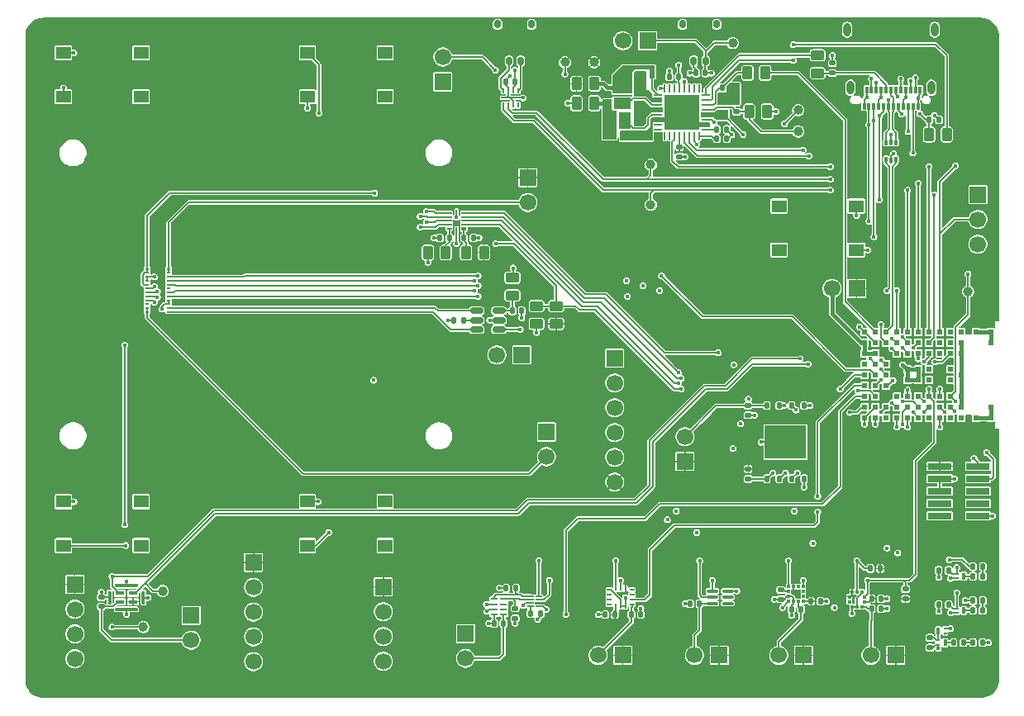
<source format=gbr>
%TF.GenerationSoftware,KiCad,Pcbnew,9.0.1+1*%
%TF.CreationDate,2025-10-28T07:39:43+00:00*%
%TF.ProjectId,ZSWatch-Watch-DevKit,5a535761-7463-4682-9d57-617463682d44,1.1.0+ (Unreleased)*%
%TF.SameCoordinates,Original*%
%TF.FileFunction,Copper,L1,Top*%
%TF.FilePolarity,Positive*%
%FSLAX46Y46*%
G04 Gerber Fmt 4.6, Leading zero omitted, Abs format (unit mm)*
G04 Created by KiCad (PCBNEW 9.0.1+1) date 2025-10-28 07:39:43*
%MOMM*%
%LPD*%
G01*
G04 APERTURE LIST*
G04 Aperture macros list*
%AMRoundRect*
0 Rectangle with rounded corners*
0 $1 Rounding radius*
0 $2 $3 $4 $5 $6 $7 $8 $9 X,Y pos of 4 corners*
0 Add a 4 corners polygon primitive as box body*
4,1,4,$2,$3,$4,$5,$6,$7,$8,$9,$2,$3,0*
0 Add four circle primitives for the rounded corners*
1,1,$1+$1,$2,$3*
1,1,$1+$1,$4,$5*
1,1,$1+$1,$6,$7*
1,1,$1+$1,$8,$9*
0 Add four rect primitives between the rounded corners*
20,1,$1+$1,$2,$3,$4,$5,0*
20,1,$1+$1,$4,$5,$6,$7,0*
20,1,$1+$1,$6,$7,$8,$9,0*
20,1,$1+$1,$8,$9,$2,$3,0*%
%AMFreePoly0*
4,1,15,0.553536,0.166036,0.653536,0.066036,0.655000,0.062500,0.655000,-0.162500,0.653536,-0.166036,0.650000,-0.167500,-0.650000,-0.167500,-0.653536,-0.166036,-0.655000,-0.162500,-0.655000,0.062500,-0.653536,0.066036,-0.553536,0.166036,-0.550000,0.167500,0.550000,0.167500,0.553536,0.166036,0.553536,0.166036,$1*%
%AMFreePoly1*
4,1,15,0.066036,1.153536,0.166036,1.053536,0.167500,1.050000,0.167500,-1.050000,0.166036,-1.053536,0.066036,-1.153536,0.062500,-1.155000,-0.162500,-1.155000,-0.166036,-1.153536,-0.167500,-1.150000,-0.167500,1.150000,-0.166036,1.153536,-0.162500,1.155000,0.062500,1.155000,0.066036,1.153536,0.066036,1.153536,$1*%
%AMFreePoly2*
4,1,15,0.653536,0.166036,0.655000,0.162500,0.655000,-0.062500,0.653536,-0.066036,0.553536,-0.166036,0.550000,-0.167500,-0.550000,-0.167500,-0.553536,-0.166036,-0.653536,-0.066036,-0.655000,-0.062500,-0.655000,0.162500,-0.653536,0.166036,-0.650000,0.167500,0.650000,0.167500,0.653536,0.166036,0.653536,0.166036,$1*%
%AMFreePoly3*
4,1,15,0.166036,1.153536,0.167500,1.150000,0.167500,-1.150000,0.166036,-1.153536,0.162500,-1.155000,-0.062500,-1.155000,-0.066036,-1.153536,-0.166036,-1.053536,-0.167500,-1.050000,-0.167500,1.050000,-0.166036,1.053536,-0.066036,1.153536,-0.062500,1.155000,0.162500,1.155000,0.166036,1.153536,0.166036,1.153536,$1*%
G04 Aperture macros list end*
%TA.AperFunction,SMDPad,CuDef*%
%ADD10RoundRect,0.140000X0.140000X0.170000X-0.140000X0.170000X-0.140000X-0.170000X0.140000X-0.170000X0*%
%TD*%
%TA.AperFunction,SMDPad,CuDef*%
%ADD11RoundRect,0.250000X-0.262500X-0.450000X0.262500X-0.450000X0.262500X0.450000X-0.262500X0.450000X0*%
%TD*%
%TA.AperFunction,SMDPad,CuDef*%
%ADD12RoundRect,0.250000X0.262500X0.450000X-0.262500X0.450000X-0.262500X-0.450000X0.262500X-0.450000X0*%
%TD*%
%TA.AperFunction,SMDPad,CuDef*%
%ADD13RoundRect,0.050000X-0.150000X-0.300000X0.150000X-0.300000X0.150000X0.300000X-0.150000X0.300000X0*%
%TD*%
%TA.AperFunction,SMDPad,CuDef*%
%ADD14RoundRect,0.050000X-0.150000X-0.075000X0.150000X-0.075000X0.150000X0.075000X-0.150000X0.075000X0*%
%TD*%
%TA.AperFunction,SMDPad,CuDef*%
%ADD15RoundRect,0.093750X-0.093750X0.156250X-0.093750X-0.156250X0.093750X-0.156250X0.093750X0.156250X0*%
%TD*%
%TA.AperFunction,SMDPad,CuDef*%
%ADD16RoundRect,0.075000X-0.075000X0.250000X-0.075000X-0.250000X0.075000X-0.250000X0.075000X0.250000X0*%
%TD*%
%TA.AperFunction,SMDPad,CuDef*%
%ADD17RoundRect,0.135000X0.185000X-0.135000X0.185000X0.135000X-0.185000X0.135000X-0.185000X-0.135000X0*%
%TD*%
%TA.AperFunction,SMDPad,CuDef*%
%ADD18R,1.500000X1.300000*%
%TD*%
%TA.AperFunction,SMDPad,CuDef*%
%ADD19C,1.000000*%
%TD*%
%TA.AperFunction,ComponentPad*%
%ADD20R,1.700000X1.700000*%
%TD*%
%TA.AperFunction,ComponentPad*%
%ADD21C,1.700000*%
%TD*%
%TA.AperFunction,SMDPad,CuDef*%
%ADD22RoundRect,0.250000X-0.450000X0.262500X-0.450000X-0.262500X0.450000X-0.262500X0.450000X0.262500X0*%
%TD*%
%TA.AperFunction,SMDPad,CuDef*%
%ADD23R,2.400000X0.740000*%
%TD*%
%TA.AperFunction,SMDPad,CuDef*%
%ADD24RoundRect,0.062500X-0.337500X-0.062500X0.337500X-0.062500X0.337500X0.062500X-0.337500X0.062500X0*%
%TD*%
%TA.AperFunction,SMDPad,CuDef*%
%ADD25RoundRect,0.062500X-0.062500X-0.337500X0.062500X-0.337500X0.062500X0.337500X-0.062500X0.337500X0*%
%TD*%
%TA.AperFunction,ComponentPad*%
%ADD26C,0.500000*%
%TD*%
%TA.AperFunction,SMDPad,CuDef*%
%ADD27R,3.600000X3.600000*%
%TD*%
%TA.AperFunction,SMDPad,CuDef*%
%ADD28RoundRect,0.150000X0.150000X0.275000X-0.150000X0.275000X-0.150000X-0.275000X0.150000X-0.275000X0*%
%TD*%
%TA.AperFunction,SMDPad,CuDef*%
%ADD29RoundRect,0.175000X0.175000X0.225000X-0.175000X0.225000X-0.175000X-0.225000X0.175000X-0.225000X0*%
%TD*%
%TA.AperFunction,SMDPad,CuDef*%
%ADD30RoundRect,0.075000X-0.512500X-0.075000X0.512500X-0.075000X0.512500X0.075000X-0.512500X0.075000X0*%
%TD*%
%TA.AperFunction,SMDPad,CuDef*%
%ADD31R,0.250000X0.500000*%
%TD*%
%TA.AperFunction,SMDPad,CuDef*%
%ADD32R,0.500000X0.250000*%
%TD*%
%TA.AperFunction,SMDPad,CuDef*%
%ADD33RoundRect,0.140000X-0.170000X0.140000X-0.170000X-0.140000X0.170000X-0.140000X0.170000X0.140000X0*%
%TD*%
%TA.AperFunction,SMDPad,CuDef*%
%ADD34RoundRect,0.135000X-0.185000X0.135000X-0.185000X-0.135000X0.185000X-0.135000X0.185000X0.135000X0*%
%TD*%
%TA.AperFunction,SMDPad,CuDef*%
%ADD35RoundRect,0.135000X0.135000X0.185000X-0.135000X0.185000X-0.135000X-0.185000X0.135000X-0.185000X0*%
%TD*%
%TA.AperFunction,SMDPad,CuDef*%
%ADD36RoundRect,0.140000X-0.140000X-0.170000X0.140000X-0.170000X0.140000X0.170000X-0.140000X0.170000X0*%
%TD*%
%TA.AperFunction,SMDPad,CuDef*%
%ADD37RoundRect,0.125000X0.125000X-0.200000X0.125000X0.200000X-0.125000X0.200000X-0.125000X-0.200000X0*%
%TD*%
%TA.AperFunction,HeatsinkPad*%
%ADD38R,4.300000X3.400000*%
%TD*%
%TA.AperFunction,SMDPad,CuDef*%
%ADD39R,0.650000X0.170000*%
%TD*%
%TA.AperFunction,SMDPad,CuDef*%
%ADD40RoundRect,0.140000X0.170000X-0.140000X0.170000X0.140000X-0.170000X0.140000X-0.170000X-0.140000X0*%
%TD*%
%TA.AperFunction,SMDPad,CuDef*%
%ADD41R,0.950000X0.450000*%
%TD*%
%TA.AperFunction,SMDPad,CuDef*%
%ADD42FreePoly0,270.000000*%
%TD*%
%TA.AperFunction,SMDPad,CuDef*%
%ADD43FreePoly1,270.000000*%
%TD*%
%TA.AperFunction,SMDPad,CuDef*%
%ADD44FreePoly2,270.000000*%
%TD*%
%TA.AperFunction,SMDPad,CuDef*%
%ADD45FreePoly3,270.000000*%
%TD*%
%TA.AperFunction,SMDPad,CuDef*%
%ADD46RoundRect,0.135000X-0.135000X-0.185000X0.135000X-0.185000X0.135000X0.185000X-0.135000X0.185000X0*%
%TD*%
%TA.AperFunction,SMDPad,CuDef*%
%ADD47R,0.700000X0.270000*%
%TD*%
%TA.AperFunction,SMDPad,CuDef*%
%ADD48R,0.370000X0.300000*%
%TD*%
%TA.AperFunction,SMDPad,CuDef*%
%ADD49R,0.300000X0.370000*%
%TD*%
%TA.AperFunction,SMDPad,CuDef*%
%ADD50RoundRect,0.147500X0.147500X0.172500X-0.147500X0.172500X-0.147500X-0.172500X0.147500X-0.172500X0*%
%TD*%
%TA.AperFunction,SMDPad,CuDef*%
%ADD51R,0.300000X0.700000*%
%TD*%
%TA.AperFunction,HeatsinkPad*%
%ADD52O,0.800000X1.400000*%
%TD*%
%TA.AperFunction,SMDPad,CuDef*%
%ADD53RoundRect,0.225000X-0.250000X0.225000X-0.250000X-0.225000X0.250000X-0.225000X0.250000X0.225000X0*%
%TD*%
%TA.AperFunction,SMDPad,CuDef*%
%ADD54R,0.475000X0.250000*%
%TD*%
%TA.AperFunction,SMDPad,CuDef*%
%ADD55R,0.250000X0.475000*%
%TD*%
%TA.AperFunction,SMDPad,CuDef*%
%ADD56R,1.150000X1.800000*%
%TD*%
%TA.AperFunction,SMDPad,CuDef*%
%ADD57R,0.600000X0.600000*%
%TD*%
%TA.AperFunction,SMDPad,CuDef*%
%ADD58RoundRect,0.147500X-0.147500X-0.172500X0.147500X-0.172500X0.147500X0.172500X-0.147500X0.172500X0*%
%TD*%
%TA.AperFunction,SMDPad,CuDef*%
%ADD59RoundRect,0.225000X0.250000X-0.225000X0.250000X0.225000X-0.250000X0.225000X-0.250000X-0.225000X0*%
%TD*%
%TA.AperFunction,SMDPad,CuDef*%
%ADD60R,0.300000X0.325000*%
%TD*%
%TA.AperFunction,SMDPad,CuDef*%
%ADD61R,0.325000X0.300000*%
%TD*%
%TA.AperFunction,SMDPad,CuDef*%
%ADD62R,1.800000X1.150000*%
%TD*%
%TA.AperFunction,SMDPad,CuDef*%
%ADD63RoundRect,0.050000X0.150000X0.300000X-0.150000X0.300000X-0.150000X-0.300000X0.150000X-0.300000X0*%
%TD*%
%TA.AperFunction,SMDPad,CuDef*%
%ADD64RoundRect,0.050000X0.150000X0.075000X-0.150000X0.075000X-0.150000X-0.075000X0.150000X-0.075000X0*%
%TD*%
%TA.AperFunction,SMDPad,CuDef*%
%ADD65RoundRect,0.150000X0.512500X0.150000X-0.512500X0.150000X-0.512500X-0.150000X0.512500X-0.150000X0*%
%TD*%
%TA.AperFunction,SMDPad,CuDef*%
%ADD66R,0.450000X0.210000*%
%TD*%
%TA.AperFunction,SMDPad,CuDef*%
%ADD67R,0.500000X0.320000*%
%TD*%
%TA.AperFunction,SMDPad,CuDef*%
%ADD68R,0.500000X0.220000*%
%TD*%
%TA.AperFunction,SMDPad,CuDef*%
%ADD69R,0.220000X0.500000*%
%TD*%
%TA.AperFunction,SMDPad,CuDef*%
%ADD70R,0.500000X0.200000*%
%TD*%
%TA.AperFunction,SMDPad,CuDef*%
%ADD71RoundRect,0.250000X0.450000X-0.262500X0.450000X0.262500X-0.450000X0.262500X-0.450000X-0.262500X0*%
%TD*%
%TA.AperFunction,ViaPad*%
%ADD72C,0.450000*%
%TD*%
%TA.AperFunction,Conductor*%
%ADD73C,0.200000*%
%TD*%
%TA.AperFunction,Conductor*%
%ADD74C,0.400000*%
%TD*%
%TA.AperFunction,Conductor*%
%ADD75C,0.127000*%
%TD*%
%TA.AperFunction,Conductor*%
%ADD76C,0.170000*%
%TD*%
G04 APERTURE END LIST*
D10*
%TO.P,C404,1*%
%TO.N,/Project Architecture/Peripherals/VMIC*%
X225060000Y-120200000D03*
%TO.P,C404,2*%
%TO.N,GND*%
X224100000Y-120200000D03*
%TD*%
D11*
%TO.P,R605,1*%
%TO.N,Net-(X603-CC1)*%
X250700000Y-126100000D03*
%TO.P,R605,2*%
%TO.N,/Project Architecture/MCU/USB-CC1*%
X252525000Y-126100000D03*
%TD*%
D12*
%TO.P,R409,1*%
%TO.N,/Project Architecture/MCU/USB-VBUS-In*%
X234112500Y-123749000D03*
%TO.P,R409,2*%
%TO.N,/Project Architecture/Power Management/VBUS-In*%
X232287500Y-123749000D03*
%TD*%
D13*
%TO.P,Q403,D,D*%
%TO.N,Net-(D402-K)*%
X254250000Y-171400000D03*
D14*
%TO.P,Q403,G,G*%
%TO.N,/Project Architecture/MCU/USB-VBUS-In*%
X253550000Y-171175000D03*
%TO.P,Q403,S,S*%
%TO.N,GND*%
X253550000Y-171625000D03*
%TD*%
D11*
%TO.P,R615,1*%
%TO.N,Net-(IC604-VCCA)*%
X203275000Y-138200000D03*
%TO.P,R615,2*%
%TO.N,+1V8*%
X205100000Y-138200000D03*
%TD*%
D15*
%TO.P,IC602,1,I/O1*%
%TO.N,/Project Architecture/MCU/D+*%
X247337500Y-126937500D03*
D16*
%TO.P,IC602,2,GND*%
%TO.N,GND*%
X246800000Y-126862500D03*
D15*
%TO.P,IC602,3,I/O2*%
%TO.N,/Project Architecture/MCU/D-*%
X246262500Y-126937500D03*
%TO.P,IC602,4,I/O2*%
%TO.N,USB-D-*%
X246262500Y-128637500D03*
D16*
%TO.P,IC602,5,VBUS*%
%TO.N,/Project Architecture/MCU/USB-VBUS-In*%
X246800000Y-128712500D03*
D15*
%TO.P,IC602,6,I/O1*%
%TO.N,USB-D+*%
X247337500Y-128637500D03*
%TD*%
D17*
%TO.P,R403,1*%
%TO.N,/Project Architecture/MCU/USB-VBUS-In*%
X250800000Y-178710000D03*
%TO.P,R403,2*%
%TO.N,Net-(Q401-PadD)*%
X250800000Y-177690000D03*
%TD*%
D18*
%TO.P,S503,1,1*%
%TO.N,GND*%
X162025000Y-163750000D03*
%TO.P,S503,2,2*%
%TO.N,/Project Architecture/MCU/SW3*%
X162025000Y-168250000D03*
%TO.P,S503,3*%
%TO.N,N/C*%
X169975000Y-163750000D03*
%TO.P,S503,4*%
X169975000Y-168250000D03*
%TD*%
D19*
%TO.P,TP504,1,1*%
%TO.N,/Project Architecture/MCU/VIB-PWM*%
X222200000Y-129200000D03*
%TD*%
D20*
%TO.P,X508,1,Pin_1*%
%TO.N,/Project Architecture/Power Management/VSYS*%
X200900000Y-120700000D03*
D21*
%TO.P,X508,2,Pin_2*%
%TO.N,Net-(IC505-VDD)*%
X200900000Y-118160000D03*
%TD*%
D18*
%TO.P,S504,1,1*%
%TO.N,/Project Architecture/MCU/SW4*%
X162025000Y-117750000D03*
%TO.P,S504,2,2*%
%TO.N,GND*%
X162025000Y-122250000D03*
%TO.P,S504,3*%
%TO.N,N/C*%
X169975000Y-117750000D03*
%TO.P,S504,4*%
X169975000Y-122250000D03*
%TD*%
D22*
%TO.P,R613,1*%
%TO.N,DISPLAY-EN*%
X212500000Y-143687500D03*
%TO.P,R613,2*%
%TO.N,+1V8*%
X212500000Y-145512500D03*
%TD*%
D23*
%TO.P,X601,1,VTref*%
%TO.N,+1V8*%
X251800000Y-160120000D03*
%TO.P,X601,2,SWDIO/TMS*%
%TO.N,SWDIO*%
X255700000Y-160120000D03*
%TO.P,X601,3,GND*%
%TO.N,GND*%
X251800000Y-161390000D03*
%TO.P,X601,4,SWCLK/TCK*%
%TO.N,SWDCLK*%
X255700000Y-161390000D03*
%TO.P,X601,5,GND*%
%TO.N,GND*%
X251800000Y-162660000D03*
%TO.P,X601,6,SWO/TDO*%
%TO.N,unconnected-(X601-SWO{slash}TDO-Pad6)*%
X255700000Y-162660000D03*
%TO.P,X601,7,KEY*%
%TO.N,unconnected-(X601-KEY-Pad7)*%
X251800000Y-163930000D03*
%TO.P,X601,8,NC/TDI*%
%TO.N,unconnected-(X601-NC{slash}TDI-Pad8)*%
X255700000Y-163930000D03*
%TO.P,X601,9,GNDDetect*%
%TO.N,unconnected-(X601-GNDDetect-Pad9)*%
X251800000Y-165200000D03*
%TO.P,X601,10,~{RESET}*%
%TO.N,RESETn*%
X255700000Y-165200000D03*
%TD*%
D24*
%TO.P,IC401,1,VOUT1*%
%TO.N,Net-(IC401-VOUT1)*%
X222937790Y-122080400D03*
%TO.P,IC401,2,PVSS1*%
%TO.N,GND*%
X222937790Y-122580400D03*
%TO.P,IC401,3,SW1*%
%TO.N,Net-(IC401-SW1)*%
X222937790Y-123080400D03*
%TO.P,IC401,4,V_{DD}*%
%TO.N,/Project Architecture/Power Management/VSYS*%
X222937790Y-123580400D03*
%TO.P,IC401,5,SW2*%
%TO.N,Net-(IC401-SW2)*%
X222937790Y-124080400D03*
%TO.P,IC401,6,PVSS2*%
%TO.N,GND*%
X222937790Y-124580400D03*
%TO.P,IC401,7,GPIO0*%
%TO.N,unconnected-(IC401-GPIO0-Pad7)*%
X222937790Y-125080400D03*
%TO.P,IC401,8,GPIO1*%
%TO.N,unconnected-(IC401-GPIO1-Pad8)*%
X222937790Y-125580400D03*
D25*
%TO.P,IC401,9,GPIO2*%
%TO.N,unconnected-(IC401-GPIO2-Pad9)*%
X223637790Y-126280400D03*
%TO.P,IC401,10,GPIO3*%
%TO.N,unconnected-(IC401-GPIO3-Pad10)*%
X224137790Y-126280400D03*
%TO.P,IC401,11,GPIO4*%
%TO.N,/Project Architecture/MCU/PMIC-INT*%
X224637790Y-126280400D03*
%TO.P,IC401,12,V_{IO}*%
%TO.N,+1V8*%
X225137790Y-126280400D03*
%TO.P,IC401,13,SDA*%
%TO.N,/Project Architecture/MCU/SDA*%
X225637790Y-126280400D03*
%TO.P,IC401,14,SCL*%
%TO.N,/Project Architecture/MCU/SCL*%
X226137790Y-126280400D03*
%TO.P,IC401,15,SHPHLD*%
%TO.N,/Project Architecture/MCU/SW2*%
X226637790Y-126280400D03*
%TO.P,IC401,16,VSET2*%
%TO.N,Net-(IC401-VSET2)*%
X227137790Y-126280400D03*
D24*
%TO.P,IC401,17,VSET1*%
%TO.N,Net-(IC401-VSET1)*%
X227837790Y-125580400D03*
%TO.P,IC401,18,NTC*%
%TO.N,GND*%
X227837790Y-125080400D03*
%TO.P,IC401,19,V_{BAT}*%
%TO.N,/Project Architecture/Peripherals/VBAT*%
X227837790Y-124580400D03*
%TO.P,IC401,20,V_{SYS}*%
%TO.N,/Project Architecture/Power Management/VSYS*%
X227837790Y-124080400D03*
%TO.P,IC401,21,V_{BUS}*%
%TO.N,/Project Architecture/Power Management/VBUS-In*%
X227837790Y-123580400D03*
%TO.P,IC401,22,VBUS_{OUT}*%
%TO.N,Net-(IC401-VBUS_{OUT})*%
X227837790Y-123080400D03*
%TO.P,IC401,23,CC1*%
%TO.N,/Project Architecture/MCU/USB-CC1*%
X227837790Y-122580400D03*
%TO.P,IC401,24,CC2*%
%TO.N,/Project Architecture/MCU/USB-CC2*%
X227837790Y-122080400D03*
D25*
%TO.P,IC401,25,LED0*%
%TO.N,unconnected-(IC401-LED0-Pad25)*%
X227137790Y-121380400D03*
%TO.P,IC401,26,LED1*%
%TO.N,unconnected-(IC401-LED1-Pad26)*%
X226637790Y-121380400D03*
%TO.P,IC401,27,LED2*%
%TO.N,unconnected-(IC401-LED2-Pad27)*%
X226137790Y-121380400D03*
%TO.P,IC401,28,LSIN1/VINLDO1*%
%TO.N,/Project Architecture/Power Management/VSYS*%
X225637790Y-121380400D03*
%TO.P,IC401,29,LSOUT1/VOUTLDO1*%
%TO.N,/Project Architecture/Peripherals/VMIC*%
X225137790Y-121380400D03*
%TO.P,IC401,30,LSIN2/VINLDO2*%
%TO.N,unconnected-(IC401-LSIN2{slash}VINLDO2-Pad30)*%
X224637790Y-121380400D03*
%TO.P,IC401,31,LSOUT2/VOUTLDO2*%
%TO.N,unconnected-(IC401-LSOUT2{slash}VOUTLDO2-Pad31)*%
X224137790Y-121380400D03*
%TO.P,IC401,32,VOUT2*%
%TO.N,Net-(IC401-VOUT2)*%
X223637790Y-121380400D03*
D26*
%TO.P,IC401,33,GND*%
%TO.N,GND*%
X224387790Y-122830400D03*
X224387790Y-123830400D03*
X224387790Y-124830400D03*
X225387790Y-122830400D03*
X225387790Y-123830400D03*
D27*
X225387790Y-123830400D03*
D26*
X225387790Y-124830400D03*
X226387790Y-122830400D03*
X226387790Y-123830400D03*
X226387790Y-124830400D03*
%TD*%
D20*
%TO.P,X503,1,Pin_1*%
%TO.N,/Project Architecture/Peripherals/VMIC*%
X175100000Y-175400000D03*
D21*
%TO.P,X503,2,Pin_2*%
%TO.N,Net-(MK501-VDD)*%
X175100000Y-177940000D03*
%TD*%
D28*
%TO.P,X509,1,Pin_1*%
%TO.N,Net-(IC505-OUT-)*%
X208850000Y-118575000D03*
%TO.P,X509,2,Pin_2*%
%TO.N,Net-(IC505-OUT+)*%
X207650000Y-118575000D03*
D29*
%TO.P,X509,MP*%
%TO.N,N/C*%
X210000000Y-114800000D03*
X206500000Y-114800000D03*
%TD*%
D30*
%TO.P,IC501,1,SCL*%
%TO.N,/Project Architecture/MCU/SCL*%
X228505000Y-172900000D03*
%TO.P,IC501,2,SDA*%
%TO.N,/Project Architecture/MCU/SDA*%
X228505000Y-173550000D03*
%TO.P,IC501,3,VDD*%
%TO.N,Net-(IC501-VDD)*%
X228505000Y-174200000D03*
%TO.P,IC501,4,INT*%
%TO.N,unconnected-(IC501-INT-Pad4)*%
X230080000Y-174200000D03*
%TO.P,IC501,5,NC*%
%TO.N,unconnected-(IC501-NC-Pad5)*%
X230080000Y-173550000D03*
%TO.P,IC501,6,GND*%
%TO.N,GND*%
X230080000Y-172900000D03*
%TD*%
D20*
%TO.P,X610,1,Pin_1*%
%TO.N,+3V0*%
X211500000Y-156600000D03*
D21*
%TO.P,X610,2,Pin_2*%
%TO.N,Net-(X608-LEDA1)*%
X211500000Y-159140000D03*
%TD*%
D20*
%TO.P,X403,1,Pin_1*%
%TO.N,+1V8*%
X163200000Y-172220000D03*
D21*
%TO.P,X403,2,Pin_2*%
%TO.N,+3V0*%
X163200000Y-174760000D03*
%TO.P,X403,3,Pin_3*%
%TO.N,/Project Architecture/Power Management/VSYS*%
X163200000Y-177300000D03*
%TO.P,X403,4,Pin_4*%
%TO.N,GND*%
X163200000Y-179840000D03*
%TD*%
D10*
%TO.P,C403,1*%
%TO.N,/Project Architecture/Peripherals/VBAT*%
X227780000Y-119800000D03*
%TO.P,C403,2*%
%TO.N,GND*%
X226820000Y-119800000D03*
%TD*%
D20*
%TO.P,X504,1,Pin_1*%
%TO.N,+1V8*%
X194800000Y-172490000D03*
D21*
%TO.P,X504,2,Pin_2*%
%TO.N,/Project Architecture/MCU/SDA*%
X194800000Y-175030000D03*
%TO.P,X504,3,Pin_3*%
%TO.N,/Project Architecture/MCU/SCL*%
X194800000Y-177570000D03*
%TO.P,X504,4,Pin_4*%
%TO.N,GND*%
X194800000Y-180110000D03*
%TD*%
D20*
%TO.P,X606,1,Pin_1*%
%TO.N,+1V8*%
X225700000Y-159640000D03*
D21*
%TO.P,X606,2,Pin_2*%
%TO.N,Net-(IC603-VCC)*%
X225700000Y-157100000D03*
%TD*%
D31*
%TO.P,IC505,1,EN*%
%TO.N,/Project Architecture/MCU/VIB-EN*%
X207100000Y-123100000D03*
%TO.P,IC505,2,PWM*%
%TO.N,/Project Architecture/MCU/VIB-PWM*%
X207600000Y-123100000D03*
%TO.P,IC505,3,LRA/~{ERM}*%
%TO.N,GND*%
X208100000Y-123100000D03*
%TO.P,IC505,4,NC*%
%TO.N,unconnected-(IC505-NC-Pad4)*%
X208600000Y-123100000D03*
D32*
%TO.P,IC505,5,GND*%
%TO.N,GND*%
X208600000Y-122350000D03*
D31*
%TO.P,IC505,6,OUT-*%
%TO.N,Net-(IC505-OUT-)*%
X208600000Y-121600000D03*
%TO.P,IC505,7,VDD*%
%TO.N,Net-(IC505-VDD)*%
X208100000Y-121600000D03*
%TO.P,IC505,8,GND*%
%TO.N,GND*%
X207600000Y-121600000D03*
%TO.P,IC505,9,OUT+*%
%TO.N,Net-(IC505-OUT+)*%
X207100000Y-121600000D03*
D32*
%TO.P,IC505,10,GND*%
%TO.N,GND*%
X207100000Y-122350000D03*
%TD*%
D20*
%TO.P,X401,1,Pin_1*%
%TO.N,/Project Architecture/Peripherals/VBAT*%
X221865000Y-116500000D03*
D21*
%TO.P,X401,2,Pin_2*%
%TO.N,GND*%
X219325000Y-116500000D03*
%TD*%
D20*
%TO.P,X501,1,Pin_1*%
%TO.N,+1V8*%
X229200000Y-179500000D03*
D21*
%TO.P,X501,2,Pin_2*%
%TO.N,Net-(IC501-VDD)*%
X226660000Y-179500000D03*
%TD*%
D20*
%TO.P,X502,1,Pin_1*%
%TO.N,+1V8*%
X181500000Y-169980000D03*
D21*
%TO.P,X502,2,Pin_2*%
%TO.N,/Project Architecture/MCU/MCLK*%
X181500000Y-172520000D03*
%TO.P,X502,3,Pin_3*%
%TO.N,/Project Architecture/MCU/WS*%
X181500000Y-175060000D03*
%TO.P,X502,4,Pin_4*%
%TO.N,/Project Architecture/MCU/Data*%
X181500000Y-177600000D03*
%TO.P,X502,5,Pin_5*%
%TO.N,GND*%
X181500000Y-180140000D03*
%TD*%
D20*
%TO.P,X506,1,Pin_1*%
%TO.N,+1V8*%
X237840000Y-179500000D03*
D21*
%TO.P,X506,2,Pin_2*%
%TO.N,Net-(IC503-VDD)*%
X235300000Y-179500000D03*
%TD*%
D33*
%TO.P,C505,1*%
%TO.N,Net-(IC503-C1)*%
X235500000Y-172795000D03*
%TO.P,C505,2*%
%TO.N,GND*%
X235500000Y-173755000D03*
%TD*%
D34*
%TO.P,R504,1*%
%TO.N,Net-(IC506-SCL_{2})*%
X208300000Y-174690000D03*
%TO.P,R504,2*%
%TO.N,/Project Architecture/Peripherals/VBAT*%
X208300000Y-175710000D03*
%TD*%
D20*
%TO.P,X607,1,Pin_1*%
%TO.N,+1V8*%
X209600000Y-130525000D03*
D21*
%TO.P,X607,2,Pin_2*%
%TO.N,Net-(X607-Pin_2)*%
X209600000Y-133065000D03*
%TD*%
D35*
%TO.P,R405,1*%
%TO.N,Net-(D402-A)*%
X256210000Y-170400000D03*
%TO.P,R405,2*%
%TO.N,/Project Architecture/Power Management/VSYS*%
X255190000Y-170400000D03*
%TD*%
D36*
%TO.P,C405,1*%
%TO.N,Net-(IC401-VBUS_{OUT})*%
X229520000Y-121300000D03*
%TO.P,C405,2*%
%TO.N,GND*%
X230480000Y-121300000D03*
%TD*%
D10*
%TO.P,C511,1*%
%TO.N,Net-(IC507-V_{DD})*%
X207100000Y-176220000D03*
%TO.P,C511,2*%
%TO.N,GND*%
X206140000Y-176220000D03*
%TD*%
D37*
%TO.P,IC603,1,~{CS}*%
%TO.N,QSPI-CS*%
X234090000Y-161400000D03*
%TO.P,IC603,2,SO(I/O1)*%
%TO.N,QSPI-IO1*%
X235360000Y-161400000D03*
%TO.P,IC603,3,~{WP(I}/O2)*%
%TO.N,QSPI-IO2*%
X236630000Y-161400000D03*
%TO.P,IC603,4,GND*%
%TO.N,GND*%
X237900000Y-161400000D03*
%TO.P,IC603,5,SI(I/O0)*%
%TO.N,QSPI-IO0*%
X237900000Y-153900000D03*
%TO.P,IC603,6,SCK*%
%TO.N,QSPI-CLK*%
X236630000Y-153900000D03*
%TO.P,IC603,7,~{HOLD(I}/O3)*%
%TO.N,QSPI-IO3*%
X235360000Y-153900000D03*
%TO.P,IC603,8,VCC*%
%TO.N,Net-(IC603-VCC)*%
X234090000Y-153900000D03*
D38*
%TO.P,IC603,9,EP*%
%TO.N,GND*%
X235995000Y-157650000D03*
%TD*%
D34*
%TO.P,R604,1*%
%TO.N,GND*%
X240800000Y-118790000D03*
%TO.P,R604,2*%
%TO.N,Net-(X603-CC2)*%
X240800000Y-119810000D03*
%TD*%
D19*
%TO.P,TP404,1,1*%
%TO.N,+1V8*%
X216400000Y-118700000D03*
%TD*%
D39*
%TO.P,IC506,1,GND*%
%TO.N,GND*%
X210725000Y-174500000D03*
%TO.P,IC506,2,VCC_{1}*%
%TO.N,+1V8*%
X210725000Y-174150000D03*
%TO.P,IC506,3,SCL_{1}*%
%TO.N,/Project Architecture/MCU/SCL*%
X210725000Y-173800000D03*
%TO.P,IC506,4,SDA_{1}*%
%TO.N,/Project Architecture/MCU/SDA*%
X210725000Y-173450000D03*
%TO.P,IC506,5,SDA_{2}*%
%TO.N,Net-(IC506-SDA_{2})*%
X209875000Y-173450000D03*
%TO.P,IC506,6,SCL_{2}*%
%TO.N,Net-(IC506-SCL_{2})*%
X209875000Y-173800000D03*
%TO.P,IC506,7,VCC_{2}*%
%TO.N,/Project Architecture/Peripherals/VBAT*%
X209875000Y-174150000D03*
%TO.P,IC506,8,EN*%
%TO.N,Net-(IC506-EN)*%
X209875000Y-174500000D03*
%TD*%
D19*
%TO.P,TP405,1,1*%
%TO.N,+3V0*%
X213400000Y-118700000D03*
%TD*%
D40*
%TO.P,C602,1*%
%TO.N,GND*%
X232170000Y-154880000D03*
%TO.P,C602,2*%
%TO.N,Net-(IC603-VCC)*%
X232170000Y-153920000D03*
%TD*%
D20*
%TO.P,X505,1,Pin_1*%
%TO.N,+1V8*%
X219340000Y-179500000D03*
D21*
%TO.P,X505,2,Pin_2*%
%TO.N,Net-(IC502-VDD)*%
X216800000Y-179500000D03*
%TD*%
D41*
%TO.P,MK501,1,DATA*%
%TO.N,/Project Architecture/MCU/MIC-DATA*%
X167810000Y-173150000D03*
%TO.P,MK501,2,CLK*%
%TO.N,/Project Architecture/MCU/MIC-CLK*%
X169160000Y-173150000D03*
%TO.P,MK501,3,SEL*%
%TO.N,+1V8*%
X169160000Y-174000000D03*
%TO.P,MK501,4,VDD*%
%TO.N,Net-(MK501-VDD)*%
X167810000Y-174000000D03*
D42*
%TO.P,MK501,5,GND*%
%TO.N,GND*%
X166772500Y-173575000D03*
D43*
%TO.P,MK501,6,GND*%
X168485000Y-172362500D03*
D44*
%TO.P,MK501,7,GND*%
X170197500Y-173575000D03*
D45*
%TO.P,MK501,8,GND*%
X168485000Y-174787500D03*
%TD*%
D20*
%TO.P,X604,1,Pin_1*%
%TO.N,TxD*%
X255700000Y-132270000D03*
D21*
%TO.P,X604,2,Pin_2*%
%TO.N,RxD*%
X255700000Y-134810000D03*
%TO.P,X604,3,Pin_3*%
%TO.N,GND*%
X255700000Y-137350000D03*
%TD*%
D11*
%TO.P,R410,1*%
%TO.N,+1V8*%
X214587500Y-120900000D03*
%TO.P,R410,2*%
%TO.N,Net-(IC401-VOUT1)*%
X216412500Y-120900000D03*
%TD*%
D34*
%TO.P,R501,1*%
%TO.N,/Project Architecture/MCU/SCL*%
X248300000Y-172690000D03*
%TO.P,R501,2*%
%TO.N,+1V8*%
X248300000Y-173710000D03*
%TD*%
D12*
%TO.P,R616,1*%
%TO.N,Net-(IC604-VCCB)*%
X201187500Y-138200000D03*
%TO.P,R616,2*%
%TO.N,+3V0*%
X199362500Y-138200000D03*
%TD*%
D46*
%TO.P,R603,1*%
%TO.N,Net-(X603-CC1)*%
X250700000Y-124600000D03*
%TO.P,R603,2*%
%TO.N,GND*%
X251720000Y-124600000D03*
%TD*%
D35*
%TO.P,R408,1*%
%TO.N,GND*%
X229989410Y-126538400D03*
%TO.P,R408,2*%
%TO.N,Net-(IC401-VSET2)*%
X228969410Y-126538400D03*
%TD*%
D28*
%TO.P,X402,1,Pin_1*%
%TO.N,/Project Architecture/Peripherals/VBAT*%
X227800000Y-118575000D03*
%TO.P,X402,2,Pin_2*%
%TO.N,GND*%
X226600000Y-118575000D03*
D29*
%TO.P,X402,MP*%
%TO.N,N/C*%
X228950000Y-114800000D03*
X225450000Y-114800000D03*
%TD*%
D10*
%TO.P,C503,1*%
%TO.N,+1V8*%
X218500000Y-175332500D03*
%TO.P,C503,2*%
%TO.N,GND*%
X217540000Y-175332500D03*
%TD*%
D47*
%TO.P,IC507,1,SDA*%
%TO.N,Net-(IC506-SDA_{2})*%
X206120000Y-173725000D03*
%TO.P,IC507,2,CLKOE*%
%TO.N,GND*%
X206120000Y-174265000D03*
%TO.P,IC507,3,~{INT}*%
%TO.N,/Project Architecture/MCU/~{RTC-INT}*%
X206120000Y-174805000D03*
%TO.P,IC507,4,GND*%
%TO.N,GND*%
X206120000Y-175345000D03*
%TO.P,IC507,5,V_{DD}*%
%TO.N,Net-(IC507-V_{DD})*%
X207120000Y-175345000D03*
%TO.P,IC507,6,NC*%
%TO.N,unconnected-(IC507-NC-Pad6)*%
X207120000Y-174805000D03*
%TO.P,IC507,7,CLKOUT*%
%TO.N,unconnected-(IC507-CLKOUT-Pad7)*%
X207120000Y-174265000D03*
%TO.P,IC507,8,SCL*%
%TO.N,Net-(IC506-SCL_{2})*%
X207120000Y-173725000D03*
%TD*%
D20*
%TO.P,X507,1,Pin_1*%
%TO.N,+1V8*%
X247300000Y-179500000D03*
D21*
%TO.P,X507,2,Pin_2*%
%TO.N,Net-(IC504-VDD)*%
X244760000Y-179500000D03*
%TD*%
D48*
%TO.P,IC504,1,VDDIO*%
%TO.N,+1V8*%
X244062500Y-174007500D03*
%TO.P,IC504,2,SCK*%
%TO.N,/Project Architecture/MCU/SCL*%
X244062500Y-173507500D03*
D49*
%TO.P,IC504,3,GND*%
%TO.N,GND*%
X243800000Y-172995000D03*
%TO.P,IC504,4,SDI*%
%TO.N,/Project Architecture/MCU/SDA*%
X243300000Y-172995000D03*
%TO.P,IC504,5,SDO*%
%TO.N,+1V8*%
X242800000Y-172995000D03*
D48*
%TO.P,IC504,6,CSB*%
X242537500Y-173507500D03*
%TO.P,IC504,7,INT*%
%TO.N,unconnected-(IC504-INT-Pad7)*%
X242537500Y-174007500D03*
D49*
%TO.P,IC504,8,GND*%
%TO.N,GND*%
X242800000Y-174520000D03*
%TO.P,IC504,9,GND*%
X243300000Y-174520000D03*
%TO.P,IC504,10,VDD*%
%TO.N,Net-(IC504-VDD)*%
X243800000Y-174520000D03*
%TD*%
D10*
%TO.P,C510,1*%
%TO.N,Net-(IC505-VDD)*%
X208280000Y-120700000D03*
%TO.P,C510,2*%
%TO.N,GND*%
X207320000Y-120700000D03*
%TD*%
D19*
%TO.P,TP503,1,1*%
%TO.N,/Project Architecture/MCU/VIB-EN*%
X222200000Y-133300000D03*
%TD*%
D50*
%TO.P,D403,1,K*%
%TO.N,GND*%
X256185000Y-178200000D03*
%TO.P,D403,2,A*%
%TO.N,Net-(D403-A)*%
X255215000Y-178200000D03*
%TD*%
D35*
%TO.P,R505,1*%
%TO.N,Net-(IC506-SDA_{2})*%
X208400000Y-172600000D03*
%TO.P,R505,2*%
%TO.N,/Project Architecture/Peripherals/VBAT*%
X207380000Y-172600000D03*
%TD*%
D51*
%TO.P,X603,A1,GND*%
%TO.N,GND*%
X249550000Y-123220000D03*
%TO.P,X603,A2,TX1+*%
%TO.N,Net-(X603-TX1+)*%
X249050000Y-123220000D03*
%TO.P,X603,A3,TX1-*%
%TO.N,Net-(X603-TX1-)*%
X248550000Y-123220000D03*
%TO.P,X603,A4,VBUS*%
%TO.N,/Project Architecture/MCU/USB-VBUS-In*%
X248050000Y-123220000D03*
%TO.P,X603,A5,CC1*%
%TO.N,Net-(X603-CC1)*%
X247550000Y-123220000D03*
%TO.P,X603,A6,D+*%
%TO.N,/Project Architecture/MCU/D+*%
X247050000Y-123220000D03*
%TO.P,X603,A7,D-*%
%TO.N,/Project Architecture/MCU/D-*%
X246550000Y-123220000D03*
%TO.P,X603,A8,SBU1*%
%TO.N,Net-(X603-SBU1)*%
X246050000Y-123220000D03*
%TO.P,X603,A9,VBUS*%
%TO.N,/Project Architecture/MCU/USB-VBUS-In*%
X245550000Y-123220000D03*
%TO.P,X603,A10,RX2-*%
%TO.N,Net-(X603-RX1-)*%
X245050000Y-123220000D03*
%TO.P,X603,A11,RX2+*%
%TO.N,Net-(X603-RX1+)*%
X244550000Y-123220000D03*
%TO.P,X603,A12,GND*%
%TO.N,GND*%
X244050000Y-123220000D03*
%TO.P,X603,B1,GND*%
X244300000Y-121520000D03*
%TO.P,X603,B2,TX2+*%
%TO.N,Net-(X603-TX1+)*%
X244800000Y-121520000D03*
%TO.P,X603,B3,TX2-*%
%TO.N,Net-(X603-TX1-)*%
X245300000Y-121520000D03*
%TO.P,X603,B4,VBUS*%
%TO.N,/Project Architecture/MCU/USB-VBUS-In*%
X245800000Y-121520000D03*
%TO.P,X603,B5,CC2*%
%TO.N,Net-(X603-CC2)*%
X246300000Y-121520000D03*
%TO.P,X603,B6,D+*%
%TO.N,/Project Architecture/MCU/D+*%
X246800000Y-121520000D03*
%TO.P,X603,B7,D-*%
%TO.N,/Project Architecture/MCU/D-*%
X247300000Y-121520000D03*
%TO.P,X603,B8,SBU2*%
%TO.N,Net-(X603-SBU1)*%
X247800000Y-121520000D03*
%TO.P,X603,B9,VBUS*%
%TO.N,/Project Architecture/MCU/USB-VBUS-In*%
X248300000Y-121520000D03*
%TO.P,X603,B10,RX1-*%
%TO.N,Net-(X603-RX1-)*%
X248800000Y-121520000D03*
%TO.P,X603,B11,RX1+*%
%TO.N,Net-(X603-RX1+)*%
X249300000Y-121520000D03*
%TO.P,X603,B12,GND*%
%TO.N,GND*%
X249800000Y-121520000D03*
D52*
%TO.P,X603,S1,SHIELD*%
X251290000Y-115360000D03*
X250930000Y-121310000D03*
X242670000Y-121310000D03*
X242310000Y-115360000D03*
%TD*%
D19*
%TO.P,TP601,1,1*%
%TO.N,RESETn*%
X254700000Y-142200000D03*
%TD*%
D53*
%TO.P,C409,1*%
%TO.N,/Project Architecture/Power Management/VSYS*%
X221151410Y-124633400D03*
%TO.P,C409,2*%
%TO.N,GND*%
X221151410Y-126183400D03*
%TD*%
D35*
%TO.P,R404,1*%
%TO.N,Net-(D401-A)*%
X256210000Y-173900000D03*
%TO.P,R404,2*%
%TO.N,+3V0*%
X255190000Y-173900000D03*
%TD*%
D40*
%TO.P,C502,1*%
%TO.N,Net-(MK501-VDD)*%
X165900000Y-174500000D03*
%TO.P,C502,2*%
%TO.N,GND*%
X165900000Y-173540000D03*
%TD*%
D54*
%TO.P,IC502,1,SDO*%
%TO.N,GND*%
X217937500Y-172800000D03*
%TO.P,IC502,2,ASDX*%
%TO.N,unconnected-(IC502-ASDX-Pad2)*%
X217937500Y-173300000D03*
%TO.P,IC502,3,ASCX*%
%TO.N,unconnected-(IC502-ASCX-Pad3)*%
X217937500Y-173800000D03*
%TO.P,IC502,4,INT1*%
%TO.N,unconnected-(IC502-INT1-Pad4)*%
X217937500Y-174300000D03*
D55*
%TO.P,IC502,5,VDDIO*%
%TO.N,+1V8*%
X218600000Y-174462500D03*
%TO.P,IC502,6,GND*%
%TO.N,GND*%
X219100000Y-174462500D03*
%TO.P,IC502,7,GND*%
X219600000Y-174462500D03*
D54*
%TO.P,IC502,8,VDD*%
%TO.N,Net-(IC502-VDD)*%
X220262500Y-174300000D03*
%TO.P,IC502,9,INT2*%
%TO.N,/Project Architecture/MCU/BMI270-INT*%
X220262500Y-173800000D03*
%TO.P,IC502,10,OCSB*%
%TO.N,unconnected-(IC502-OCSB-Pad10)*%
X220262500Y-173300000D03*
%TO.P,IC502,11,OSDO*%
%TO.N,unconnected-(IC502-OSDO-Pad11)*%
X220262500Y-172800000D03*
D55*
%TO.P,IC502,12,CSB*%
%TO.N,+1V8*%
X219600000Y-172637500D03*
%TO.P,IC502,13,SCK*%
%TO.N,/Project Architecture/MCU/SCL*%
X219100000Y-172637500D03*
%TO.P,IC502,14,SDI*%
%TO.N,/Project Architecture/MCU/SDA*%
X218600000Y-172637500D03*
%TD*%
D19*
%TO.P,TP501,1,1*%
%TO.N,/Project Architecture/MCU/MIC-CLK*%
X172200000Y-172900000D03*
%TD*%
D22*
%TO.P,R606,1*%
%TO.N,/Project Architecture/MCU/USB-CC2*%
X239300000Y-117987500D03*
%TO.P,R606,2*%
%TO.N,Net-(X603-CC2)*%
X239300000Y-119812500D03*
%TD*%
D56*
%TO.P,L401,1,1*%
%TO.N,Net-(IC401-VOUT2)*%
X217938410Y-124659400D03*
%TO.P,L401,2,2*%
%TO.N,Net-(IC401-SW2)*%
X219538410Y-124659400D03*
%TD*%
D57*
%TO.P,M601,A1,GND*%
%TO.N,GND*%
X244100000Y-155150000D03*
%TO.P,M601,A2,P0.12/TRACECLK*%
%TO.N,DISPLAY-DC*%
X244100000Y-154050000D03*
%TO.P,M601,A3,P1.03/I2C*%
%TO.N,/Project Architecture/MCU/~{RTC-INT}*%
X244100000Y-152950000D03*
%TO.P,M601,A4,P1.00*%
%TO.N,/Project Architecture/MCU/BMI270-INT*%
X244100000Y-151850000D03*
%TO.P,M601,A5,P0.20*%
%TO.N,DISPLAY-EN*%
X244100000Y-150750000D03*
%TO.P,M601,A6,NC*%
%TO.N,unconnected-(M601A-NC-PadA6)*%
X244100000Y-149650000D03*
%TO.P,M601,A7,VDD*%
%TO.N,Net-(M601A-VDDH)*%
X244100000Y-148550000D03*
%TO.P,M601,A8,VDDH*%
X244100000Y-147450000D03*
%TO.P,M601,A9,GND*%
%TO.N,GND*%
X244100000Y-146350000D03*
%TO.P,M601,B1,P0.08/TRACEDATA[3]*%
%TO.N,DISPLAY-CLK*%
X245200000Y-155150000D03*
%TO.P,M601,B2,GND*%
%TO.N,GND*%
X245200000Y-154050000D03*
%TO.P,M601,B3,P0.11/TRACEDATA[0]*%
%TO.N,DISPLAY-CS*%
X245200000Y-152950000D03*
%TO.P,M601,B4,P1.02/I2C*%
%TO.N,TOUCH-INT*%
X245200000Y-151850000D03*
%TO.P,M601,B5,P0.03/NFC2*%
%TO.N,DISPLAY-RST*%
X245200000Y-150750000D03*
%TO.P,M601,B6,P0.01/XL2*%
%TO.N,/Project Architecture/MCU/MIC-DATA*%
X245200000Y-149650000D03*
%TO.P,M601,B7,VDD*%
%TO.N,Net-(M601A-VDDH)*%
X245200000Y-148550000D03*
%TO.P,M601,B8,GND*%
%TO.N,GND*%
X245200000Y-147450000D03*
%TO.P,M601,B9,VBUS*%
%TO.N,/Project Architecture/MCU/USB-VBUS-Out*%
X245200000Y-146350000D03*
%TO.P,M601,C1,P0.10/TRACEDATA[1]*%
%TO.N,unconnected-(M601B-P0.10{slash}TRACEDATA[1]-PadC1)*%
X246300000Y-155150000D03*
%TO.P,M601,C2,P0.09/TRACEDATA[2]*%
%TO.N,DISPLAY-DATA*%
X246300000Y-154050000D03*
%TO.P,M601,C4,P1.01*%
%TO.N,TOUCH-SCL*%
X246300000Y-151850000D03*
%TO.P,M601,C5,P0.02/NFC1*%
%TO.N,TOUCH-SDA*%
X246300000Y-150750000D03*
%TO.P,M601,C6,P0.00/XL1*%
%TO.N,/Project Architecture/MCU/MIC-CLK*%
X246300000Y-149650000D03*
%TO.P,M601,C8,P0.22*%
%TO.N,Net-(M601B-P0.22)*%
X246300000Y-147450000D03*
%TO.P,M601,C9,D+*%
%TO.N,USB-D+*%
X246300000Y-146350000D03*
%TO.P,M601,D1,P0.15/QSPI[2]*%
%TO.N,QSPI-IO2*%
X247400000Y-155150000D03*
%TO.P,M601,D2,P0.13/QSPI[0]*%
%TO.N,QSPI-IO0*%
X247400000Y-154050000D03*
%TO.P,M601,D3,P0.07/AIN3*%
%TO.N,unconnected-(M601B-P0.07{slash}AIN3-PadD3)*%
X247400000Y-152950000D03*
%TO.P,M601,D7,P0.23*%
%TO.N,DISPLAY-BLK*%
X247400000Y-148550000D03*
%TO.P,M601,D8,P0.04/AIN0*%
%TO.N,Net-(M601B-P0.04{slash}AIN0)*%
X247400000Y-147450000D03*
%TO.P,M601,D9,D-*%
%TO.N,USB-D-*%
X247400000Y-146350000D03*
%TO.P,M601,E1,P0.18/QSPI_CS*%
%TO.N,QSPI-CS*%
X248500000Y-155150000D03*
%TO.P,M601,E2,P0.14/QSPI[1]*%
%TO.N,QSPI-IO1*%
X248500000Y-154050000D03*
%TO.P,M601,E3,P0.21*%
%TO.N,/Project Architecture/MCU/LIS2MDL-INT*%
X248500000Y-152950000D03*
%TO.P,M601,E4,GND*%
%TO.N,GND*%
X248500000Y-151300000D03*
%TO.P,M601,E5,GND*%
X248500000Y-150200000D03*
%TO.P,M601,E7,P0.06/AIN2*%
%TO.N,TOUCH-RST*%
X248500000Y-148550000D03*
%TO.P,M601,E8,P0.05/AIN1*%
%TO.N,Net-(M601B-P0.05{slash}AIN1)*%
X248500000Y-147450000D03*
%TO.P,M601,E9,P1.05*%
%TO.N,/Project Architecture/MCU/VIB-EN*%
X248500000Y-146350000D03*
%TO.P,M601,F1,P0.17/QSPI_CLK*%
%TO.N,QSPI-CLK*%
X249600000Y-155150000D03*
%TO.P,M601,F2,P0.16/QSPI[3]*%
%TO.N,QSPI-IO3*%
X249600000Y-154050000D03*
%TO.P,M601,F3,P0.19*%
%TO.N,/Project Architecture/MCU/SW1*%
X249600000Y-152950000D03*
%TO.P,M601,F4,GND*%
%TO.N,GND*%
X249600000Y-151300000D03*
%TO.P,M601,F5,GND*%
X249600000Y-150200000D03*
%TO.P,M601,F7,P1.07*%
%TO.N,/Project Architecture/MCU/MCLK*%
X249600000Y-148550000D03*
%TO.P,M601,F8,P1.14*%
%TO.N,Net-(M601C-P1.14)*%
X249600000Y-147450000D03*
%TO.P,M601,F9,P1.15*%
%TO.N,/Project Architecture/MCU/VIB-PWM*%
X249600000Y-146350000D03*
%TO.P,M601,G1,P1.06*%
%TO.N,unconnected-(M601C-P1.06-PadG1)*%
X250700000Y-155150000D03*
%TO.P,M601,G2,P0.26/AIN5*%
%TO.N,/Project Architecture/MCU/SW4*%
X250700000Y-154050000D03*
%TO.P,M601,G3,P0.25/AIN4*%
%TO.N,/Project Architecture/MCU/SCL*%
X250700000Y-152950000D03*
%TO.P,M601,G4,P1.04*%
%TO.N,unconnected-(M601C-P1.04-PadG4)*%
X250700000Y-151300000D03*
%TO.P,M601,G5,P1.08*%
%TO.N,unconnected-(M601C-P1.08-PadG5)*%
X250700000Y-150200000D03*
%TO.P,M601,G7,P1.09*%
%TO.N,/Project Architecture/MCU/WS*%
X250700000Y-148550000D03*
%TO.P,M601,G8,P1.12*%
%TO.N,TxD*%
X250700000Y-147450000D03*
%TO.P,M601,G9,P1.13*%
%TO.N,/Project Architecture/MCU/PMIC-INT*%
X250700000Y-146350000D03*
%TO.P,M601,H1,P0.24*%
%TO.N,/Project Architecture/MCU/SW3*%
X251800000Y-155150000D03*
%TO.P,M601,H2,SWDIO*%
%TO.N,SWDIO*%
X251800000Y-154050000D03*
%TO.P,M601,H3,P0.27/AIN6*%
%TO.N,/Project Architecture/MCU/SDA*%
X251800000Y-152950000D03*
%TO.P,M601,H7,P0.29*%
%TO.N,unconnected-(M601B-P0.29-PadH7)*%
X251800000Y-148550000D03*
%TO.P,M601,H8,P0.30*%
%TO.N,unconnected-(M601B-P0.30-PadH8)*%
X251800000Y-147450000D03*
%TO.P,M601,H9,P1.11*%
%TO.N,RxD*%
X251800000Y-146350000D03*
%TO.P,M601,J1,NC*%
%TO.N,unconnected-(M601A-NC-PadJ1)*%
X252900000Y-155150000D03*
%TO.P,M601,J2,SWDCLK*%
%TO.N,SWDCLK*%
X252900000Y-154050000D03*
%TO.P,M601,J3,~{RESET}*%
%TO.N,RESETn*%
X252900000Y-152950000D03*
%TO.P,M601,J4,NC*%
%TO.N,unconnected-(M601A-NC-PadJ4)*%
X252900000Y-151300000D03*
%TO.P,M601,J5,NC*%
%TO.N,unconnected-(M601A-NC-PadJ5)*%
X252900000Y-150200000D03*
%TO.P,M601,J7,P1.10*%
%TO.N,/Project Architecture/MCU/Data*%
X252900000Y-148550000D03*
%TO.P,M601,J8,P0.28/AIN7*%
%TO.N,unconnected-(M601B-P0.28{slash}AIN7-PadJ8)*%
X252900000Y-147450000D03*
%TO.P,M601,J9,P0.31*%
%TO.N,unconnected-(M601B-P0.31-PadJ9)*%
X252900000Y-146350000D03*
%TO.P,M601,K1,NC*%
%TO.N,unconnected-(M601A-NC-PadK1)*%
X254000000Y-155150000D03*
%TO.P,M601,K2,GND*%
%TO.N,GND*%
X254000000Y-154050000D03*
%TO.P,M601,K3,GND*%
X254000000Y-152950000D03*
%TO.P,M601,K5,GND*%
X254000000Y-150750000D03*
%TO.P,M601,K7,GND*%
X254000000Y-148550000D03*
%TO.P,M601,K8,GND*%
X254000000Y-147450000D03*
%TO.P,M601,K9,NC*%
%TO.N,unconnected-(M601A-NC-PadK9)*%
X254000000Y-146350000D03*
%TO.P,M601,L1,GND*%
%TO.N,GND*%
X255500000Y-155150000D03*
%TO.P,M601,L9,GND*%
X255500000Y-146350000D03*
%TO.P,M601,M1,GND*%
X257000000Y-155150000D03*
%TO.P,M601,M2,GND*%
X257000000Y-154050000D03*
%TO.P,M601,M8,GND*%
X257000000Y-147450000D03*
%TO.P,M601,M9,GND*%
X257000000Y-146350000D03*
%TD*%
D58*
%TO.P,D401,1,K*%
%TO.N,Net-(D401-K)*%
X255215000Y-174900000D03*
%TO.P,D401,2,A*%
%TO.N,Net-(D401-A)*%
X256185000Y-174900000D03*
%TD*%
D59*
%TO.P,C407,1*%
%TO.N,/Project Architecture/Power Management/VSYS*%
X221151410Y-123148400D03*
%TO.P,C407,2*%
%TO.N,GND*%
X221151410Y-121598400D03*
%TD*%
D10*
%TO.P,C408,1*%
%TO.N,Net-(IC401-VOUT1)*%
X222289600Y-119930400D03*
%TO.P,C408,2*%
%TO.N,GND*%
X221329600Y-119930400D03*
%TD*%
D36*
%TO.P,C406,1*%
%TO.N,Net-(IC401-VOUT2)*%
X218299410Y-126138400D03*
%TO.P,C406,2*%
%TO.N,GND*%
X219259410Y-126138400D03*
%TD*%
D10*
%TO.P,C501,1*%
%TO.N,Net-(IC501-VDD)*%
X227187500Y-174200000D03*
%TO.P,C501,2*%
%TO.N,GND*%
X226227500Y-174200000D03*
%TD*%
D20*
%TO.P,X609,1,Pin_1*%
%TO.N,+3V0*%
X208975000Y-148700000D03*
D21*
%TO.P,X609,2,Pin_2*%
%TO.N,Net-(X608-CTP-VDD)*%
X206435000Y-148700000D03*
%TD*%
D10*
%TO.P,C504,1*%
%TO.N,GND*%
X221180000Y-175300000D03*
%TO.P,C504,2*%
%TO.N,Net-(IC502-VDD)*%
X220220000Y-175300000D03*
%TD*%
%TO.P,C601,1*%
%TO.N,GND*%
X208980000Y-144187500D03*
%TO.P,C601,2*%
%TO.N,Net-(IC601-VIN)*%
X208020000Y-144187500D03*
%TD*%
D60*
%TO.P,IC503,1,SCL/SPC*%
%TO.N,/Project Architecture/MCU/SCL*%
X237812500Y-172462500D03*
%TO.P,IC503,2,NC*%
%TO.N,unconnected-(IC503-NC-Pad2)*%
X237312500Y-172462500D03*
%TO.P,IC503,3,CS*%
%TO.N,+1V8*%
X236812500Y-172462500D03*
%TO.P,IC503,4,SDA/SDI/SDO*%
%TO.N,/Project Architecture/MCU/SDA*%
X236312500Y-172462500D03*
D61*
%TO.P,IC503,5,C1*%
%TO.N,Net-(IC503-C1)*%
X236300000Y-172975000D03*
%TO.P,IC503,6,GND*%
%TO.N,GND*%
X236300000Y-173475000D03*
D60*
%TO.P,IC503,7,INT/DRDY*%
%TO.N,/Project Architecture/MCU/LIS2MDL-INT*%
X236312500Y-173987500D03*
%TO.P,IC503,8,GND*%
%TO.N,GND*%
X236812500Y-173987500D03*
%TO.P,IC503,9,VDD*%
%TO.N,Net-(IC503-VDD)*%
X237312500Y-173987500D03*
%TO.P,IC503,10,VDDIO*%
%TO.N,+1V8*%
X237812500Y-173987500D03*
D61*
%TO.P,IC503,11,NC*%
%TO.N,unconnected-(IC503-NC-Pad11)*%
X237825000Y-173475000D03*
%TO.P,IC503,12,NC*%
%TO.N,unconnected-(IC503-NC-Pad12)*%
X237825000Y-172975000D03*
%TD*%
D36*
%TO.P,C506,1*%
%TO.N,+1V8*%
X238620000Y-173975000D03*
%TO.P,C506,2*%
%TO.N,GND*%
X239580000Y-173975000D03*
%TD*%
D62*
%TO.P,L402,1,1*%
%TO.N,Net-(IC401-VOUT1)*%
X219246410Y-121319400D03*
%TO.P,L402,2,2*%
%TO.N,Net-(IC401-SW1)*%
X219246410Y-122919400D03*
%TD*%
D59*
%TO.P,C410,1*%
%TO.N,/Project Architecture/Power Management/VSYS*%
X229590620Y-124044000D03*
%TO.P,C410,2*%
%TO.N,GND*%
X229590620Y-122494000D03*
%TD*%
D22*
%TO.P,R602,1*%
%TO.N,+3V0*%
X208020000Y-140775000D03*
%TO.P,R602,2*%
%TO.N,Net-(IC601-VIN)*%
X208020000Y-142600000D03*
%TD*%
D35*
%TO.P,R402,1*%
%TO.N,/Project Architecture/MCU/USB-VBUS-In*%
X252710000Y-170800000D03*
%TO.P,R402,2*%
%TO.N,GND*%
X251690000Y-170800000D03*
%TD*%
D18*
%TO.P,S502,1,1*%
%TO.N,GND*%
X187025000Y-163750000D03*
%TO.P,S502,2,2*%
%TO.N,/Project Architecture/MCU/SW2*%
X187025000Y-168250000D03*
%TO.P,S502,3*%
%TO.N,N/C*%
X194975000Y-163750000D03*
%TO.P,S502,4*%
X194975000Y-168250000D03*
%TD*%
D63*
%TO.P,Q401,D,D*%
%TO.N,Net-(Q401-PadD)*%
X251650000Y-177000000D03*
D64*
%TO.P,Q401,G,G*%
%TO.N,+1V8*%
X252350000Y-177225000D03*
%TO.P,Q401,S,S*%
%TO.N,GND*%
X252350000Y-176775000D03*
%TD*%
D10*
%TO.P,C508,1*%
%TO.N,GND*%
X245780000Y-173700000D03*
%TO.P,C508,2*%
%TO.N,+1V8*%
X244820000Y-173700000D03*
%TD*%
D11*
%TO.P,R411,1*%
%TO.N,+3V0*%
X214587500Y-122900000D03*
%TO.P,R411,2*%
%TO.N,Net-(IC401-VOUT2)*%
X216412500Y-122900000D03*
%TD*%
D46*
%TO.P,R601,1*%
%TO.N,GND*%
X201990000Y-145137500D03*
%TO.P,R601,2*%
%TO.N,Net-(IC601-ISET)*%
X203010000Y-145137500D03*
%TD*%
D19*
%TO.P,TP502,1,1*%
%TO.N,/Project Architecture/MCU/MIC-DATA*%
X170200000Y-176600000D03*
%TD*%
D65*
%TO.P,IC601,1,CTRL*%
%TO.N,DISPLAY-BLK*%
X206637500Y-146087500D03*
%TO.P,IC601,2,GND*%
%TO.N,GND*%
X206637500Y-145137500D03*
%TO.P,IC601,3,VIN*%
%TO.N,Net-(IC601-VIN)*%
X206637500Y-144187500D03*
%TO.P,IC601,4,LED2*%
%TO.N,LEDK2*%
X204362500Y-144187500D03*
%TO.P,IC601,5,ISET*%
%TO.N,Net-(IC601-ISET)*%
X204362500Y-145137500D03*
%TO.P,IC601,6,LED1*%
%TO.N,LEDK1*%
X204362500Y-146087500D03*
%TD*%
D11*
%TO.P,R412,1*%
%TO.N,Net-(IC401-VBUS_{OUT})*%
X232087500Y-119800000D03*
%TO.P,R412,2*%
%TO.N,/Project Architecture/MCU/USB-VBUS-Out*%
X233912500Y-119800000D03*
%TD*%
D20*
%TO.P,X510,1,Pin_1*%
%TO.N,/Project Architecture/Peripherals/VBAT*%
X203200000Y-177260000D03*
D21*
%TO.P,X510,2,Pin_2*%
%TO.N,Net-(IC507-V_{DD})*%
X203200000Y-179800000D03*
%TD*%
D20*
%TO.P,X605,1,Pin_1*%
%TO.N,Net-(M601B-P0.22)*%
X218500000Y-149050000D03*
D21*
%TO.P,X605,2,Pin_2*%
%TO.N,Net-(M601B-P0.05{slash}AIN1)*%
X218500000Y-151590000D03*
%TO.P,X605,3,Pin_3*%
%TO.N,Net-(M601B-P0.04{slash}AIN0)*%
X218500000Y-154130000D03*
%TO.P,X605,4,Pin_4*%
%TO.N,Net-(M601C-P1.14)*%
X218500000Y-156670000D03*
%TO.P,X605,5,Pin_5*%
%TO.N,GND*%
X218500000Y-159210000D03*
%TO.P,X605,6,Pin_6*%
%TO.N,+1V8*%
X218500000Y-161750000D03*
%TD*%
D34*
%TO.P,R612,1*%
%TO.N,+1V8*%
X232170000Y-160400000D03*
%TO.P,R612,2*%
%TO.N,QSPI-CS*%
X232170000Y-161420000D03*
%TD*%
D18*
%TO.P,S501,1,1*%
%TO.N,/Project Architecture/MCU/SW1*%
X187025000Y-117750000D03*
%TO.P,S501,2,2*%
%TO.N,GND*%
X187025000Y-122250000D03*
%TO.P,S501,3*%
%TO.N,N/C*%
X194975000Y-117750000D03*
%TO.P,S501,4*%
X194975000Y-122250000D03*
%TD*%
D40*
%TO.P,C401,1*%
%TO.N,/Project Architecture/Power Management/VBUS-In*%
X231000000Y-123780000D03*
%TO.P,C401,2*%
%TO.N,GND*%
X231000000Y-122820000D03*
%TD*%
D35*
%TO.P,R406,1*%
%TO.N,Net-(D403-A)*%
X254210000Y-178200000D03*
%TO.P,R406,2*%
%TO.N,Net-(Q404-PadD)*%
X253190000Y-178200000D03*
%TD*%
D19*
%TO.P,TP402,1,1*%
%TO.N,/Project Architecture/Peripherals/VBAT*%
X230600000Y-116725000D03*
%TD*%
D10*
%TO.P,C604,1*%
%TO.N,Net-(IC604-VCCB)*%
X201555000Y-136700000D03*
%TO.P,C604,2*%
%TO.N,GND*%
X200595000Y-136700000D03*
%TD*%
D66*
%TO.P,X608,1,LEDK-1*%
%TO.N,LEDK1*%
X172800000Y-144300000D03*
%TO.P,X608,2,LEDK-2*%
%TO.N,LEDK2*%
X172800000Y-143900000D03*
%TO.P,X608,3,GND*%
%TO.N,GND*%
X172800000Y-143500000D03*
%TO.P,X608,4,GND*%
X172800000Y-143100000D03*
%TO.P,X608,5,RS/DC*%
%TO.N,DISPLAY-DC*%
X172800000Y-142700000D03*
%TO.P,X608,6,SDI/SDA*%
%TO.N,DISPLAY-DATA*%
X172800000Y-142300000D03*
%TO.P,X608,7,SDO*%
%TO.N,unconnected-(X608-SDO-Pad7)*%
X172800000Y-141900000D03*
%TO.P,X608,8,SCL*%
%TO.N,DISPLAY-CLK*%
X172800000Y-141500000D03*
%TO.P,X608,9,CS*%
%TO.N,DISPLAY-CS*%
X172800000Y-141100000D03*
%TO.P,X608,10,RESET*%
%TO.N,DISPLAY-RST*%
X172800000Y-140700000D03*
%TO.P,X608,11,VDDIO*%
%TO.N,Net-(X607-Pin_2)*%
X172800000Y-140300000D03*
%TO.P,X608,12,VDDIO*%
X172800000Y-139900000D03*
%TO.P,X608,13,VDD*%
%TO.N,Net-(X608-CTP-VDD)*%
X170610000Y-139900000D03*
%TO.P,X608,14,VDD*%
X170610000Y-140300000D03*
%TO.P,X608,15,GND*%
%TO.N,GND*%
X170610000Y-140700000D03*
%TO.P,X608,16,GND*%
X170610000Y-141100000D03*
%TO.P,X608,17,CTP-VDD*%
%TO.N,Net-(X608-CTP-VDD)*%
X170610000Y-141500000D03*
%TO.P,X608,18,CTP-RST*%
%TO.N,Net-(IC604-B4)*%
X170610000Y-141900000D03*
%TO.P,X608,19,CTP-SDA*%
%TO.N,Net-(IC604-B3)*%
X170610000Y-142300000D03*
%TO.P,X608,20,CTP-SCL*%
%TO.N,Net-(IC604-B2)*%
X170610000Y-142700000D03*
%TO.P,X608,21,CTP-INT*%
%TO.N,Net-(IC604-B1)*%
X170610000Y-143100000D03*
%TO.P,X608,22*%
%TO.N,N/C*%
X170610000Y-143500000D03*
%TO.P,X608,23,LEDA2*%
%TO.N,Net-(X608-LEDA1)*%
X170610000Y-143900000D03*
%TO.P,X608,24,LEDA1*%
X170610000Y-144300000D03*
%TD*%
D58*
%TO.P,D402,1,K*%
%TO.N,Net-(D402-K)*%
X255215000Y-171400000D03*
%TO.P,D402,2,A*%
%TO.N,Net-(D402-A)*%
X256185000Y-171400000D03*
%TD*%
D36*
%TO.P,C509,1*%
%TO.N,Net-(IC504-VDD)*%
X244820000Y-174700000D03*
%TO.P,C509,2*%
%TO.N,GND*%
X245780000Y-174700000D03*
%TD*%
D33*
%TO.P,C402,1*%
%TO.N,+1V8*%
X225137790Y-127420000D03*
%TO.P,C402,2*%
%TO.N,GND*%
X225137790Y-128380000D03*
%TD*%
D67*
%TO.P,IC604,1,VCCA*%
%TO.N,Net-(IC604-VCCA)*%
X203045000Y-135800000D03*
D68*
%TO.P,IC604,2,A1*%
%TO.N,TOUCH-INT*%
X203045000Y-135350000D03*
%TO.P,IC604,3,A2*%
%TO.N,TOUCH-SCL*%
X203045000Y-134950000D03*
%TO.P,IC604,4,A3*%
%TO.N,TOUCH-SDA*%
X203045000Y-134550000D03*
%TO.P,IC604,5,A4*%
%TO.N,TOUCH-RST*%
X203045000Y-134150000D03*
D69*
%TO.P,IC604,6,GND*%
%TO.N,GND*%
X202295000Y-134050000D03*
D70*
%TO.P,IC604,7,B4*%
%TO.N,Net-(IC604-B4)*%
X201545000Y-134150000D03*
D68*
%TO.P,IC604,8,B3*%
%TO.N,Net-(IC604-B3)*%
X201545000Y-134550000D03*
%TO.P,IC604,9,B2*%
%TO.N,Net-(IC604-B2)*%
X201545000Y-134950000D03*
%TO.P,IC604,10,B1*%
%TO.N,Net-(IC604-B1)*%
X201545000Y-135350000D03*
%TO.P,IC604,11,VCCB*%
%TO.N,Net-(IC604-VCCB)*%
X201545000Y-135750000D03*
D69*
%TO.P,IC604,12,OE*%
%TO.N,DISPLAY-EN*%
X202295000Y-135850000D03*
%TD*%
D35*
%TO.P,R407,1*%
%TO.N,GND*%
X229989410Y-125580400D03*
%TO.P,R407,2*%
%TO.N,Net-(IC401-VSET1)*%
X228969410Y-125580400D03*
%TD*%
D19*
%TO.P,TP401,1,1*%
%TO.N,/Project Architecture/Power Management/VBUS-In*%
X237300000Y-125800000D03*
%TD*%
D13*
%TO.P,Q404,D,D*%
%TO.N,Net-(Q404-PadD)*%
X252350000Y-178200000D03*
D14*
%TO.P,Q404,G,G*%
%TO.N,Net-(Q401-PadD)*%
X251650000Y-177975000D03*
%TO.P,Q404,S,S*%
%TO.N,/Project Architecture/MCU/USB-VBUS-In*%
X251650000Y-178425000D03*
%TD*%
D71*
%TO.P,R614,1*%
%TO.N,GND*%
X210500000Y-145512500D03*
%TO.P,R614,2*%
%TO.N,DISPLAY-EN*%
X210500000Y-143687500D03*
%TD*%
D10*
%TO.P,C507,1*%
%TO.N,Net-(IC503-VDD)*%
X237580000Y-174775000D03*
%TO.P,C507,2*%
%TO.N,GND*%
X236620000Y-174775000D03*
%TD*%
D35*
%TO.P,R401,1*%
%TO.N,/Project Architecture/MCU/USB-VBUS-In*%
X252710000Y-174300000D03*
%TO.P,R401,2*%
%TO.N,GND*%
X251690000Y-174300000D03*
%TD*%
D19*
%TO.P,TP403,1,1*%
%TO.N,/Project Architecture/Power Management/VSYS*%
X237300000Y-123600000D03*
%TD*%
D13*
%TO.P,Q402,D,D*%
%TO.N,Net-(D401-K)*%
X254250000Y-174900000D03*
D14*
%TO.P,Q402,G,G*%
%TO.N,/Project Architecture/MCU/USB-VBUS-In*%
X253550000Y-174675000D03*
%TO.P,Q402,S,S*%
%TO.N,GND*%
X253550000Y-175125000D03*
%TD*%
D46*
%TO.P,R503,1*%
%TO.N,Net-(IC506-EN)*%
X209890000Y-175200000D03*
%TO.P,R503,2*%
%TO.N,/Project Architecture/Peripherals/VBAT*%
X210910000Y-175200000D03*
%TD*%
%TO.P,R502,1*%
%TO.N,/Project Architecture/MCU/SDA*%
X244690000Y-170600000D03*
%TO.P,R502,2*%
%TO.N,+1V8*%
X245710000Y-170600000D03*
%TD*%
D18*
%TO.P,S601,1,1*%
%TO.N,RESETn*%
X243275000Y-137950000D03*
%TO.P,S601,2,2*%
%TO.N,GND*%
X243275000Y-133450000D03*
%TO.P,S601,3*%
%TO.N,N/C*%
X235325000Y-137950000D03*
%TO.P,S601,4*%
X235325000Y-133450000D03*
%TD*%
D36*
%TO.P,C603,1*%
%TO.N,Net-(IC604-VCCA)*%
X203057500Y-136700000D03*
%TO.P,C603,2*%
%TO.N,GND*%
X204017500Y-136700000D03*
%TD*%
D20*
%TO.P,X602,1,Pin_1*%
%TO.N,+1V8*%
X243300000Y-141900000D03*
D21*
%TO.P,X602,2,Pin_2*%
%TO.N,Net-(M601A-VDDH)*%
X240760000Y-141900000D03*
%TD*%
D72*
%TO.N,GND*%
X224100000Y-119600000D03*
X202295000Y-134600000D03*
X219600000Y-173600000D03*
X225700000Y-128380000D03*
X168485000Y-175300000D03*
X165900000Y-173020000D03*
X252900000Y-171625000D03*
X168485000Y-171900000D03*
X230390620Y-122145000D03*
X170700000Y-173575000D03*
X251248404Y-124151596D03*
X232800000Y-154880000D03*
X205600000Y-176220000D03*
X242800000Y-175200000D03*
X163100000Y-163750000D03*
X236620000Y-175400000D03*
X171347500Y-140700000D03*
X252900000Y-176775000D03*
X211467520Y-174774531D03*
X243575000Y-145825000D03*
X240200000Y-173975000D03*
X248000000Y-149700000D03*
X222063600Y-122063400D03*
X244100000Y-155800000D03*
X220387200Y-126138400D03*
X254000003Y-151800000D03*
X249550000Y-122400000D03*
X243275000Y-134400000D03*
X251700000Y-171500000D03*
X246400000Y-173700000D03*
X246800000Y-126100000D03*
X207800000Y-120120000D03*
X172147500Y-144000000D03*
X210500000Y-146400000D03*
X220793600Y-120819400D03*
X231000000Y-172900000D03*
X230990620Y-122145000D03*
X162025000Y-121325000D03*
X253300000Y-161390000D03*
X244300000Y-122300000D03*
X230479410Y-126138400D03*
X209100000Y-122350000D03*
X188100000Y-163750000D03*
X205700000Y-145137500D03*
X240800000Y-118000000D03*
X221180000Y-174680000D03*
X234845000Y-173755000D03*
X226200000Y-119800000D03*
X246400000Y-174700000D03*
X219879410Y-126138400D03*
X199987500Y-136700000D03*
X221428600Y-120819400D03*
X204587500Y-136700000D03*
X208980000Y-144900000D03*
X256300000Y-146350003D03*
X216832500Y-175332500D03*
X256300000Y-155150003D03*
X205355000Y-174265000D03*
X201400000Y-145137500D03*
X252900000Y-175125000D03*
X256800000Y-178200000D03*
X237900000Y-162250000D03*
X225700000Y-174200000D03*
X233500000Y-157650000D03*
X251690000Y-175000000D03*
X187025000Y-123400000D03*
%TO.N,/Project Architecture/Peripherals/VBAT*%
X209100000Y-174400000D03*
X228400000Y-119800000D03*
X210600000Y-175800000D03*
X208300000Y-176200000D03*
X206700000Y-172600000D03*
X228677316Y-124869129D03*
%TO.N,DISPLAY-BLK*%
X208812500Y-146087500D03*
X246881356Y-148023305D03*
%TO.N,QSPI-CS*%
X248500002Y-156100000D03*
X234700000Y-160800000D03*
%TO.N,QSPI-IO1*%
X247974002Y-155800000D03*
X236000000Y-160800000D03*
%TO.N,QSPI-IO2*%
X247400000Y-156100000D03*
X237200000Y-160800000D03*
%TO.N,QSPI-IO0*%
X238500000Y-153900000D03*
X246913051Y-153593475D03*
%TO.N,QSPI-CLK*%
X249044952Y-154600003D03*
X237081000Y-154351000D03*
%TO.N,QSPI-IO3*%
X247944949Y-153499999D03*
X235860000Y-153900000D03*
%TO.N,TOUCH-INT*%
X225000000Y-151600000D03*
X245750000Y-151294951D03*
%TO.N,TOUCH-SCL*%
X225300000Y-151100000D03*
X247000000Y-151325003D03*
%TO.N,TOUCH-SDA*%
X245744949Y-150200001D03*
X225000000Y-150500000D03*
%TO.N,TOUCH-RST*%
X229100000Y-148500000D03*
X247944951Y-148000000D03*
%TO.N,DISPLAY-EN*%
X202295000Y-137300000D03*
X241600000Y-152200000D03*
X225300000Y-152200000D03*
X206300000Y-137300000D03*
%TO.N,RESETn*%
X244400000Y-137950000D03*
X253418644Y-153476695D03*
X254700000Y-140400000D03*
X257200000Y-165200000D03*
%TO.N,DISPLAY-CS*%
X204100000Y-141100000D03*
X219700000Y-141100000D03*
X243400000Y-152400000D03*
%TO.N,DISPLAY-CLK*%
X221400000Y-141600000D03*
X245200000Y-155800000D03*
X204500000Y-141600000D03*
%TO.N,+3V0*%
X224800000Y-164700000D03*
X208100000Y-139800000D03*
X236900000Y-164700000D03*
X199362500Y-139200000D03*
X254400000Y-173900000D03*
X213400000Y-119900000D03*
X193800000Y-151300000D03*
X213700000Y-122900000D03*
%TO.N,/Project Architecture/Power Management/VSYS*%
X228679410Y-124076400D03*
X225637790Y-120662210D03*
X222079410Y-123580400D03*
X231646620Y-126100000D03*
X235900000Y-125000000D03*
X252769644Y-169700000D03*
%TO.N,DISPLAY-DC*%
X219800000Y-142700000D03*
X242600000Y-154600000D03*
X204500000Y-142700000D03*
%TO.N,DISPLAY-RST*%
X223300000Y-140600000D03*
X204500000Y-140600000D03*
%TO.N,DISPLAY-DATA*%
X204100000Y-142100000D03*
X245744950Y-154600001D03*
X223100000Y-142100000D03*
%TO.N,/Project Architecture/MCU/PMIC-INT*%
X250700000Y-129400000D03*
X240600000Y-129400000D03*
%TO.N,/Project Architecture/MCU/USB-CC1*%
X236800000Y-116900000D03*
X236800000Y-118500000D03*
%TO.N,/Project Architecture/MCU/SW2*%
X226900000Y-166900000D03*
X189200000Y-166900000D03*
X226900000Y-127100000D03*
%TO.N,/Project Architecture/MCU/SDA*%
X236312500Y-169800000D03*
X251800000Y-152200000D03*
X243300000Y-169800000D03*
X227200000Y-169800000D03*
X238400000Y-128300000D03*
X218600000Y-169800000D03*
X210725000Y-169800000D03*
%TO.N,/Project Architecture/MCU/SCL*%
X244400000Y-171800000D03*
X211800000Y-171800000D03*
X237812500Y-171800000D03*
X250700000Y-152200000D03*
X228500000Y-171800000D03*
X219100000Y-171800000D03*
X237800000Y-127700000D03*
%TO.N,/Project Architecture/MCU/~{RTC-INT}*%
X205420000Y-175000000D03*
X213500000Y-175300000D03*
%TO.N,SWDCLK*%
X256600000Y-158700000D03*
X253325000Y-154475000D03*
%TO.N,SWDIO*%
X252318644Y-154576695D03*
X255300000Y-159300000D03*
%TO.N,/Project Architecture/MCU/BMI270-INT*%
X239300000Y-163200000D03*
X239300000Y-164800000D03*
%TO.N,/Project Architecture/MCU/LIS2MDL-INT*%
X248500000Y-152300000D03*
X235700000Y-174600000D03*
X241000000Y-174600000D03*
%TO.N,/Project Architecture/MCU/VIB-PWM*%
X240600000Y-130700000D03*
X249600000Y-131100000D03*
%TO.N,USB-D-*%
X247400000Y-142100000D03*
X246400000Y-142100000D03*
%TO.N,/Project Architecture/MCU/VIB-EN*%
X240600000Y-131800000D03*
X248500000Y-131800000D03*
%TO.N,TxD*%
X251226000Y-132300000D03*
%TO.N,/Project Architecture/MCU/D-*%
X247500000Y-122200000D03*
X246550000Y-122565184D03*
%TO.N,/Project Architecture/MCU/USB-VBUS-In*%
X251650000Y-178800000D03*
X248300000Y-122300000D03*
X235000000Y-123749000D03*
X253550000Y-173100000D03*
X253550000Y-170500000D03*
X245800000Y-122300000D03*
X247073544Y-128069451D03*
%TO.N,RxD*%
X253412500Y-129300000D03*
%TO.N,/Project Architecture/MCU/SW1*%
X188200000Y-123900000D03*
X223900000Y-165600000D03*
X250150000Y-153505049D03*
%TO.N,/Project Architecture/MCU/Data*%
X247500000Y-169000000D03*
X251300000Y-149400000D03*
%TO.N,/Project Architecture/MCU/SW4*%
X168300000Y-166100000D03*
X250181356Y-154576695D03*
X168300000Y-147700000D03*
X163100000Y-117750000D03*
%TO.N,/Project Architecture/MCU/SW3*%
X251800000Y-156100000D03*
X168400000Y-168250000D03*
%TO.N,/Project Architecture/MCU/MIC-CLK*%
X238300000Y-149650000D03*
X245813051Y-149193475D03*
%TO.N,/Project Architecture/MCU/WS*%
X246400000Y-168500000D03*
X250200000Y-149400000D03*
%TO.N,/Project Architecture/MCU/MIC-DATA*%
X244644950Y-149100001D03*
X167000000Y-176600000D03*
X167000000Y-171400000D03*
X237500000Y-149100000D03*
%TO.N,/Project Architecture/MCU/MCLK*%
X238800000Y-168000000D03*
X249600000Y-149100000D03*
%TO.N,Net-(IC604-B1)*%
X171347500Y-143300000D03*
X198587500Y-135600000D03*
%TO.N,Net-(IC604-B3)*%
X171647500Y-142200000D03*
X198587500Y-134500000D03*
%TO.N,Net-(IC604-B2)*%
X171647500Y-142800000D03*
X199187500Y-135100000D03*
%TO.N,Net-(IC604-B4)*%
X171347500Y-141700000D03*
X199187500Y-134000000D03*
%TO.N,Net-(M601C-P1.14)*%
X249081356Y-147976695D03*
X230600000Y-158300000D03*
%TO.N,Net-(M601B-P0.05{slash}AIN1)*%
X247944950Y-146900001D03*
X232200000Y-153220000D03*
%TO.N,Net-(M601B-P0.04{slash}AIN0)*%
X246913051Y-146993475D03*
X231400000Y-155760000D03*
%TO.N,Net-(M601B-P0.22)*%
X245774000Y-145600000D03*
X230700000Y-149700000D03*
%TO.N,Net-(X603-CC1)*%
X247893537Y-124000000D03*
X249779998Y-124000000D03*
%TO.N,Net-(X603-RX1-)*%
X245050000Y-124650000D03*
X248800000Y-120600000D03*
X245050000Y-136575000D03*
%TO.N,Net-(X603-RX1+)*%
X249300000Y-120300000D03*
X244550000Y-135000000D03*
X244550000Y-125100000D03*
%TO.N,Net-(X603-TX1+)*%
X249050000Y-128000000D03*
X244800000Y-120400000D03*
%TO.N,Net-(X603-TX1-)*%
X248550000Y-125800000D03*
X245300000Y-120800000D03*
%TO.N,Net-(X603-SBU1)*%
X245600000Y-132800000D03*
X247800000Y-120400000D03*
X245600000Y-124200000D03*
%TO.N,Net-(X608-CTP-VDD)*%
X193900000Y-132100000D03*
%TO.N,Net-(IC505-VDD)*%
X206275000Y-119500000D03*
X208280000Y-119500000D03*
%TO.N,Net-(IC401-VOUT2)*%
X223206600Y-121380400D03*
X217697000Y-122900000D03*
%TO.N,/Project Architecture/Peripherals/VMIC*%
X225060000Y-119000000D03*
%TD*%
D73*
%TO.N,GND*%
X236812500Y-173625000D02*
X236812500Y-173987500D01*
X246400000Y-174700000D02*
X245780000Y-174700000D01*
D74*
X248500000Y-150200005D02*
X249600000Y-150200005D01*
X254000003Y-152950002D02*
X254000003Y-151800000D01*
D73*
X233500000Y-157650000D02*
X235995000Y-157650000D01*
D74*
X256300000Y-155150003D02*
X257000000Y-155150003D01*
D73*
X230080000Y-172900000D02*
X231000000Y-172900000D01*
X206120000Y-175345000D02*
X206120000Y-176200000D01*
X226820000Y-119420000D02*
X226600000Y-119200000D01*
D74*
X254000003Y-154050002D02*
X254000003Y-152950002D01*
D73*
X204017500Y-136700000D02*
X204587500Y-136700000D01*
X206120000Y-176200000D02*
X206140000Y-176220000D01*
X244300000Y-122300000D02*
X244300000Y-121520000D01*
X249550000Y-122250000D02*
X249550000Y-122400000D01*
X225137790Y-128380000D02*
X225700000Y-128380000D01*
X207100000Y-122350000D02*
X207400000Y-122350000D01*
X243300000Y-174520000D02*
X242800000Y-174520000D01*
X249800000Y-122000000D02*
X249550000Y-122250000D01*
D75*
X243800000Y-172995000D02*
X243800000Y-173150000D01*
D73*
X210500000Y-145512500D02*
X210500000Y-146400000D01*
X230079410Y-126538400D02*
X229989410Y-126538400D01*
X236300000Y-173475000D02*
X236125000Y-173475000D01*
X207600000Y-121600000D02*
X207600000Y-121300000D01*
X207320000Y-120600000D02*
X207320000Y-120700000D01*
X253550000Y-171625000D02*
X252900000Y-171625000D01*
X242800000Y-174520000D02*
X242800000Y-175200000D01*
X172347500Y-143500000D02*
X172800000Y-143500000D01*
X208600000Y-122350000D02*
X207800000Y-122350000D01*
X172147500Y-144000000D02*
X172147500Y-143700000D01*
D75*
X243800000Y-173150000D02*
X243300000Y-173650000D01*
D73*
X207800000Y-122350000D02*
X207100000Y-122350000D01*
X225700000Y-174200000D02*
X226227500Y-174200000D01*
D74*
X248500000Y-151300003D02*
X248500000Y-150200005D01*
D73*
X207320000Y-121020000D02*
X207320000Y-120700000D01*
X210725000Y-174500000D02*
X211192989Y-174500000D01*
D75*
X219100000Y-173800000D02*
X219100000Y-174462500D01*
D73*
X207600000Y-122150000D02*
X207400000Y-122350000D01*
X232800000Y-154880000D02*
X232170000Y-154880000D01*
X252900000Y-176775000D02*
X252350000Y-176775000D01*
X244050000Y-122550000D02*
X244300000Y-122300000D01*
D74*
X248800000Y-151300003D02*
X249600000Y-151300003D01*
D73*
X253300000Y-161390000D02*
X251800000Y-161390000D01*
X205600000Y-176220000D02*
X206140000Y-176220000D01*
X243275000Y-134400000D02*
X243275000Y-133450000D01*
X245780000Y-173700000D02*
X246400000Y-173700000D01*
X249550000Y-122400000D02*
X249550000Y-123220000D01*
X236662500Y-173475000D02*
X236812500Y-173625000D01*
X240200000Y-173975000D02*
X239580000Y-173975000D01*
X208100000Y-123100000D02*
X208100000Y-122650000D01*
D74*
X255500000Y-155150003D02*
X256300000Y-155150003D01*
X248000000Y-149700000D02*
X248500000Y-150200000D01*
D73*
X170700000Y-173575000D02*
X170197500Y-173575000D01*
X251690000Y-170800000D02*
X251690000Y-171490000D01*
X200595000Y-136700000D02*
X199987500Y-136700000D01*
X187025000Y-122250000D02*
X187025000Y-123400000D01*
X236620000Y-174380000D02*
X236620000Y-174775000D01*
X256185000Y-178200000D02*
X256800000Y-178200000D01*
X230479410Y-126138400D02*
X229989410Y-125648400D01*
X249800000Y-121520000D02*
X249800000Y-122000000D01*
X207800000Y-120120000D02*
X207320000Y-120600000D01*
X230479410Y-126138400D02*
X230079410Y-126538400D01*
D74*
X249600000Y-151300003D02*
X249600000Y-150200005D01*
X254000003Y-150750001D02*
X254000003Y-148550001D01*
D73*
X170610000Y-141100000D02*
X170610000Y-140700000D01*
X226600000Y-119200000D02*
X226600000Y-118595000D01*
X166737500Y-173540000D02*
X166772500Y-173575000D01*
X236812500Y-174187500D02*
X236620000Y-174380000D01*
X162025000Y-163750000D02*
X163100000Y-163750000D01*
X246800000Y-126100000D02*
X246800000Y-126862500D01*
D74*
X248500000Y-151300003D02*
X248800000Y-151300003D01*
D73*
X234845000Y-173755000D02*
X235500000Y-173755000D01*
X224100000Y-120200000D02*
X224100000Y-119600000D01*
X168485000Y-172362500D02*
X168485000Y-171900000D01*
X244100000Y-155150000D02*
X245200000Y-154050000D01*
X237900000Y-161400000D02*
X237900000Y-162250000D01*
X207600000Y-121600000D02*
X207600000Y-122150000D01*
X208980000Y-144187500D02*
X208980000Y-144900000D01*
X219600000Y-174462500D02*
X219100000Y-174462500D01*
X226820000Y-119800000D02*
X226820000Y-119420000D01*
X236812500Y-173987500D02*
X236812500Y-174187500D01*
X251800000Y-162660000D02*
X251800000Y-161390000D01*
X208100000Y-122650000D02*
X207800000Y-122350000D01*
X209100000Y-122350000D02*
X208600000Y-122350000D01*
X165900000Y-173020000D02*
X165900000Y-173540000D01*
D74*
X254000003Y-151800000D02*
X254000003Y-150750001D01*
D73*
X205355000Y-174265000D02*
X206120000Y-174265000D01*
X252900000Y-175125000D02*
X253550000Y-175125000D01*
X170610000Y-140700000D02*
X171347500Y-140700000D01*
X219600000Y-174462500D02*
X219600000Y-173600000D01*
X165900000Y-173540000D02*
X166737500Y-173540000D01*
X205700000Y-145137500D02*
X206637500Y-145137500D01*
X251690000Y-171490000D02*
X251700000Y-171500000D01*
X240800000Y-118790000D02*
X240800000Y-118000000D01*
X251696809Y-124600000D02*
X251720000Y-124600000D01*
X202295000Y-134600000D02*
X202295000Y-134050000D01*
D74*
X257000000Y-155150003D02*
X257000000Y-154050005D01*
D73*
X188100000Y-163750000D02*
X187025000Y-163750000D01*
X229989410Y-125648400D02*
X229989410Y-125580400D01*
X207600000Y-121300000D02*
X207320000Y-121020000D01*
D74*
X255500000Y-146350003D02*
X256300000Y-146350003D01*
D75*
X218100000Y-172800000D02*
X219100000Y-173800000D01*
D73*
X244050000Y-123220000D02*
X244050000Y-122550000D01*
X251690000Y-175000000D02*
X251690000Y-174300000D01*
X221180000Y-174680000D02*
X221180000Y-175300000D01*
X217540000Y-175332500D02*
X216832500Y-175332500D01*
D75*
X217937500Y-172800000D02*
X218100000Y-172800000D01*
D73*
X172147500Y-143700000D02*
X172347500Y-143500000D01*
D74*
X254000003Y-148550001D02*
X254000003Y-147450000D01*
X256300000Y-146350003D02*
X257000000Y-146350003D01*
D73*
X243575000Y-145825000D02*
X244100000Y-146350000D01*
X236620000Y-175400000D02*
X236620000Y-174775000D01*
X236125000Y-173475000D02*
X235845000Y-173755000D01*
X172800000Y-143100000D02*
X172800000Y-143500000D01*
X245200000Y-147450000D02*
X244100000Y-146350000D01*
X211192989Y-174500000D02*
X211467520Y-174774531D01*
D74*
X257000000Y-146350003D02*
X257000000Y-147450003D01*
D73*
X236300000Y-173475000D02*
X236662500Y-173475000D01*
X244100000Y-155150000D02*
X244100000Y-155800000D01*
X251248404Y-124151596D02*
X251696809Y-124600000D01*
X235845000Y-173755000D02*
X235500000Y-173755000D01*
D75*
X243300000Y-173650000D02*
X243300000Y-174520000D01*
D73*
X226820000Y-119800000D02*
X226200000Y-119800000D01*
X168485000Y-175300000D02*
X168485000Y-174787500D01*
X201990000Y-145137500D02*
X201400000Y-145137500D01*
X162025000Y-121325000D02*
X162025000Y-122250000D01*
%TO.N,+1V8*%
X225137790Y-126280400D02*
X225137790Y-127420000D01*
X242800000Y-172995000D02*
X242800000Y-173245000D01*
X218500000Y-175000000D02*
X218500000Y-175332500D01*
X244512500Y-174007500D02*
X244820000Y-173700000D01*
X242800000Y-173245000D02*
X242537500Y-173507500D01*
X237812500Y-173987500D02*
X238607500Y-173987500D01*
X238607500Y-173987500D02*
X238620000Y-173975000D01*
X218600000Y-174462500D02*
X218600000Y-174900000D01*
X218600000Y-174900000D02*
X218500000Y-175000000D01*
X244062500Y-174007500D02*
X244512500Y-174007500D01*
%TO.N,LEDK2*%
X200100000Y-143900000D02*
X200387500Y-144187500D01*
X200387500Y-144187500D02*
X204362500Y-144187500D01*
X172800000Y-143900000D02*
X200100000Y-143900000D01*
%TO.N,LEDK1*%
X172800000Y-144300000D02*
X199900000Y-144300000D01*
X201687500Y-146087500D02*
X204362500Y-146087500D01*
X199900000Y-144300000D02*
X201687500Y-146087500D01*
%TO.N,/Project Architecture/Peripherals/VBAT*%
X227780000Y-119800000D02*
X228400000Y-119800000D01*
X206700000Y-172600000D02*
X207380000Y-172600000D01*
X210600000Y-175800000D02*
X210910000Y-175490000D01*
X210910000Y-175490000D02*
X210910000Y-175200000D01*
X227800000Y-118595000D02*
X227780000Y-118615000D01*
X209875000Y-174150000D02*
X209350000Y-174150000D01*
X227800000Y-117500000D02*
X226800000Y-116500000D01*
X228677316Y-124869129D02*
X228388587Y-124580400D01*
X228675000Y-116725000D02*
X230600000Y-116725000D01*
X209350000Y-174150000D02*
X209100000Y-174400000D01*
X203870000Y-177230000D02*
X203900000Y-177200000D01*
X227780000Y-118615000D02*
X227780000Y-119800000D01*
X227800000Y-117600000D02*
X227800000Y-118595000D01*
X227800000Y-118575000D02*
X227800000Y-117500000D01*
X208300000Y-175710000D02*
X208300000Y-176200000D01*
X226800000Y-116500000D02*
X221865000Y-116500000D01*
X227800000Y-117600000D02*
X228675000Y-116725000D01*
X228388587Y-124580400D02*
X227837790Y-124580400D01*
%TO.N,DISPLAY-BLK*%
X246881356Y-148023305D02*
X247400000Y-148541949D01*
X208812500Y-146087500D02*
X206637500Y-146087500D01*
X247400000Y-148541949D02*
X247400000Y-148550000D01*
%TO.N,QSPI-CS*%
X234700000Y-160800000D02*
X234690000Y-160800000D01*
X234690000Y-160800000D02*
X234090000Y-161400000D01*
X232170000Y-161420000D02*
X234070000Y-161420000D01*
X248500002Y-156100000D02*
X248500002Y-155150003D01*
X234070000Y-161420000D02*
X234090000Y-161400000D01*
%TO.N,QSPI-IO1*%
X247974002Y-155800000D02*
X247974002Y-154576002D01*
X235400000Y-161400000D02*
X235360000Y-161400000D01*
X236000000Y-160800000D02*
X235400000Y-161400000D01*
X247974002Y-154576002D02*
X248500002Y-154050002D01*
%TO.N,QSPI-IO2*%
X247400000Y-155150003D02*
X247400000Y-156100000D01*
X236630000Y-161400000D02*
X236630000Y-161370000D01*
X236630000Y-161370000D02*
X237200000Y-160800000D01*
%TO.N,QSPI-IO0*%
X246913051Y-153613051D02*
X247350002Y-154050002D01*
X246913051Y-153593475D02*
X246913051Y-153613051D01*
X247350002Y-154050002D02*
X247400000Y-154050002D01*
X237900000Y-153900000D02*
X238500000Y-153900000D01*
%TO.N,QSPI-CLK*%
X249044952Y-154600003D02*
X249050002Y-154600003D01*
X237081000Y-154351000D02*
X236630000Y-153900000D01*
X249050002Y-154600003D02*
X249600002Y-155150003D01*
%TO.N,QSPI-IO3*%
X235860000Y-153900000D02*
X235360000Y-153900000D01*
X247944949Y-153499999D02*
X247944953Y-153500003D01*
X247944953Y-153500003D02*
X249050003Y-153500003D01*
X249050003Y-153500003D02*
X249600002Y-154050002D01*
%TO.N,TOUCH-INT*%
X245200000Y-151844951D02*
X245750000Y-151294951D01*
X224650000Y-151600000D02*
X216750000Y-143700000D01*
X245200000Y-151850000D02*
X245200000Y-151844951D01*
X206750000Y-135350000D02*
X203045000Y-135350000D01*
X225000000Y-151600000D02*
X224650000Y-151600000D01*
X215100000Y-143700000D02*
X206750000Y-135350000D01*
X216750000Y-143700000D02*
X215100000Y-143700000D01*
%TO.N,TOUCH-SCL*%
X217050000Y-143300000D02*
X224850000Y-151100000D01*
X206950000Y-134950000D02*
X215300000Y-143300000D01*
X246475003Y-151850000D02*
X247000000Y-151325003D01*
X203045000Y-134950000D02*
X206950000Y-134950000D01*
X215300000Y-143300000D02*
X217050000Y-143300000D01*
X224850000Y-151100000D02*
X225300000Y-151100000D01*
X246300000Y-151850000D02*
X246475003Y-151850000D01*
%TO.N,TOUCH-SDA*%
X245744949Y-150200001D02*
X246294948Y-150750000D01*
X215400000Y-142900000D02*
X217400000Y-142900000D01*
X217400000Y-142900000D02*
X225000000Y-150500000D01*
X246294948Y-150750000D02*
X246300000Y-150750000D01*
X203045000Y-134550000D02*
X207050000Y-134550000D01*
X207050000Y-134550000D02*
X215400000Y-142900000D01*
%TO.N,TOUCH-RST*%
X248494951Y-148550000D02*
X248500000Y-148550000D01*
X223600000Y-148500000D02*
X229100000Y-148500000D01*
X247944951Y-148000000D02*
X248494951Y-148550000D01*
X215500000Y-142500000D02*
X217600000Y-142500000D01*
X203045000Y-134150000D02*
X207150000Y-134150000D01*
X207150000Y-134150000D02*
X215500000Y-142500000D01*
X217600000Y-142500000D02*
X223600000Y-148500000D01*
%TO.N,DISPLAY-EN*%
X243050000Y-150750000D02*
X244100000Y-150750000D01*
X216500000Y-144100000D02*
X214900000Y-144100000D01*
X224600000Y-152200000D02*
X216500000Y-144100000D01*
X214900000Y-144100000D02*
X214487500Y-143687500D01*
X212500000Y-141600000D02*
X208200000Y-137300000D01*
X225300000Y-152200000D02*
X224600000Y-152200000D01*
X208200000Y-137300000D02*
X206300000Y-137300000D01*
X214487500Y-143687500D02*
X212500000Y-143687500D01*
X212500000Y-143687500D02*
X212500000Y-141600000D01*
X202295000Y-135850000D02*
X202295000Y-137300000D01*
X241600000Y-152200000D02*
X243050000Y-150750000D01*
X210500000Y-143687500D02*
X212500000Y-143687500D01*
%TO.N,RESETn*%
X254700000Y-144600000D02*
X253426000Y-145874000D01*
X253418644Y-153476695D02*
X253418644Y-153468644D01*
X244400000Y-137950000D02*
X243275000Y-137950000D01*
X253426000Y-145874000D02*
X253426000Y-152424000D01*
X254700000Y-144600000D02*
X254700000Y-142200000D01*
X254700000Y-140400000D02*
X254700000Y-142200000D01*
X255700000Y-165200000D02*
X257200000Y-165200000D01*
X253418644Y-153468644D02*
X252900000Y-152950000D01*
X253426000Y-152424000D02*
X252900000Y-152950000D01*
%TO.N,DISPLAY-CS*%
X172800000Y-141100000D02*
X204100000Y-141100000D01*
X245200000Y-152950000D02*
X244650000Y-152400000D01*
X244650000Y-152400000D02*
X243400000Y-152400000D01*
%TO.N,DISPLAY-CLK*%
X173450000Y-141500000D02*
X172800000Y-141500000D01*
X173550000Y-141600000D02*
X173450000Y-141500000D01*
X204500000Y-141600000D02*
X173550000Y-141600000D01*
X245200000Y-155150000D02*
X245200000Y-155800000D01*
%TO.N,+3V0*%
X208100000Y-139800000D02*
X208100000Y-140775000D01*
X214587500Y-122900000D02*
X213700000Y-122900000D01*
X213400000Y-118700000D02*
X213400000Y-119900000D01*
X199362500Y-139200000D02*
X199362500Y-138200000D01*
X255190000Y-173900000D02*
X254400000Y-173900000D01*
%TO.N,/Project Architecture/Power Management/VSYS*%
X254800000Y-170400000D02*
X255190000Y-170400000D01*
X225637790Y-120662210D02*
X225637790Y-121380400D01*
X252769644Y-169700000D02*
X254100000Y-169700000D01*
X235900000Y-125000000D02*
X237300000Y-123600000D01*
X231646620Y-126100000D02*
X229590620Y-124044000D01*
X222937790Y-123580400D02*
X222079410Y-123580400D01*
X254100000Y-169700000D02*
X254800000Y-170400000D01*
%TO.N,/Project Architecture/MCU/USB-CC2*%
X231250311Y-117987500D02*
X239300000Y-117987500D01*
X227837790Y-121400021D02*
X231250311Y-117987500D01*
X227837790Y-122080400D02*
X227837790Y-121400021D01*
%TO.N,DISPLAY-DC*%
X242600000Y-154600000D02*
X243300000Y-154600000D01*
X204500000Y-142700000D02*
X172800000Y-142700000D01*
X243300000Y-154600000D02*
X243850000Y-154050000D01*
X243850000Y-154050000D02*
X244100000Y-154050000D01*
%TO.N,DISPLAY-RST*%
X223300000Y-140600000D02*
X227474000Y-144774000D01*
X180600000Y-140600000D02*
X204500000Y-140600000D01*
X236716136Y-144774000D02*
X242166136Y-150224000D01*
X180500000Y-140700000D02*
X172800000Y-140700000D01*
X242166136Y-150224000D02*
X244674000Y-150224000D01*
X180600000Y-140600000D02*
X180500000Y-140700000D01*
X244674000Y-150224000D02*
X245200000Y-150750000D01*
X227474000Y-144774000D02*
X236716136Y-144774000D01*
%TO.N,DISPLAY-DATA*%
X245744950Y-154600001D02*
X245749999Y-154600001D01*
X172800000Y-142300000D02*
X173300000Y-142300000D01*
X245749999Y-154600001D02*
X246300000Y-154050000D01*
X173500000Y-142100000D02*
X204100000Y-142100000D01*
X173300000Y-142300000D02*
X173500000Y-142100000D01*
%TO.N,/Project Architecture/MCU/PMIC-INT*%
X224488790Y-126739132D02*
X224488790Y-126735986D01*
X224488790Y-126735986D02*
X224637790Y-126586986D01*
X224637790Y-126586986D02*
X224637790Y-126280400D01*
X224400000Y-128800000D02*
X224400000Y-126827922D01*
X224400000Y-126827922D02*
X224488790Y-126739132D01*
X250700000Y-129400000D02*
X250700000Y-146350000D01*
X225000000Y-129400000D02*
X224400000Y-128800000D01*
X240600000Y-129400000D02*
X225000000Y-129400000D01*
%TO.N,/Project Architecture/MCU/USB-CC1*%
X228479410Y-121238400D02*
X228479410Y-122438400D01*
X252525000Y-118025000D02*
X251400000Y-116900000D01*
X236800000Y-118500000D02*
X231217810Y-118500000D01*
X228479410Y-122438400D02*
X228337410Y-122580400D01*
X251400000Y-116900000D02*
X236800000Y-116900000D01*
X252525000Y-126100000D02*
X252525000Y-118025000D01*
X231217810Y-118500000D02*
X228479410Y-121238400D01*
X228337410Y-122580400D02*
X227837790Y-122580400D01*
%TO.N,/Project Architecture/MCU/SW2*%
X226637790Y-126837790D02*
X226900000Y-127100000D01*
X226637790Y-126280400D02*
X226637790Y-126837790D01*
X187850000Y-168250000D02*
X187025000Y-168250000D01*
X189200000Y-166900000D02*
X187850000Y-168250000D01*
%TO.N,/Project Architecture/MCU/SDA*%
X227200000Y-169800000D02*
X227200000Y-173312500D01*
X228505000Y-173550000D02*
X227437500Y-173550000D01*
X238400000Y-128300000D02*
X227000000Y-128300000D01*
X244690000Y-170600000D02*
X244100000Y-170600000D01*
X236312500Y-172462500D02*
X236312500Y-169800000D01*
X243300000Y-172995000D02*
X243300000Y-169800000D01*
X227437500Y-173550000D02*
X227200000Y-173312500D01*
X251800000Y-152950000D02*
X251800000Y-152200000D01*
X227000000Y-128300000D02*
X225637790Y-126937790D01*
X244100000Y-170600000D02*
X243300000Y-169800000D01*
X210725000Y-173450000D02*
X210725000Y-169800000D01*
X225637790Y-126937790D02*
X225637790Y-126280400D01*
X218600000Y-169800000D02*
X218600000Y-172637500D01*
%TO.N,/Project Architecture/MCU/SCL*%
X250700000Y-152950000D02*
X250700000Y-152200000D01*
X237812500Y-172462500D02*
X237812500Y-171800000D01*
X248100000Y-171800000D02*
X244400000Y-171800000D01*
X226137790Y-126976756D02*
X226861034Y-127700000D01*
X248700000Y-171800000D02*
X248100000Y-171800000D01*
X248300000Y-172690000D02*
X248300000Y-172000000D01*
X249300000Y-159600000D02*
X249300000Y-171200000D01*
X226861034Y-127700000D02*
X237800000Y-127700000D01*
X250700000Y-152950000D02*
X251226000Y-153476000D01*
X219100000Y-171800000D02*
X219100000Y-172637500D01*
X226137790Y-126280400D02*
X226137790Y-126976756D01*
X228500000Y-172895000D02*
X228505000Y-172900000D01*
X228500000Y-171800000D02*
X228500000Y-172895000D01*
X251226000Y-157674000D02*
X249300000Y-159600000D01*
X251226000Y-153476000D02*
X251226000Y-157674000D01*
X248300000Y-172000000D02*
X248100000Y-171800000D01*
X211250000Y-173800000D02*
X210725000Y-173800000D01*
X244400000Y-173170000D02*
X244062500Y-173507500D01*
X211800000Y-173250000D02*
X211250000Y-173800000D01*
X228505000Y-171805000D02*
X228500000Y-171800000D01*
X211800000Y-171800000D02*
X211800000Y-173250000D01*
X249300000Y-171200000D02*
X248700000Y-171800000D01*
X244400000Y-171800000D02*
X244400000Y-173170000D01*
%TO.N,/Project Architecture/MCU/~{RTC-INT}*%
X213500000Y-166700000D02*
X214700000Y-165500000D01*
X241600000Y-154500000D02*
X243150000Y-152950000D01*
X205615000Y-174805000D02*
X206120000Y-174805000D01*
X214700000Y-165500000D02*
X221600000Y-165500000D01*
X241600000Y-162200000D02*
X241600000Y-154500000D01*
X243150000Y-152950000D02*
X244100000Y-152950000D01*
X213500000Y-175300000D02*
X213500000Y-166700000D01*
X205420000Y-175000000D02*
X205615000Y-174805000D01*
X223100000Y-164000000D02*
X239800000Y-164000000D01*
X239800000Y-164000000D02*
X241600000Y-162200000D01*
X221600000Y-165500000D02*
X223100000Y-164000000D01*
%TO.N,SWDCLK*%
X256600000Y-158700000D02*
X257300000Y-159400000D01*
X257300000Y-159400000D02*
X257300000Y-161200000D01*
X253325000Y-154475000D02*
X252900000Y-154050000D01*
X257300000Y-161200000D02*
X257110000Y-161390000D01*
X257110000Y-161390000D02*
X255700000Y-161390000D01*
%TO.N,SWDIO*%
X255300000Y-159300000D02*
X255700000Y-159700000D01*
X252318644Y-154568644D02*
X251800000Y-154050000D01*
X255700000Y-159700000D02*
X255700000Y-160120000D01*
X252318644Y-154576695D02*
X252318644Y-154568644D01*
%TO.N,/Project Architecture/MCU/BMI270-INT*%
X239300000Y-165800000D02*
X239300000Y-164800000D01*
X221600000Y-173800000D02*
X222100000Y-173300000D01*
X239300000Y-155600000D02*
X239300000Y-163200000D01*
X243050000Y-151850000D02*
X239300000Y-155600000D01*
X222100000Y-168700000D02*
X224600000Y-166200000D01*
X224600000Y-166200000D02*
X238900000Y-166200000D01*
X244100000Y-151850000D02*
X243050000Y-151850000D01*
X220262500Y-173800000D02*
X221600000Y-173800000D01*
X222100000Y-173300000D02*
X222100000Y-168700000D01*
X238900000Y-166200000D02*
X239300000Y-165800000D01*
%TO.N,/Project Architecture/MCU/LIS2MDL-INT*%
X248500000Y-152950000D02*
X248500000Y-152300000D01*
X236312500Y-173987500D02*
X235700000Y-174600000D01*
%TO.N,/Project Architecture/MCU/VIB-PWM*%
X249600000Y-146350000D02*
X249600000Y-131100000D01*
X221800000Y-130700000D02*
X217300000Y-130700000D01*
X207600000Y-123500000D02*
X207600000Y-123100000D01*
X217300000Y-130700000D02*
X210500000Y-123900000D01*
X208000000Y-123900000D02*
X207600000Y-123500000D01*
X222200000Y-129200000D02*
X222200000Y-130300000D01*
X222200000Y-130300000D02*
X221800000Y-130700000D01*
X240600000Y-130700000D02*
X221800000Y-130700000D01*
X210500000Y-123900000D02*
X208000000Y-123900000D01*
D76*
%TO.N,USB-D-*%
X246652500Y-129402501D02*
X246652500Y-141800000D01*
X247400000Y-146350000D02*
X247400000Y-142100000D01*
X246652500Y-141847500D02*
X246400000Y-142100000D01*
X246262500Y-128637500D02*
X246262500Y-129012501D01*
X246652500Y-141800000D02*
X246652500Y-141847500D01*
X246262500Y-129012501D02*
X246652500Y-129402501D01*
%TO.N,USB-D+*%
X246900000Y-145747500D02*
X246947500Y-145700000D01*
X247337500Y-129012501D02*
X247337500Y-128637500D01*
X246947500Y-129402501D02*
X247337500Y-129012501D01*
X246900000Y-145750000D02*
X246900000Y-145747500D01*
X246300000Y-146350000D02*
X246900000Y-145750000D01*
X246947500Y-145700000D02*
X246947500Y-129402501D01*
D73*
%TO.N,/Project Architecture/MCU/VIB-EN*%
X217300000Y-131800000D02*
X222500000Y-131800000D01*
X208200000Y-124700000D02*
X210200000Y-124700000D01*
X210200000Y-124700000D02*
X217300000Y-131800000D01*
X222500000Y-131800000D02*
X240600000Y-131800000D01*
X222200000Y-133300000D02*
X222200000Y-132100000D01*
X222200000Y-132100000D02*
X222500000Y-131800000D01*
X207100000Y-123600000D02*
X208200000Y-124700000D01*
X248500000Y-131800000D02*
X248500000Y-146350000D01*
X207100000Y-123100000D02*
X207100000Y-123600000D01*
D76*
%TO.N,/Project Architecture/MCU/D+*%
X247050000Y-123220000D02*
X247050000Y-123745001D01*
X247050000Y-122350000D02*
X247050000Y-123220000D01*
X247337500Y-125937500D02*
X247337500Y-126937500D01*
X246947500Y-123847501D02*
X246947500Y-125547500D01*
X246800000Y-122100000D02*
X247050000Y-122350000D01*
X246800000Y-121520000D02*
X246800000Y-122100000D01*
X246947500Y-125547500D02*
X247337500Y-125937500D01*
X247050000Y-123745001D02*
X246947500Y-123847501D01*
D73*
%TO.N,TxD*%
X251226000Y-146924000D02*
X250700000Y-147450000D01*
X251226000Y-132300000D02*
X251226000Y-146924000D01*
D76*
%TO.N,/Project Architecture/MCU/D-*%
X246550000Y-123745001D02*
X246652500Y-123847501D01*
X246550000Y-123220000D02*
X246550000Y-123745001D01*
X246652500Y-125547500D02*
X246262500Y-125937500D01*
X246550000Y-122565184D02*
X246550000Y-123220000D01*
X247300000Y-122000000D02*
X247500000Y-122200000D01*
X247300000Y-121520000D02*
X247300000Y-122000000D01*
X246262500Y-125937500D02*
X246262500Y-126937500D01*
X246652500Y-123847501D02*
X246652500Y-125547500D01*
D73*
%TO.N,/Project Architecture/MCU/USB-VBUS-In*%
X248300000Y-122300000D02*
X248300000Y-121520000D01*
X234112500Y-123749000D02*
X235000000Y-123749000D01*
X245800000Y-122300000D02*
X245800000Y-121520000D01*
D76*
X253550000Y-173100000D02*
X253550000Y-174675000D01*
D73*
X246800000Y-128342995D02*
X247073544Y-128069451D01*
X246800000Y-128712500D02*
X246800000Y-128342995D01*
X248300000Y-122300000D02*
X248050000Y-122550000D01*
X248050000Y-122550000D02*
X248050000Y-123220000D01*
X245550000Y-123220000D02*
X245550000Y-122550000D01*
D76*
X253550000Y-170500000D02*
X253550000Y-171175000D01*
X253085000Y-171175000D02*
X253550000Y-171175000D01*
X251090000Y-178710000D02*
X250800000Y-178710000D01*
X251650000Y-178425000D02*
X251375000Y-178425000D01*
X251375000Y-178425000D02*
X251090000Y-178710000D01*
X253185000Y-174675000D02*
X252810000Y-174300000D01*
X252710000Y-170800000D02*
X253085000Y-171175000D01*
X253550000Y-174675000D02*
X253185000Y-174675000D01*
X251650000Y-178800000D02*
X251650000Y-178425000D01*
D73*
X245550000Y-122550000D02*
X245800000Y-122300000D01*
D76*
X252810000Y-174300000D02*
X252710000Y-174300000D01*
D73*
%TO.N,RxD*%
X253412500Y-129300000D02*
X251800000Y-130912500D01*
X251800000Y-130912500D02*
X251800000Y-136300000D01*
X253290000Y-134810000D02*
X251800000Y-136300000D01*
X255700000Y-134810000D02*
X253290000Y-134810000D01*
X251800000Y-136300000D02*
X251800000Y-146350000D01*
%TO.N,/Project Architecture/MCU/SW1*%
X249600000Y-152955049D02*
X250150000Y-153505049D01*
X188200000Y-123900000D02*
X188200000Y-118925000D01*
X188200000Y-118925000D02*
X187025000Y-117750000D01*
X249600000Y-152950000D02*
X249600000Y-152955049D01*
%TO.N,/Project Architecture/MCU/Data*%
X251300000Y-149400000D02*
X252050000Y-149400000D01*
X252050000Y-149400000D02*
X252900000Y-148550000D01*
%TO.N,/Project Architecture/MCU/SW4*%
X250181356Y-154568644D02*
X250700000Y-154050000D01*
X250181356Y-154576695D02*
X250181356Y-154568644D01*
X168300000Y-147700000D02*
X168300000Y-166100000D01*
X163100000Y-117750000D02*
X162025000Y-117750000D01*
%TO.N,/Project Architecture/MCU/SW3*%
X168400000Y-168250000D02*
X162025000Y-168250000D01*
X251800000Y-155150000D02*
X251800000Y-156100000D01*
%TO.N,/Project Architecture/MCU/MIC-CLK*%
X230000000Y-152200000D02*
X232550000Y-149650000D01*
X170430000Y-172130000D02*
X177560000Y-165000000D01*
X209700000Y-163900000D02*
X220700000Y-163900000D01*
X172200000Y-172900000D02*
X171200000Y-172900000D01*
X169160000Y-173150000D02*
X169410000Y-173150000D01*
X177560000Y-165000000D02*
X208600000Y-165000000D01*
X169410000Y-173150000D02*
X170430000Y-172130000D01*
X245813051Y-149193475D02*
X246269576Y-149650000D01*
X246300000Y-149579999D02*
X246300000Y-149650000D01*
X227800000Y-152200000D02*
X230000000Y-152200000D01*
X208600000Y-165000000D02*
X209700000Y-163900000D01*
X220700000Y-163900000D02*
X222400000Y-162200000D01*
X222400000Y-157600000D02*
X227800000Y-152200000D01*
X232550000Y-149650000D02*
X238300000Y-149650000D01*
X171200000Y-172900000D02*
X170430000Y-172130000D01*
X222400000Y-162200000D02*
X222400000Y-157600000D01*
X246269576Y-149650000D02*
X246300000Y-149650000D01*
%TO.N,/Project Architecture/MCU/WS*%
X250700000Y-148550000D02*
X250700000Y-148900000D01*
X250700000Y-148900000D02*
X250200000Y-149400000D01*
%TO.N,/Project Architecture/MCU/USB-VBUS-Out*%
X237300000Y-119800000D02*
X242100000Y-124600000D01*
X242100000Y-143250000D02*
X245200000Y-146350000D01*
X242100000Y-124600000D02*
X242100000Y-143250000D01*
X233912500Y-119800000D02*
X237300000Y-119800000D01*
%TO.N,/Project Architecture/MCU/MIC-DATA*%
X245194949Y-149650000D02*
X244644950Y-149100001D01*
X227664966Y-151874000D02*
X229826000Y-151874000D01*
X170200000Y-176600000D02*
X167000000Y-176600000D01*
X167000000Y-171400000D02*
X170698966Y-171400000D01*
X167719172Y-173150000D02*
X167810000Y-173150000D01*
X209564966Y-163574000D02*
X220564966Y-163574000D01*
X177424966Y-164674000D02*
X208464966Y-164674000D01*
X229826000Y-151874000D02*
X232600000Y-149100000D01*
X167094000Y-171406000D02*
X167088000Y-171400000D01*
X232600000Y-149100000D02*
X237500000Y-149100000D01*
X222074000Y-157464966D02*
X227664966Y-151874000D01*
X167000000Y-171400000D02*
X167000000Y-172430828D01*
X220564966Y-163574000D02*
X222074000Y-162064966D01*
X167088000Y-171400000D02*
X167000000Y-171400000D01*
X245200000Y-149650000D02*
X245194949Y-149650000D01*
X167000000Y-172430828D02*
X167719172Y-173150000D01*
X208464966Y-164674000D02*
X209564966Y-163574000D01*
X222074000Y-162064966D02*
X222074000Y-157464966D01*
X170698966Y-171400000D02*
X177424966Y-164674000D01*
%TO.N,/Project Architecture/MCU/MCLK*%
X249600000Y-149100000D02*
X249600000Y-148550000D01*
%TO.N,Net-(D401-A)*%
X256185000Y-174515000D02*
X256210000Y-174490000D01*
X256210000Y-174490000D02*
X256210000Y-173900000D01*
X256185000Y-174900000D02*
X256185000Y-174515000D01*
%TO.N,Net-(D402-A)*%
X256210000Y-170990000D02*
X256210000Y-170400000D01*
X256185000Y-171015000D02*
X256210000Y-170990000D01*
X256185000Y-171400000D02*
X256185000Y-171015000D01*
%TO.N,Net-(D403-A)*%
X254210000Y-178200000D02*
X255215000Y-178200000D01*
%TO.N,Net-(D402-K)*%
X255215000Y-171400000D02*
X254250000Y-171400000D01*
%TO.N,Net-(Q401-PadD)*%
X251650000Y-177000000D02*
X251650000Y-177975000D01*
X250800000Y-177690000D02*
X251190000Y-177690000D01*
X251475000Y-177975000D02*
X251650000Y-177975000D01*
X251190000Y-177690000D02*
X251475000Y-177975000D01*
%TO.N,Net-(Q404-PadD)*%
X252350000Y-178200000D02*
X253190000Y-178200000D01*
%TO.N,Net-(IC601-VIN)*%
X208020000Y-144187500D02*
X208020000Y-142600000D01*
X206637500Y-144187500D02*
X208020000Y-144187500D01*
%TO.N,Net-(IC603-VCC)*%
X232170000Y-153920000D02*
X234070000Y-153920000D01*
X234070000Y-153920000D02*
X234090000Y-153900000D01*
X225700000Y-157100000D02*
X228880000Y-153920000D01*
X228880000Y-153920000D02*
X232170000Y-153920000D01*
%TO.N,Net-(IC604-VCCA)*%
X203045000Y-136687500D02*
X203057500Y-136700000D01*
X203057500Y-136700000D02*
X203057500Y-136970000D01*
X203057500Y-136970000D02*
X203275000Y-137187500D01*
X203275000Y-137187500D02*
X203275000Y-138200000D01*
X203045000Y-135800000D02*
X203045000Y-136687500D01*
%TO.N,Net-(IC604-VCCB)*%
X201545000Y-135750000D02*
X201545000Y-136690000D01*
X201555000Y-136700000D02*
X201555000Y-137132500D01*
X201187500Y-137500000D02*
X201187500Y-138200000D01*
X201545000Y-136690000D02*
X201555000Y-136700000D01*
X201555000Y-137132500D02*
X201187500Y-137500000D01*
%TO.N,Net-(IC601-ISET)*%
X203010000Y-145137500D02*
X204362500Y-145137500D01*
%TO.N,Net-(IC604-B1)*%
X200437500Y-135350000D02*
X201545000Y-135350000D01*
X171147500Y-143100000D02*
X171347500Y-143300000D01*
X200187500Y-135600000D02*
X200437500Y-135350000D01*
X170610000Y-143100000D02*
X171147500Y-143100000D01*
X198587500Y-135600000D02*
X200187500Y-135600000D01*
%TO.N,Net-(IC604-B3)*%
X170610000Y-142300000D02*
X171547500Y-142300000D01*
X201545000Y-134550000D02*
X199337500Y-134550000D01*
X171547500Y-142300000D02*
X171647500Y-142200000D01*
X199287500Y-134500000D02*
X198587500Y-134500000D01*
X199337500Y-134550000D02*
X199287500Y-134500000D01*
%TO.N,Net-(IC604-B2)*%
X170610000Y-142700000D02*
X171547500Y-142700000D01*
X200237500Y-134950000D02*
X200087500Y-135100000D01*
X171547500Y-142700000D02*
X171647500Y-142800000D01*
X200087500Y-135100000D02*
X199187500Y-135100000D01*
X201545000Y-134950000D02*
X200237500Y-134950000D01*
%TO.N,Net-(IC604-B4)*%
X199987500Y-134000000D02*
X199187500Y-134000000D01*
X171147500Y-141900000D02*
X171347500Y-141700000D01*
X170610000Y-141900000D02*
X171147500Y-141900000D01*
X201545000Y-134150000D02*
X200137500Y-134150000D01*
X200137500Y-134150000D02*
X199987500Y-134000000D01*
D74*
%TO.N,Net-(M601A-VDDH)*%
X244100000Y-147450000D02*
X243750000Y-147450000D01*
X244100000Y-148550001D02*
X245200000Y-148550001D01*
X243750000Y-147450000D02*
X240760000Y-144460000D01*
X240760000Y-144460000D02*
X240760000Y-141900000D01*
X244100000Y-147450000D02*
X244100000Y-148550001D01*
D73*
%TO.N,Net-(M601C-P1.14)*%
X249600000Y-147458051D02*
X249081356Y-147976695D01*
X249600000Y-147450000D02*
X249600000Y-147458051D01*
%TO.N,Net-(M601B-P0.05{slash}AIN1)*%
X248494949Y-147450000D02*
X247944950Y-146900001D01*
X248500000Y-147450000D02*
X248494949Y-147450000D01*
%TO.N,Net-(M601B-P0.04{slash}AIN0)*%
X247369576Y-147450000D02*
X246913051Y-146993475D01*
X247400000Y-147450000D02*
X247369576Y-147450000D01*
%TO.N,Net-(M601B-P0.22)*%
X245774000Y-145600000D02*
X245774000Y-146924000D01*
X245774000Y-146924000D02*
X246300000Y-147450000D01*
%TO.N,Net-(X603-CC1)*%
X249779998Y-124000000D02*
X250379998Y-124600000D01*
X250379998Y-124600000D02*
X250700000Y-124600000D01*
X250700000Y-124600000D02*
X250700000Y-126100000D01*
X247893537Y-124000000D02*
X247550000Y-123656463D01*
X247550000Y-123656463D02*
X247550000Y-123220000D01*
%TO.N,Net-(X603-CC2)*%
X246300000Y-121520000D02*
X246300000Y-121010000D01*
X240797500Y-119812500D02*
X240800000Y-119810000D01*
X246300000Y-121010000D02*
X245100000Y-119810000D01*
X240800000Y-119810000D02*
X245100000Y-119810000D01*
X239300000Y-119812500D02*
X240797500Y-119812500D01*
%TO.N,Net-(X603-RX1-)*%
X248800000Y-120600000D02*
X248800000Y-121520000D01*
X245050000Y-124650000D02*
X245050000Y-136575000D01*
X245050000Y-123220000D02*
X245050000Y-124650000D01*
%TO.N,Net-(X603-RX1+)*%
X244550000Y-135000000D02*
X244600000Y-135000000D01*
X244550000Y-123220000D02*
X244550000Y-125100000D01*
X249300000Y-120300000D02*
X249300000Y-121520000D01*
X244550000Y-125100000D02*
X244550000Y-135000000D01*
%TO.N,Net-(X603-TX1+)*%
X249050000Y-128000000D02*
X249050000Y-123220000D01*
X244800000Y-121520000D02*
X244800000Y-120400000D01*
%TO.N,Net-(X603-TX1-)*%
X248550000Y-123220000D02*
X248550000Y-125800000D01*
X245300000Y-121520000D02*
X245300000Y-120800000D01*
%TO.N,Net-(X603-SBU1)*%
X245600000Y-124200000D02*
X246050000Y-123750000D01*
X245600000Y-124200000D02*
X245600000Y-132800000D01*
X246050000Y-123750000D02*
X246050000Y-123220000D01*
X247800000Y-120400000D02*
X247800000Y-121520000D01*
%TO.N,Net-(X607-Pin_2)*%
X172800000Y-135100000D02*
X172800000Y-139900000D01*
X174835000Y-133065000D02*
X172800000Y-135100000D01*
X209600000Y-133065000D02*
X174835000Y-133065000D01*
X172800000Y-140300000D02*
X172800000Y-139900000D01*
%TO.N,Net-(X608-LEDA1)*%
X186600000Y-160900000D02*
X170610000Y-144910000D01*
X170610000Y-144910000D02*
X170610000Y-144300000D01*
X170610000Y-144300000D02*
X170610000Y-143900000D01*
X211500000Y-159140000D02*
X209740000Y-160900000D01*
X209740000Y-160900000D02*
X186600000Y-160900000D01*
%TO.N,Net-(X608-CTP-VDD)*%
X170147500Y-140500000D02*
X170347500Y-140300000D01*
X172900000Y-132100000D02*
X170650000Y-134350000D01*
X170347500Y-140300000D02*
X170610000Y-140300000D01*
X170610000Y-139900000D02*
X170610000Y-134390000D01*
X193900000Y-132100000D02*
X172900000Y-132100000D01*
X170610000Y-141500000D02*
X170247500Y-141500000D01*
X170610000Y-140300000D02*
X170610000Y-139900000D01*
X170147500Y-141400000D02*
X170147500Y-140500000D01*
X170247500Y-141500000D02*
X170147500Y-141400000D01*
X170610000Y-134390000D02*
X170650000Y-134350000D01*
%TO.N,Net-(IC501-VDD)*%
X227187500Y-176912500D02*
X226660000Y-177440000D01*
X226660000Y-177440000D02*
X226660000Y-179500000D01*
X227187500Y-174200000D02*
X228505000Y-174200000D01*
X227187500Y-174200000D02*
X227187500Y-176912500D01*
X227182500Y-174205000D02*
X227187500Y-174200000D01*
%TO.N,Net-(MK501-VDD)*%
X167100000Y-174500000D02*
X165900000Y-174500000D01*
X167600000Y-174000000D02*
X167100000Y-174500000D01*
X165900000Y-176900000D02*
X166940000Y-177940000D01*
X165900000Y-174500000D02*
X165900000Y-176900000D01*
X167810000Y-174000000D02*
X167600000Y-174000000D01*
X166940000Y-177940000D02*
X175100000Y-177940000D01*
X175100000Y-177940000D02*
X175060000Y-177900000D01*
%TO.N,Net-(IC502-VDD)*%
X220262500Y-174300000D02*
X220262500Y-174562500D01*
X220220000Y-174605000D02*
X220220000Y-175300000D01*
X220220000Y-175300000D02*
X220220000Y-176080000D01*
X220262500Y-174562500D02*
X220220000Y-174605000D01*
X220220000Y-176080000D02*
X216800000Y-179500000D01*
%TO.N,Net-(IC503-C1)*%
X236000000Y-172975000D02*
X235820000Y-172795000D01*
X236300000Y-172975000D02*
X236000000Y-172975000D01*
X235820000Y-172795000D02*
X235500000Y-172795000D01*
%TO.N,Net-(IC503-VDD)*%
X237580000Y-174775000D02*
X237580000Y-175820000D01*
X237580000Y-175820000D02*
X235300000Y-178100000D01*
X237312500Y-173987500D02*
X237312500Y-174507500D01*
X237312500Y-174507500D02*
X237580000Y-174775000D01*
X235300000Y-178100000D02*
X235300000Y-179500000D01*
%TO.N,Net-(IC504-VDD)*%
X244760000Y-179500000D02*
X244760000Y-175932500D01*
X244820000Y-174700000D02*
X244400000Y-174700000D01*
X244400000Y-174700000D02*
X244220000Y-174520000D01*
X244220000Y-174520000D02*
X243800000Y-174520000D01*
X244820000Y-175872500D02*
X244820000Y-174700000D01*
X244760000Y-175932500D02*
X244820000Y-175872500D01*
X244820000Y-174800000D02*
X244820000Y-174700000D01*
%TO.N,Net-(IC505-VDD)*%
X208100000Y-121600000D02*
X208100000Y-121300000D01*
X208280000Y-121120000D02*
X208280000Y-120700000D01*
X208100000Y-121300000D02*
X208280000Y-121120000D01*
X208280000Y-119500000D02*
X208280000Y-120700000D01*
X204935000Y-118160000D02*
X206275000Y-119500000D01*
X200900000Y-118160000D02*
X204935000Y-118160000D01*
%TO.N,Net-(IC507-V_{DD})*%
X207100000Y-176220000D02*
X207100000Y-179400000D01*
X203200000Y-179800000D02*
X206700000Y-179800000D01*
X207120000Y-175345000D02*
X207120000Y-176200000D01*
X207120000Y-176200000D02*
X207100000Y-176220000D01*
X207100000Y-179400000D02*
X206700000Y-179800000D01*
%TO.N,Net-(IC505-OUT+)*%
X207100000Y-121600000D02*
X206814000Y-121314000D01*
X207650000Y-119500000D02*
X207650000Y-118575000D01*
X206814000Y-120336000D02*
X207650000Y-119500000D01*
X206814000Y-120336000D02*
X206814000Y-121314000D01*
%TO.N,Net-(IC505-OUT-)*%
X208850000Y-118575000D02*
X208850000Y-121350000D01*
X208850000Y-121350000D02*
X208600000Y-121600000D01*
%TO.N,/Project Architecture/Power Management/VBUS-In*%
X233500000Y-125800000D02*
X232287500Y-124587500D01*
X230509800Y-123289800D02*
X231000000Y-123780000D01*
X232287500Y-123749000D02*
X232300000Y-123736500D01*
X231000000Y-123780000D02*
X231031000Y-123749000D01*
X227837790Y-123580400D02*
X228637410Y-123580400D01*
X228637410Y-123580400D02*
X228928010Y-123289800D01*
X228928010Y-123289800D02*
X230509800Y-123289800D01*
X232287500Y-124587500D02*
X232287500Y-123749000D01*
X237300000Y-125800000D02*
X233500000Y-125800000D01*
X231031000Y-123749000D02*
X232287500Y-123749000D01*
%TO.N,Net-(IC401-VBUS_{OUT})*%
X228821000Y-122871000D02*
X228611600Y-123080400D01*
X228611600Y-123080400D02*
X227837790Y-123080400D01*
X231020000Y-119800000D02*
X232087500Y-119800000D01*
X229520000Y-121300000D02*
X231020000Y-119800000D01*
X229520000Y-121300000D02*
X229260620Y-121300000D01*
X228821000Y-121739620D02*
X228821000Y-122871000D01*
X229260620Y-121300000D02*
X228821000Y-121739620D01*
%TO.N,Net-(IC401-VOUT2)*%
X223206600Y-121380400D02*
X223637790Y-121380400D01*
D74*
X217697000Y-122900000D02*
X216412500Y-122900000D01*
D73*
%TO.N,Net-(IC401-VOUT1)*%
X216400000Y-120887500D02*
X216412500Y-120900000D01*
X222937790Y-122080400D02*
X222289600Y-121432210D01*
X222289600Y-121432210D02*
X222289600Y-119930400D01*
D74*
X217719400Y-121319400D02*
X217300000Y-120900000D01*
X219246410Y-121319400D02*
X217719400Y-121319400D01*
X217300000Y-120900000D02*
X216412500Y-120900000D01*
D73*
%TO.N,Net-(D401-K)*%
X254250000Y-174900000D02*
X255215000Y-174900000D01*
%TO.N,Net-(IC401-SW1)*%
X220400000Y-122419600D02*
X221631800Y-122419600D01*
X219900200Y-122919400D02*
X220400000Y-122419600D01*
X222292600Y-123080400D02*
X222937790Y-123080400D01*
X219246410Y-122919400D02*
X219900200Y-122919400D01*
X221631800Y-122419600D02*
X222292600Y-123080400D01*
%TO.N,Net-(IC401-SW2)*%
X221936600Y-124445590D02*
X221936600Y-125119590D01*
X221582790Y-125473400D02*
X220352410Y-125473400D01*
X222937790Y-124080400D02*
X222301790Y-124080400D01*
X221936600Y-125119590D02*
X221582790Y-125473400D01*
X220352410Y-125473400D02*
X219538410Y-124659400D01*
X222301790Y-124080400D02*
X221936600Y-124445590D01*
%TO.N,Net-(IC401-VSET1)*%
X227837790Y-125580400D02*
X228969410Y-125580400D01*
%TO.N,Net-(IC401-VSET2)*%
X228707410Y-126538400D02*
X228969410Y-126538400D01*
X228449410Y-126280400D02*
X228707410Y-126538400D01*
X227137790Y-126280400D02*
X228449410Y-126280400D01*
%TO.N,/Project Architecture/Peripherals/VMIC*%
X225060000Y-119000000D02*
X225060000Y-120200000D01*
X225137790Y-120837790D02*
X225060000Y-120760000D01*
X225060000Y-120760000D02*
X225060000Y-120200000D01*
X225137790Y-121380400D02*
X225137790Y-120837790D01*
%TO.N,Net-(IC506-SDA_{2})*%
X208600000Y-173300000D02*
X208900000Y-173300000D01*
X206320000Y-173300000D02*
X206120000Y-173500000D01*
X208600000Y-173300000D02*
X206320000Y-173300000D01*
X209050000Y-173450000D02*
X209875000Y-173450000D01*
X206120000Y-173500000D02*
X206120000Y-173725000D01*
X208400000Y-172600000D02*
X208400000Y-173100000D01*
X206115000Y-173730000D02*
X206120000Y-173725000D01*
X208400000Y-173100000D02*
X208600000Y-173300000D01*
X208900000Y-173300000D02*
X209050000Y-173450000D01*
%TO.N,Net-(IC506-SCL_{2})*%
X208300000Y-173925000D02*
X208100000Y-173725000D01*
X208100000Y-173725000D02*
X208725000Y-173725000D01*
X208300000Y-174690000D02*
X208300000Y-173925000D01*
X208800000Y-173800000D02*
X209875000Y-173800000D01*
X207120000Y-173725000D02*
X208100000Y-173725000D01*
X208725000Y-173725000D02*
X208800000Y-173800000D01*
%TO.N,Net-(IC506-EN)*%
X209890000Y-175200000D02*
X209890000Y-174790000D01*
X209875000Y-174775000D02*
X209875000Y-174500000D01*
X209890000Y-174790000D02*
X209875000Y-174775000D01*
%TD*%
%TA.AperFunction,Conductor*%
%TO.N,+1V8*%
G36*
X256002013Y-114125631D02*
G01*
X256240652Y-114141273D01*
X256248619Y-114142322D01*
X256481201Y-114188585D01*
X256488970Y-114190666D01*
X256713523Y-114266892D01*
X256720949Y-114269967D01*
X256933647Y-114374858D01*
X256940596Y-114378871D01*
X257137771Y-114510619D01*
X257144150Y-114515514D01*
X257206636Y-114570312D01*
X257322441Y-114671870D01*
X257328129Y-114677558D01*
X257484483Y-114855846D01*
X257489380Y-114862228D01*
X257572607Y-114986786D01*
X257621123Y-115059394D01*
X257625144Y-115066357D01*
X257639265Y-115094992D01*
X257730030Y-115279047D01*
X257733108Y-115286479D01*
X257809332Y-115511028D01*
X257811414Y-115518799D01*
X257857676Y-115751375D01*
X257858726Y-115759350D01*
X257874368Y-115997985D01*
X257874500Y-116002008D01*
X257874500Y-145188505D01*
X257856487Y-145231992D01*
X257813000Y-145250005D01*
X257499998Y-145250005D01*
X257499998Y-145920684D01*
X257481985Y-145964171D01*
X257438498Y-145982184D01*
X257395011Y-145964171D01*
X257394449Y-145963487D01*
X257390481Y-145959519D01*
X257348967Y-145931780D01*
X257312366Y-145924500D01*
X256687639Y-145924500D01*
X256651030Y-145931781D01*
X256651029Y-145931782D01*
X256609518Y-145959519D01*
X256609517Y-145959520D01*
X256584361Y-145997170D01*
X256579124Y-146000669D01*
X256576713Y-146006490D01*
X256560137Y-146013355D01*
X256545224Y-146023321D01*
X256533226Y-146024503D01*
X256447544Y-146024503D01*
X256431627Y-146022407D01*
X256346147Y-145999503D01*
X256346144Y-145999503D01*
X256253856Y-145999503D01*
X256253853Y-145999503D01*
X256168373Y-146022407D01*
X256152456Y-146024503D01*
X255966774Y-146024503D01*
X255923287Y-146006490D01*
X255915639Y-145997170D01*
X255890482Y-145959520D01*
X255890481Y-145959519D01*
X255848967Y-145931780D01*
X255812366Y-145924500D01*
X255187639Y-145924500D01*
X255151030Y-145931781D01*
X255151029Y-145931782D01*
X255109519Y-145959519D01*
X255081780Y-146001032D01*
X255074500Y-146037633D01*
X255074500Y-146037636D01*
X255074500Y-146037637D01*
X255074500Y-146340332D01*
X255074501Y-146588505D01*
X255056488Y-146631992D01*
X255013001Y-146650005D01*
X254487000Y-146650005D01*
X254443513Y-146631992D01*
X254425500Y-146588505D01*
X254425499Y-146037639D01*
X254425498Y-146037633D01*
X254418219Y-146001032D01*
X254390481Y-145959519D01*
X254362742Y-145940984D01*
X254348967Y-145931780D01*
X254312366Y-145924500D01*
X254312363Y-145924500D01*
X253842878Y-145924500D01*
X253799391Y-145906487D01*
X253781378Y-145863000D01*
X253799391Y-145819513D01*
X254304271Y-145314633D01*
X254819085Y-144799819D01*
X254819088Y-144799817D01*
X254827735Y-144791170D01*
X254827736Y-144791170D01*
X254891170Y-144727736D01*
X254907780Y-144687636D01*
X254925501Y-144644855D01*
X254925501Y-144555145D01*
X254925501Y-144550194D01*
X254925500Y-144550180D01*
X254925500Y-142824724D01*
X254943513Y-142781237D01*
X254963465Y-142767905D01*
X254996286Y-142754311D01*
X255047509Y-142720084D01*
X255098726Y-142685863D01*
X255098727Y-142685861D01*
X255098733Y-142685858D01*
X255185858Y-142598733D01*
X255254311Y-142496286D01*
X255301463Y-142382452D01*
X255325499Y-142261609D01*
X255325500Y-142261609D01*
X255325500Y-142138391D01*
X255325499Y-142138390D01*
X255301464Y-142017553D01*
X255301463Y-142017552D01*
X255301463Y-142017548D01*
X255254311Y-141903714D01*
X255254310Y-141903712D01*
X255254309Y-141903710D01*
X255202050Y-141825500D01*
X255185858Y-141801267D01*
X255098733Y-141714142D01*
X255039405Y-141674500D01*
X254996290Y-141645691D01*
X254996287Y-141645689D01*
X254996286Y-141645689D01*
X254984956Y-141640996D01*
X254963464Y-141632093D01*
X254930181Y-141598809D01*
X254925500Y-141575275D01*
X254925500Y-140695655D01*
X254943513Y-140652168D01*
X254949537Y-140646144D01*
X254980469Y-140615212D01*
X255026614Y-140535288D01*
X255040144Y-140484794D01*
X255050500Y-140446146D01*
X255050500Y-140353853D01*
X255026615Y-140264716D01*
X255026614Y-140264712D01*
X255026611Y-140264706D01*
X254980473Y-140184794D01*
X254980471Y-140184791D01*
X254980469Y-140184788D01*
X254915212Y-140119531D01*
X254915209Y-140119529D01*
X254915205Y-140119526D01*
X254835293Y-140073388D01*
X254835283Y-140073384D01*
X254746146Y-140049500D01*
X254746144Y-140049500D01*
X254653856Y-140049500D01*
X254653854Y-140049500D01*
X254564716Y-140073384D01*
X254564706Y-140073388D01*
X254484794Y-140119526D01*
X254484784Y-140119534D01*
X254419534Y-140184784D01*
X254419526Y-140184794D01*
X254373388Y-140264706D01*
X254373384Y-140264716D01*
X254349500Y-140353853D01*
X254349500Y-140446146D01*
X254373384Y-140535283D01*
X254373388Y-140535293D01*
X254419526Y-140615205D01*
X254419529Y-140615209D01*
X254419531Y-140615212D01*
X254419534Y-140615215D01*
X254456487Y-140652168D01*
X254474500Y-140695655D01*
X254474500Y-141575275D01*
X254456487Y-141618762D01*
X254436536Y-141632093D01*
X254403716Y-141645688D01*
X254403709Y-141645691D01*
X254301269Y-141714140D01*
X254301267Y-141714141D01*
X254214141Y-141801267D01*
X254214140Y-141801269D01*
X254145690Y-141903710D01*
X254098539Y-142017541D01*
X254098535Y-142017553D01*
X254074500Y-142138390D01*
X254074500Y-142261609D01*
X254098535Y-142382446D01*
X254098539Y-142382458D01*
X254145690Y-142496289D01*
X254214140Y-142598730D01*
X254214141Y-142598732D01*
X254301267Y-142685858D01*
X254301273Y-142685863D01*
X254403706Y-142754306D01*
X254403708Y-142754307D01*
X254403714Y-142754311D01*
X254436534Y-142767905D01*
X254469818Y-142801188D01*
X254474500Y-142824724D01*
X254474500Y-144481120D01*
X254456487Y-144524607D01*
X253234830Y-145746263D01*
X253234828Y-145746265D01*
X253224774Y-145770537D01*
X253224774Y-145770539D01*
X253221329Y-145778856D01*
X253200499Y-145829144D01*
X253200499Y-145863000D01*
X253182486Y-145906487D01*
X253138999Y-145924500D01*
X252587639Y-145924500D01*
X252551030Y-145931781D01*
X252551029Y-145931782D01*
X252509519Y-145959519D01*
X252481780Y-146001032D01*
X252474500Y-146037633D01*
X252474500Y-146662360D01*
X252481781Y-146698969D01*
X252481782Y-146698970D01*
X252509519Y-146740481D01*
X252551032Y-146768219D01*
X252587637Y-146775500D01*
X253139000Y-146775499D01*
X253182487Y-146793512D01*
X253200500Y-146836999D01*
X253200500Y-146963000D01*
X253182487Y-147006487D01*
X253139000Y-147024500D01*
X252587639Y-147024500D01*
X252551030Y-147031781D01*
X252551029Y-147031782D01*
X252509519Y-147059519D01*
X252481780Y-147101032D01*
X252474500Y-147137633D01*
X252474500Y-147762360D01*
X252481781Y-147798969D01*
X252481782Y-147798970D01*
X252483160Y-147801032D01*
X252509519Y-147840481D01*
X252551032Y-147868219D01*
X252587637Y-147875500D01*
X253139000Y-147875499D01*
X253182487Y-147893512D01*
X253200500Y-147936999D01*
X253200500Y-148063000D01*
X253182487Y-148106487D01*
X253139000Y-148124500D01*
X252587639Y-148124500D01*
X252551030Y-148131781D01*
X252551029Y-148131782D01*
X252509519Y-148159519D01*
X252481780Y-148201032D01*
X252474500Y-148237633D01*
X252474500Y-148631120D01*
X252456487Y-148674607D01*
X252330486Y-148800607D01*
X252286999Y-148818620D01*
X252243512Y-148800607D01*
X252225499Y-148757122D01*
X252225499Y-148237638D01*
X252218219Y-148201032D01*
X252190481Y-148159519D01*
X252152831Y-148134362D01*
X252148967Y-148131780D01*
X252112366Y-148124500D01*
X251487639Y-148124500D01*
X251451030Y-148131781D01*
X251451029Y-148131782D01*
X251409519Y-148159519D01*
X251381780Y-148201032D01*
X251374500Y-148237633D01*
X251374500Y-148862360D01*
X251381781Y-148898969D01*
X251381782Y-148898970D01*
X251391161Y-148913006D01*
X251409519Y-148940481D01*
X251451032Y-148968219D01*
X251487637Y-148975500D01*
X252007121Y-148975499D01*
X252050608Y-148993512D01*
X252068621Y-149036999D01*
X252050608Y-149080486D01*
X251974608Y-149156487D01*
X251931121Y-149174500D01*
X251595655Y-149174500D01*
X251552168Y-149156487D01*
X251515215Y-149119534D01*
X251515212Y-149119531D01*
X251515207Y-149119528D01*
X251469135Y-149092927D01*
X251469130Y-149092925D01*
X251435288Y-149073386D01*
X251361901Y-149053722D01*
X251361890Y-149053718D01*
X251346146Y-149049500D01*
X251346144Y-149049500D01*
X251253856Y-149049500D01*
X251253854Y-149049500D01*
X251164716Y-149073384D01*
X251164706Y-149073388D01*
X251084794Y-149119526D01*
X251084784Y-149119534D01*
X251019534Y-149184784D01*
X251019526Y-149184794D01*
X250973388Y-149264706D01*
X250973384Y-149264716D01*
X250949500Y-149353853D01*
X250949500Y-149446146D01*
X250973384Y-149535283D01*
X250973388Y-149535293D01*
X251019526Y-149615205D01*
X251019529Y-149615209D01*
X251019531Y-149615212D01*
X251019534Y-149615215D01*
X251076792Y-149672473D01*
X251094805Y-149715960D01*
X251076792Y-149759447D01*
X251033305Y-149777460D01*
X251021309Y-149776279D01*
X251012364Y-149774500D01*
X250469654Y-149774500D01*
X250426167Y-149756487D01*
X250408154Y-149713000D01*
X250426166Y-149669514D01*
X250480469Y-149615212D01*
X250526614Y-149535288D01*
X250540144Y-149484794D01*
X250550500Y-149446146D01*
X250550500Y-149393878D01*
X250568512Y-149350392D01*
X250819085Y-149099818D01*
X250819088Y-149099817D01*
X250827735Y-149091170D01*
X250827736Y-149091170D01*
X250891170Y-149027736D01*
X250893164Y-149022922D01*
X250897083Y-149013463D01*
X250930367Y-148980180D01*
X250953901Y-148975499D01*
X251012361Y-148975499D01*
X251012362Y-148975499D01*
X251048968Y-148968219D01*
X251090481Y-148940481D01*
X251118219Y-148898968D01*
X251125500Y-148862363D01*
X251125499Y-148237638D01*
X251118219Y-148201032D01*
X251090481Y-148159519D01*
X251052831Y-148134362D01*
X251048967Y-148131780D01*
X251012366Y-148124500D01*
X250387639Y-148124500D01*
X250351030Y-148131781D01*
X250351029Y-148131782D01*
X250309519Y-148159519D01*
X250281780Y-148201032D01*
X250274500Y-148237633D01*
X250274500Y-148862360D01*
X250281781Y-148898969D01*
X250281783Y-148898972D01*
X250293932Y-148917155D01*
X250297431Y-148934745D01*
X250304297Y-148951320D01*
X250301885Y-148957141D01*
X250303115Y-148963320D01*
X250286285Y-148994808D01*
X250249609Y-149031486D01*
X250206123Y-149049500D01*
X250153854Y-149049500D01*
X250064716Y-149073384D01*
X250064708Y-149073388D01*
X250039743Y-149087801D01*
X250031503Y-149088885D01*
X250024911Y-149093944D01*
X250008993Y-149091848D01*
X249993075Y-149093944D01*
X249986483Y-149088885D01*
X249978244Y-149087801D01*
X249968470Y-149075063D01*
X249955733Y-149065289D01*
X249949590Y-149050457D01*
X249942212Y-149022922D01*
X249948355Y-148976255D01*
X249967448Y-148955871D01*
X249990481Y-148940481D01*
X250018219Y-148898968D01*
X250025500Y-148862363D01*
X250025499Y-148237638D01*
X250018219Y-148201032D01*
X249990481Y-148159519D01*
X249952831Y-148134362D01*
X249948967Y-148131780D01*
X249912366Y-148124500D01*
X249912363Y-148124500D01*
X249484765Y-148124500D01*
X249441278Y-148106487D01*
X249423265Y-148063000D01*
X249423529Y-148057308D01*
X249424011Y-148052114D01*
X249431856Y-148022839D01*
X249431856Y-147967721D01*
X249432120Y-147964881D01*
X249441871Y-147946393D01*
X249449868Y-147927087D01*
X249483443Y-147893511D01*
X249526930Y-147875499D01*
X249912361Y-147875499D01*
X249912362Y-147875499D01*
X249948968Y-147868219D01*
X249990481Y-147840481D01*
X250018219Y-147798968D01*
X250025500Y-147762363D01*
X250025499Y-147137638D01*
X250018219Y-147101032D01*
X249990481Y-147059519D01*
X249952831Y-147034362D01*
X249948967Y-147031780D01*
X249912366Y-147024500D01*
X249287639Y-147024500D01*
X249251030Y-147031781D01*
X249251029Y-147031782D01*
X249209519Y-147059519D01*
X249181780Y-147101032D01*
X249174500Y-147137633D01*
X249174500Y-147539170D01*
X249156488Y-147582656D01*
X249130964Y-147608181D01*
X249087477Y-147626195D01*
X249035211Y-147626195D01*
X249002915Y-147634848D01*
X248956248Y-147628703D01*
X248927594Y-147591359D01*
X248925499Y-147575443D01*
X248925499Y-147137639D01*
X248925498Y-147137633D01*
X248918219Y-147101032D01*
X248890481Y-147059519D01*
X248852831Y-147034362D01*
X248848967Y-147031780D01*
X248812366Y-147024500D01*
X248812363Y-147024500D01*
X248413828Y-147024500D01*
X248370341Y-147006487D01*
X248313463Y-146949609D01*
X248295450Y-146906122D01*
X248295450Y-146853854D01*
X248295449Y-146853852D01*
X248295198Y-146852913D01*
X248295262Y-146852426D01*
X248294924Y-146849858D01*
X248295612Y-146849767D01*
X248301344Y-146806246D01*
X248338689Y-146777594D01*
X248354603Y-146775499D01*
X248812361Y-146775499D01*
X248812362Y-146775499D01*
X248848968Y-146768219D01*
X248890481Y-146740481D01*
X248918219Y-146698968D01*
X248925500Y-146662363D01*
X248925499Y-146037638D01*
X248925498Y-146037633D01*
X249174500Y-146037633D01*
X249174500Y-146662360D01*
X249181781Y-146698969D01*
X249181782Y-146698970D01*
X249209519Y-146740481D01*
X249251032Y-146768219D01*
X249287637Y-146775500D01*
X249912362Y-146775499D01*
X249948968Y-146768219D01*
X249990481Y-146740481D01*
X250018219Y-146698968D01*
X250025500Y-146662363D01*
X250025499Y-146037638D01*
X250025498Y-146037633D01*
X250274500Y-146037633D01*
X250274500Y-146662360D01*
X250281781Y-146698969D01*
X250281782Y-146698970D01*
X250309519Y-146740481D01*
X250351032Y-146768219D01*
X250387637Y-146775500D01*
X250907120Y-146775499D01*
X250950607Y-146793512D01*
X250968620Y-146836999D01*
X250950607Y-146880486D01*
X250824606Y-147006487D01*
X250781119Y-147024500D01*
X250387639Y-147024500D01*
X250351030Y-147031781D01*
X250351029Y-147031782D01*
X250309519Y-147059519D01*
X250281780Y-147101032D01*
X250274500Y-147137633D01*
X250274500Y-147762360D01*
X250281781Y-147798969D01*
X250281782Y-147798970D01*
X250283160Y-147801032D01*
X250309519Y-147840481D01*
X250351032Y-147868219D01*
X250387637Y-147875500D01*
X251012362Y-147875499D01*
X251048968Y-147868219D01*
X251090481Y-147840481D01*
X251118219Y-147798968D01*
X251125500Y-147762363D01*
X251125499Y-147368879D01*
X251143512Y-147325393D01*
X251269513Y-147199392D01*
X251313000Y-147181379D01*
X251356487Y-147199392D01*
X251374500Y-147242879D01*
X251374500Y-147762360D01*
X251381781Y-147798969D01*
X251381782Y-147798970D01*
X251383160Y-147801032D01*
X251409519Y-147840481D01*
X251451032Y-147868219D01*
X251487637Y-147875500D01*
X252112362Y-147875499D01*
X252148968Y-147868219D01*
X252190481Y-147840481D01*
X252218219Y-147798968D01*
X252225500Y-147762363D01*
X252225499Y-147137638D01*
X252218219Y-147101032D01*
X252190481Y-147059519D01*
X252152831Y-147034362D01*
X252148967Y-147031780D01*
X252112366Y-147024500D01*
X251513000Y-147024500D01*
X251469513Y-147006487D01*
X251451500Y-146963000D01*
X251451500Y-146836999D01*
X251469513Y-146793512D01*
X251512997Y-146775499D01*
X252112362Y-146775499D01*
X252148968Y-146768219D01*
X252190481Y-146740481D01*
X252218219Y-146698968D01*
X252225500Y-146662363D01*
X252225499Y-146037638D01*
X252218219Y-146001032D01*
X252190481Y-145959519D01*
X252162742Y-145940984D01*
X252148967Y-145931780D01*
X252112366Y-145924500D01*
X252112363Y-145924500D01*
X252087000Y-145924500D01*
X252043513Y-145906487D01*
X252025500Y-145863000D01*
X252025500Y-137253918D01*
X254724500Y-137253918D01*
X254724500Y-137446081D01*
X254761986Y-137634537D01*
X254761988Y-137634544D01*
X254776478Y-137669526D01*
X254835523Y-137812073D01*
X254835525Y-137812076D01*
X254835526Y-137812078D01*
X254942277Y-137971842D01*
X255078157Y-138107722D01*
X255210544Y-138196180D01*
X255237927Y-138214477D01*
X255415457Y-138288012D01*
X255603918Y-138325499D01*
X255603919Y-138325500D01*
X255603922Y-138325500D01*
X255796081Y-138325500D01*
X255796081Y-138325499D01*
X255984543Y-138288012D01*
X256162073Y-138214477D01*
X256321845Y-138107720D01*
X256457720Y-137971845D01*
X256564477Y-137812073D01*
X256638012Y-137634543D01*
X256675499Y-137446081D01*
X256675500Y-137446081D01*
X256675500Y-137253919D01*
X256675499Y-137253918D01*
X256674924Y-137251029D01*
X256638012Y-137065457D01*
X256564477Y-136887927D01*
X256542789Y-136855469D01*
X256457722Y-136728157D01*
X256321842Y-136592277D01*
X256162078Y-136485526D01*
X256162076Y-136485525D01*
X256162073Y-136485523D01*
X256039293Y-136434666D01*
X255984544Y-136411988D01*
X255984537Y-136411986D01*
X255796081Y-136374500D01*
X255796078Y-136374500D01*
X255603922Y-136374500D01*
X255603919Y-136374500D01*
X255415462Y-136411986D01*
X255415455Y-136411988D01*
X255348515Y-136439716D01*
X255237927Y-136485523D01*
X255237924Y-136485524D01*
X255237921Y-136485526D01*
X255078157Y-136592277D01*
X254942277Y-136728157D01*
X254835526Y-136887921D01*
X254835524Y-136887924D01*
X254835523Y-136887927D01*
X254824220Y-136915215D01*
X254761988Y-137065455D01*
X254761986Y-137065462D01*
X254724500Y-137253918D01*
X252025500Y-137253918D01*
X252025500Y-136418879D01*
X252043513Y-136375392D01*
X253365392Y-135053513D01*
X253408879Y-135035500D01*
X254699772Y-135035500D01*
X254743259Y-135053513D01*
X254760090Y-135085003D01*
X254761986Y-135094535D01*
X254761988Y-135094544D01*
X254778863Y-135135283D01*
X254835523Y-135272073D01*
X254835525Y-135272076D01*
X254835526Y-135272078D01*
X254942277Y-135431842D01*
X255078157Y-135567722D01*
X255167826Y-135627637D01*
X255237927Y-135674477D01*
X255415457Y-135748012D01*
X255603918Y-135785499D01*
X255603919Y-135785500D01*
X255603922Y-135785500D01*
X255796081Y-135785500D01*
X255796081Y-135785499D01*
X255984543Y-135748012D01*
X256162073Y-135674477D01*
X256321845Y-135567720D01*
X256457720Y-135431845D01*
X256564477Y-135272073D01*
X256638012Y-135094543D01*
X256675499Y-134906081D01*
X256675500Y-134906081D01*
X256675500Y-134713919D01*
X256675499Y-134713918D01*
X256674514Y-134708968D01*
X256638012Y-134525457D01*
X256564477Y-134347927D01*
X256551049Y-134327831D01*
X256457722Y-134188157D01*
X256321842Y-134052277D01*
X256162078Y-133945526D01*
X256162076Y-133945525D01*
X256162073Y-133945523D01*
X256006095Y-133880915D01*
X255984544Y-133871988D01*
X255984537Y-133871986D01*
X255796081Y-133834500D01*
X255796078Y-133834500D01*
X255603922Y-133834500D01*
X255603919Y-133834500D01*
X255415462Y-133871986D01*
X255415455Y-133871988D01*
X255312823Y-133914500D01*
X255237927Y-133945523D01*
X255237924Y-133945524D01*
X255237921Y-133945526D01*
X255078157Y-134052277D01*
X254942277Y-134188157D01*
X254835526Y-134347921D01*
X254835524Y-134347924D01*
X254835523Y-134347927D01*
X254810775Y-134407674D01*
X254761988Y-134525455D01*
X254761986Y-134525464D01*
X254760090Y-134534997D01*
X254733940Y-134574135D01*
X254699772Y-134584500D01*
X253245144Y-134584500D01*
X253162263Y-134618830D01*
X252130487Y-135650607D01*
X252087000Y-135668620D01*
X252043513Y-135650607D01*
X252025500Y-135607120D01*
X252025500Y-131407633D01*
X254724500Y-131407633D01*
X254724500Y-133132360D01*
X254731781Y-133168969D01*
X254731782Y-133168970D01*
X254759519Y-133210481D01*
X254801032Y-133238219D01*
X254837637Y-133245500D01*
X256562362Y-133245499D01*
X256598968Y-133238219D01*
X256640481Y-133210481D01*
X256668219Y-133168968D01*
X256675500Y-133132363D01*
X256675499Y-131407638D01*
X256668219Y-131371032D01*
X256640481Y-131329519D01*
X256612742Y-131310984D01*
X256598967Y-131301780D01*
X256562366Y-131294500D01*
X254837639Y-131294500D01*
X254801030Y-131301781D01*
X254801029Y-131301782D01*
X254759519Y-131329519D01*
X254731780Y-131371032D01*
X254724500Y-131407633D01*
X252025500Y-131407633D01*
X252025500Y-131031379D01*
X252043513Y-130987892D01*
X253362893Y-129668513D01*
X253406380Y-129650500D01*
X253458645Y-129650500D01*
X253497948Y-129639968D01*
X253547788Y-129626614D01*
X253627712Y-129580469D01*
X253692969Y-129515212D01*
X253739114Y-129435288D01*
X253753270Y-129382458D01*
X253763000Y-129346146D01*
X253763000Y-129253853D01*
X253739115Y-129164716D01*
X253739114Y-129164712D01*
X253738126Y-129163000D01*
X253692973Y-129084794D01*
X253692971Y-129084791D01*
X253692969Y-129084788D01*
X253627712Y-129019531D01*
X253627709Y-129019529D01*
X253627705Y-129019526D01*
X253547793Y-128973388D01*
X253547783Y-128973384D01*
X253458646Y-128949500D01*
X253458644Y-128949500D01*
X253366356Y-128949500D01*
X253366354Y-128949500D01*
X253277216Y-128973384D01*
X253277206Y-128973388D01*
X253197294Y-129019526D01*
X253197284Y-129019534D01*
X253132034Y-129084784D01*
X253132026Y-129084794D01*
X253085888Y-129164706D01*
X253085884Y-129164716D01*
X253062000Y-129253853D01*
X253062000Y-129306120D01*
X253043987Y-129349607D01*
X251608829Y-130784764D01*
X251604148Y-130796065D01*
X251591031Y-130827736D01*
X251574499Y-130867646D01*
X251574499Y-130964511D01*
X251574500Y-130964520D01*
X251574500Y-132004345D01*
X251556487Y-132047832D01*
X251513000Y-132065845D01*
X251469513Y-132047832D01*
X251441215Y-132019534D01*
X251441212Y-132019531D01*
X251441209Y-132019529D01*
X251441205Y-132019526D01*
X251361293Y-131973388D01*
X251361283Y-131973384D01*
X251272146Y-131949500D01*
X251272144Y-131949500D01*
X251179856Y-131949500D01*
X251179854Y-131949500D01*
X251090716Y-131973384D01*
X251090712Y-131973386D01*
X251017750Y-132015511D01*
X250971083Y-132021654D01*
X250933739Y-131993000D01*
X250925500Y-131962250D01*
X250925500Y-129695655D01*
X250943513Y-129652168D01*
X250952168Y-129643513D01*
X250980469Y-129615212D01*
X251026614Y-129535288D01*
X251043658Y-129471680D01*
X251050500Y-129446146D01*
X251050500Y-129353853D01*
X251026615Y-129264716D01*
X251026614Y-129264712D01*
X251026611Y-129264706D01*
X250980473Y-129184794D01*
X250980471Y-129184791D01*
X250980469Y-129184788D01*
X250915212Y-129119531D01*
X250915209Y-129119529D01*
X250915205Y-129119526D01*
X250835293Y-129073388D01*
X250835283Y-129073384D01*
X250746146Y-129049500D01*
X250746144Y-129049500D01*
X250653856Y-129049500D01*
X250653854Y-129049500D01*
X250564716Y-129073384D01*
X250564706Y-129073388D01*
X250484794Y-129119526D01*
X250484784Y-129119534D01*
X250419534Y-129184784D01*
X250419526Y-129184794D01*
X250373388Y-129264706D01*
X250373384Y-129264716D01*
X250349500Y-129353853D01*
X250349500Y-129446146D01*
X250373384Y-129535283D01*
X250373388Y-129535293D01*
X250419526Y-129615205D01*
X250419529Y-129615209D01*
X250419531Y-129615212D01*
X250419534Y-129615215D01*
X250456487Y-129652168D01*
X250474500Y-129695655D01*
X250474500Y-145863000D01*
X250456487Y-145906487D01*
X250413002Y-145924500D01*
X250387639Y-145924500D01*
X250351030Y-145931781D01*
X250351029Y-145931782D01*
X250309519Y-145959519D01*
X250281780Y-146001032D01*
X250274500Y-146037633D01*
X250025498Y-146037633D01*
X250018219Y-146001032D01*
X249990481Y-145959519D01*
X249962742Y-145940984D01*
X249948967Y-145931780D01*
X249912366Y-145924500D01*
X249912363Y-145924500D01*
X249887000Y-145924500D01*
X249843513Y-145906487D01*
X249825500Y-145863000D01*
X249825500Y-131395655D01*
X249843513Y-131352168D01*
X249880469Y-131315212D01*
X249926614Y-131235288D01*
X249935882Y-131200698D01*
X249950500Y-131146146D01*
X249950500Y-131053853D01*
X249926615Y-130964716D01*
X249926614Y-130964712D01*
X249926611Y-130964706D01*
X249880473Y-130884794D01*
X249880471Y-130884791D01*
X249880469Y-130884788D01*
X249815212Y-130819531D01*
X249815209Y-130819529D01*
X249815205Y-130819526D01*
X249735293Y-130773388D01*
X249735283Y-130773384D01*
X249646146Y-130749500D01*
X249646144Y-130749500D01*
X249553856Y-130749500D01*
X249553854Y-130749500D01*
X249464716Y-130773384D01*
X249464706Y-130773388D01*
X249384794Y-130819526D01*
X249384784Y-130819534D01*
X249319534Y-130884784D01*
X249319526Y-130884794D01*
X249273388Y-130964706D01*
X249273384Y-130964716D01*
X249249500Y-131053853D01*
X249249500Y-131146146D01*
X249273384Y-131235283D01*
X249273388Y-131235293D01*
X249319526Y-131315205D01*
X249319529Y-131315209D01*
X249319531Y-131315212D01*
X249319534Y-131315215D01*
X249356487Y-131352168D01*
X249374500Y-131395655D01*
X249374500Y-145863000D01*
X249356487Y-145906487D01*
X249313002Y-145924500D01*
X249287639Y-145924500D01*
X249251030Y-145931781D01*
X249251029Y-145931782D01*
X249209519Y-145959519D01*
X249181780Y-146001032D01*
X249174500Y-146037633D01*
X248925498Y-146037633D01*
X248918219Y-146001032D01*
X248890481Y-145959519D01*
X248862742Y-145940984D01*
X248848967Y-145931780D01*
X248812366Y-145924500D01*
X248812363Y-145924500D01*
X248787000Y-145924500D01*
X248743513Y-145906487D01*
X248725500Y-145863000D01*
X248725500Y-132095655D01*
X248743513Y-132052168D01*
X248752169Y-132043512D01*
X248780469Y-132015212D01*
X248826614Y-131935288D01*
X248840144Y-131884794D01*
X248850500Y-131846146D01*
X248850500Y-131753853D01*
X248826615Y-131664716D01*
X248826614Y-131664712D01*
X248826611Y-131664706D01*
X248780473Y-131584794D01*
X248780471Y-131584791D01*
X248780469Y-131584788D01*
X248715212Y-131519531D01*
X248715209Y-131519529D01*
X248715205Y-131519526D01*
X248635293Y-131473388D01*
X248635283Y-131473384D01*
X248546146Y-131449500D01*
X248546144Y-131449500D01*
X248453856Y-131449500D01*
X248453854Y-131449500D01*
X248364716Y-131473384D01*
X248364706Y-131473388D01*
X248284794Y-131519526D01*
X248284784Y-131519534D01*
X248219534Y-131584784D01*
X248219526Y-131584794D01*
X248173388Y-131664706D01*
X248173384Y-131664716D01*
X248149500Y-131753853D01*
X248149500Y-131846146D01*
X248173384Y-131935283D01*
X248173388Y-131935293D01*
X248219526Y-132015205D01*
X248219529Y-132015209D01*
X248219531Y-132015212D01*
X248219534Y-132015215D01*
X248256487Y-132052168D01*
X248274500Y-132095655D01*
X248274500Y-145863000D01*
X248256487Y-145906487D01*
X248213002Y-145924500D01*
X248187639Y-145924500D01*
X248151030Y-145931781D01*
X248151029Y-145931782D01*
X248109519Y-145959519D01*
X248081780Y-146001032D01*
X248074500Y-146037633D01*
X248074500Y-146491700D01*
X248056487Y-146535187D01*
X248013000Y-146553200D01*
X247997088Y-146551106D01*
X247991096Y-146549501D01*
X247991094Y-146549501D01*
X247898806Y-146549501D01*
X247895021Y-146549999D01*
X247849556Y-146537812D01*
X247826024Y-146497046D01*
X247825499Y-146489024D01*
X247825499Y-146037639D01*
X247825498Y-146037633D01*
X247818219Y-146001032D01*
X247790481Y-145959519D01*
X247762742Y-145940984D01*
X247748967Y-145931780D01*
X247712366Y-145924500D01*
X247712363Y-145924500D01*
X247672000Y-145924500D01*
X247628513Y-145906487D01*
X247610500Y-145863000D01*
X247610500Y-142410655D01*
X247628513Y-142367168D01*
X247652168Y-142343513D01*
X247680469Y-142315212D01*
X247726614Y-142235288D01*
X247748434Y-142153856D01*
X247750500Y-142146146D01*
X247750500Y-142053853D01*
X247726615Y-141964716D01*
X247726614Y-141964712D01*
X247725337Y-141962500D01*
X247680473Y-141884794D01*
X247680471Y-141884791D01*
X247680469Y-141884788D01*
X247615212Y-141819531D01*
X247615209Y-141819529D01*
X247615205Y-141819526D01*
X247535293Y-141773388D01*
X247535283Y-141773384D01*
X247446146Y-141749500D01*
X247446144Y-141749500D01*
X247353856Y-141749500D01*
X247353854Y-141749500D01*
X247264716Y-141773384D01*
X247264711Y-141773386D01*
X247250250Y-141781736D01*
X247203582Y-141787879D01*
X247166239Y-141759225D01*
X247158000Y-141728475D01*
X247158000Y-129515167D01*
X247176013Y-129471680D01*
X247341573Y-129306120D01*
X247515953Y-129131740D01*
X247548000Y-129054372D01*
X247548000Y-129012301D01*
X247566013Y-128968814D01*
X247575327Y-128961169D01*
X247589320Y-128951820D01*
X247637779Y-128879297D01*
X247650500Y-128815343D01*
X247650499Y-128459658D01*
X247637779Y-128395703D01*
X247589320Y-128323180D01*
X247516797Y-128274721D01*
X247516794Y-128274720D01*
X247516790Y-128274719D01*
X247452658Y-128261962D01*
X247413521Y-128235811D01*
X247404338Y-128189646D01*
X247405248Y-128185740D01*
X247414365Y-128151716D01*
X247424044Y-128115597D01*
X247424044Y-128023304D01*
X247400159Y-127934167D01*
X247400158Y-127934163D01*
X247400155Y-127934157D01*
X247354017Y-127854245D01*
X247354015Y-127854242D01*
X247354013Y-127854239D01*
X247288756Y-127788982D01*
X247288753Y-127788980D01*
X247288749Y-127788977D01*
X247208837Y-127742839D01*
X247208827Y-127742835D01*
X247119690Y-127718951D01*
X247119688Y-127718951D01*
X247027400Y-127718951D01*
X247027398Y-127718951D01*
X246938260Y-127742835D01*
X246938250Y-127742839D01*
X246858338Y-127788977D01*
X246858328Y-127788985D01*
X246793078Y-127854235D01*
X246793070Y-127854245D01*
X246746932Y-127934157D01*
X246746928Y-127934167D01*
X246723044Y-128023304D01*
X246723044Y-128075571D01*
X246705031Y-128119058D01*
X246608831Y-128215257D01*
X246604950Y-128224628D01*
X246604949Y-128224629D01*
X246582007Y-128280013D01*
X246548723Y-128313296D01*
X246501653Y-128313295D01*
X246491021Y-128307612D01*
X246441797Y-128274721D01*
X246441795Y-128274720D01*
X246441791Y-128274719D01*
X246377846Y-128262000D01*
X246147159Y-128262000D01*
X246083201Y-128274721D01*
X246010680Y-128323179D01*
X245962221Y-128395703D01*
X245962219Y-128395708D01*
X245949500Y-128459653D01*
X245949500Y-128815340D01*
X245962221Y-128879298D01*
X246010679Y-128951819D01*
X246010680Y-128951820D01*
X246024667Y-128961166D01*
X246050818Y-129000302D01*
X246052000Y-129012301D01*
X246052000Y-129054372D01*
X246084047Y-129131740D01*
X246423987Y-129471680D01*
X246442000Y-129515167D01*
X246442000Y-141688000D01*
X246423987Y-141731487D01*
X246380500Y-141749500D01*
X246353854Y-141749500D01*
X246264716Y-141773384D01*
X246264706Y-141773388D01*
X246184794Y-141819526D01*
X246184784Y-141819534D01*
X246119534Y-141884784D01*
X246119526Y-141884794D01*
X246073388Y-141964706D01*
X246073384Y-141964716D01*
X246049500Y-142053853D01*
X246049500Y-142146146D01*
X246073384Y-142235283D01*
X246073388Y-142235293D01*
X246119526Y-142315205D01*
X246119529Y-142315209D01*
X246119531Y-142315212D01*
X246184788Y-142380469D01*
X246184791Y-142380471D01*
X246184794Y-142380473D01*
X246264706Y-142426611D01*
X246264708Y-142426612D01*
X246264712Y-142426614D01*
X246275246Y-142429436D01*
X246353854Y-142450500D01*
X246353856Y-142450500D01*
X246446145Y-142450500D01*
X246485448Y-142439968D01*
X246535288Y-142426614D01*
X246615212Y-142380469D01*
X246632013Y-142363668D01*
X246675500Y-142345655D01*
X246718987Y-142363668D01*
X246737000Y-142407155D01*
X246737000Y-145587334D01*
X246725171Y-145623598D01*
X246722360Y-145627447D01*
X246721547Y-145628261D01*
X246721258Y-145628956D01*
X246718414Y-145632853D01*
X246717902Y-145633164D01*
X246712230Y-145640076D01*
X246445820Y-145906487D01*
X246402333Y-145924500D01*
X246093655Y-145924500D01*
X246050168Y-145906487D01*
X246032155Y-145863000D01*
X246050168Y-145819513D01*
X246050442Y-145819239D01*
X246054469Y-145815212D01*
X246100614Y-145735288D01*
X246117353Y-145672817D01*
X246124500Y-145646146D01*
X246124500Y-145553853D01*
X246100615Y-145464716D01*
X246100614Y-145464712D01*
X246100611Y-145464706D01*
X246054473Y-145384794D01*
X246054471Y-145384791D01*
X246054469Y-145384788D01*
X245989212Y-145319531D01*
X245989209Y-145319529D01*
X245989205Y-145319526D01*
X245909293Y-145273388D01*
X245909283Y-145273384D01*
X245820146Y-145249500D01*
X245820144Y-145249500D01*
X245727856Y-145249500D01*
X245727854Y-145249500D01*
X245638716Y-145273384D01*
X245638706Y-145273388D01*
X245558794Y-145319526D01*
X245558784Y-145319534D01*
X245493534Y-145384784D01*
X245493526Y-145384794D01*
X245447388Y-145464706D01*
X245447384Y-145464716D01*
X245423500Y-145553853D01*
X245423500Y-145646146D01*
X245447384Y-145735283D01*
X245447388Y-145735293D01*
X245493526Y-145815205D01*
X245493529Y-145815209D01*
X245493531Y-145815212D01*
X245493534Y-145815215D01*
X245497832Y-145819513D01*
X245515845Y-145863000D01*
X245497832Y-145906487D01*
X245454345Y-145924500D01*
X245118879Y-145924500D01*
X245075392Y-145906487D01*
X242343513Y-143174608D01*
X242325500Y-143131121D01*
X242325500Y-142927623D01*
X242343513Y-142884136D01*
X242387000Y-142866123D01*
X242398998Y-142867305D01*
X242437684Y-142874999D01*
X243237500Y-142874999D01*
X243237500Y-142400000D01*
X243362500Y-142400000D01*
X243362500Y-142874999D01*
X244162311Y-142874999D01*
X244198774Y-142867747D01*
X244240119Y-142840120D01*
X244240120Y-142840119D01*
X244267749Y-142798771D01*
X244274999Y-142762318D01*
X244275000Y-142762314D01*
X244275000Y-141962500D01*
X243800000Y-141962500D01*
X243800000Y-141837500D01*
X244274999Y-141837500D01*
X244274999Y-141037689D01*
X244267747Y-141001225D01*
X244240120Y-140959880D01*
X244240119Y-140959879D01*
X244198771Y-140932250D01*
X244162318Y-140925000D01*
X243362500Y-140925000D01*
X243362500Y-141400000D01*
X243237500Y-141400000D01*
X243237500Y-140925000D01*
X242437689Y-140925000D01*
X242398996Y-140932696D01*
X242352830Y-140923511D01*
X242326681Y-140884373D01*
X242325500Y-140872377D01*
X242325500Y-138729936D01*
X242343513Y-138686449D01*
X242387000Y-138668436D01*
X242430487Y-138686449D01*
X242434518Y-138690480D01*
X242434519Y-138690481D01*
X242476032Y-138718219D01*
X242512637Y-138725500D01*
X244037362Y-138725499D01*
X244073968Y-138718219D01*
X244115481Y-138690481D01*
X244143219Y-138648968D01*
X244150500Y-138612363D01*
X244150499Y-138317193D01*
X244168512Y-138273707D01*
X244211999Y-138255694D01*
X244242749Y-138263934D01*
X244264706Y-138276611D01*
X244264708Y-138276612D01*
X244264712Y-138276614D01*
X244264716Y-138276615D01*
X244353854Y-138300500D01*
X244353856Y-138300500D01*
X244446145Y-138300500D01*
X244492754Y-138288011D01*
X244535288Y-138276614D01*
X244615212Y-138230469D01*
X244680469Y-138165212D01*
X244726614Y-138085288D01*
X244735882Y-138050698D01*
X244750500Y-137996146D01*
X244750500Y-137903853D01*
X244726615Y-137814716D01*
X244726614Y-137814712D01*
X244726611Y-137814706D01*
X244680473Y-137734794D01*
X244680471Y-137734791D01*
X244680469Y-137734788D01*
X244615212Y-137669531D01*
X244615209Y-137669529D01*
X244615205Y-137669526D01*
X244535293Y-137623388D01*
X244535283Y-137623384D01*
X244446146Y-137599500D01*
X244446144Y-137599500D01*
X244353856Y-137599500D01*
X244353854Y-137599500D01*
X244264716Y-137623384D01*
X244264706Y-137623388D01*
X244242749Y-137636066D01*
X244196082Y-137642210D01*
X244158739Y-137613556D01*
X244150499Y-137582806D01*
X244150499Y-137287639D01*
X244149160Y-137280905D01*
X244143219Y-137251032D01*
X244115481Y-137209519D01*
X244087742Y-137190984D01*
X244073967Y-137181780D01*
X244037366Y-137174500D01*
X242512639Y-137174500D01*
X242476030Y-137181781D01*
X242476029Y-137181782D01*
X242434518Y-137209519D01*
X242430487Y-137213551D01*
X242387000Y-137231564D01*
X242343513Y-137213551D01*
X242325500Y-137170064D01*
X242325500Y-134229936D01*
X242343513Y-134186449D01*
X242387000Y-134168436D01*
X242430487Y-134186449D01*
X242434518Y-134190480D01*
X242434519Y-134190481D01*
X242476032Y-134218219D01*
X242512637Y-134225500D01*
X242878744Y-134225499D01*
X242922231Y-134243512D01*
X242940244Y-134286999D01*
X242938149Y-134302916D01*
X242924500Y-134353856D01*
X242924500Y-134446146D01*
X242948384Y-134535283D01*
X242948388Y-134535293D01*
X242994526Y-134615205D01*
X242994529Y-134615209D01*
X242994531Y-134615212D01*
X243059788Y-134680469D01*
X243059791Y-134680471D01*
X243059794Y-134680473D01*
X243139706Y-134726611D01*
X243139708Y-134726612D01*
X243139712Y-134726614D01*
X243139716Y-134726615D01*
X243228854Y-134750500D01*
X243228856Y-134750500D01*
X243321145Y-134750500D01*
X243377916Y-134735288D01*
X243410288Y-134726614D01*
X243490212Y-134680469D01*
X243555469Y-134615212D01*
X243601614Y-134535288D01*
X243623434Y-134453856D01*
X243625500Y-134446146D01*
X243625500Y-134353853D01*
X243611851Y-134302917D01*
X243617994Y-134256249D01*
X243655337Y-134227595D01*
X243671255Y-134225499D01*
X244037361Y-134225499D01*
X244037362Y-134225499D01*
X244073968Y-134218219D01*
X244115481Y-134190481D01*
X244143219Y-134148968D01*
X244150500Y-134112363D01*
X244150499Y-132787638D01*
X244143219Y-132751032D01*
X244115481Y-132709519D01*
X244087742Y-132690984D01*
X244073967Y-132681780D01*
X244037366Y-132674500D01*
X242512639Y-132674500D01*
X242476030Y-132681781D01*
X242476029Y-132681782D01*
X242434518Y-132709519D01*
X242430487Y-132713551D01*
X242387000Y-132731564D01*
X242343513Y-132713551D01*
X242325500Y-132670064D01*
X242325500Y-124652020D01*
X242325501Y-124652011D01*
X242325501Y-124555148D01*
X242325501Y-124555145D01*
X242305510Y-124506884D01*
X242294577Y-124480489D01*
X242294576Y-124480488D01*
X242291170Y-124472264D01*
X242291168Y-124472262D01*
X242291168Y-124472261D01*
X242224238Y-124405331D01*
X242224223Y-124405318D01*
X237499820Y-119680915D01*
X237499820Y-119680914D01*
X237427735Y-119608829D01*
X237403460Y-119598774D01*
X237344858Y-119574499D01*
X237344855Y-119574499D01*
X237255145Y-119574499D01*
X237247988Y-119574499D01*
X237247980Y-119574500D01*
X234612000Y-119574500D01*
X234568513Y-119556487D01*
X234551065Y-119514364D01*
X238474500Y-119514364D01*
X238474500Y-120110636D01*
X238481898Y-120161413D01*
X238485134Y-120183626D01*
X238540174Y-120296212D01*
X238628787Y-120384825D01*
X238628788Y-120384825D01*
X238628789Y-120384826D01*
X238741375Y-120439866D01*
X238814364Y-120450500D01*
X238814370Y-120450500D01*
X239785630Y-120450500D01*
X239785636Y-120450500D01*
X239858625Y-120439866D01*
X239971211Y-120384826D01*
X240059826Y-120296211D01*
X240114866Y-120183625D01*
X240125500Y-120110636D01*
X240125500Y-120099500D01*
X240143513Y-120056013D01*
X240187000Y-120038000D01*
X240330968Y-120038000D01*
X240374455Y-120056013D01*
X240382103Y-120065333D01*
X240427188Y-120132808D01*
X240427189Y-120132809D01*
X240427190Y-120132810D01*
X240513358Y-120190385D01*
X240589342Y-120205499D01*
X240589343Y-120205500D01*
X240589346Y-120205500D01*
X241010657Y-120205500D01*
X241010657Y-120205499D01*
X241086642Y-120190385D01*
X241172810Y-120132810D01*
X241207783Y-120080469D01*
X241219568Y-120062832D01*
X241258705Y-120036682D01*
X241270703Y-120035500D01*
X244520345Y-120035500D01*
X244563832Y-120053513D01*
X244581845Y-120097000D01*
X244563832Y-120140487D01*
X244519534Y-120184784D01*
X244519526Y-120184794D01*
X244473388Y-120264706D01*
X244473384Y-120264716D01*
X244449500Y-120353853D01*
X244449500Y-120446146D01*
X244473384Y-120535283D01*
X244473388Y-120535293D01*
X244519526Y-120615205D01*
X244519529Y-120615209D01*
X244519531Y-120615212D01*
X244519534Y-120615215D01*
X244556487Y-120652168D01*
X244574500Y-120695655D01*
X244574500Y-120991866D01*
X244556487Y-121035353D01*
X244513000Y-121053366D01*
X244501004Y-121052185D01*
X244462363Y-121044500D01*
X244137639Y-121044500D01*
X244101030Y-121051781D01*
X244101029Y-121051782D01*
X244059519Y-121079519D01*
X244031780Y-121121032D01*
X244024500Y-121157633D01*
X244024500Y-121882360D01*
X244031781Y-121918969D01*
X244031782Y-121918970D01*
X244062884Y-121965517D01*
X244060491Y-121967115D01*
X244074500Y-122000936D01*
X244074500Y-122004345D01*
X244056487Y-122047832D01*
X244019534Y-122084784D01*
X244019526Y-122084794D01*
X243973388Y-122164706D01*
X243973384Y-122164716D01*
X243949500Y-122253853D01*
X243949500Y-122306120D01*
X243931487Y-122349607D01*
X243922264Y-122358830D01*
X243871546Y-122409547D01*
X243828058Y-122427560D01*
X243784572Y-122409547D01*
X243771239Y-122389592D01*
X243769799Y-122386117D01*
X243769799Y-122386114D01*
X243769796Y-122386108D01*
X243710493Y-122283393D01*
X243710491Y-122283390D01*
X243710489Y-122283387D01*
X243626613Y-122199511D01*
X243626610Y-122199509D01*
X243626606Y-122199506D01*
X243523891Y-122140203D01*
X243523881Y-122140199D01*
X243409311Y-122109500D01*
X243409309Y-122109500D01*
X243062144Y-122109500D01*
X243018657Y-122091487D01*
X243000644Y-122048000D01*
X243018657Y-122004513D01*
X243052680Y-121970490D01*
X243090505Y-121932665D01*
X243159688Y-121812836D01*
X243162278Y-121803172D01*
X243179491Y-121738929D01*
X243195499Y-121679185D01*
X243195500Y-121679185D01*
X243195500Y-120940814D01*
X243195499Y-120940813D01*
X243159690Y-120807170D01*
X243159689Y-120807168D01*
X243159688Y-120807164D01*
X243090505Y-120687335D01*
X242992665Y-120589495D01*
X242872836Y-120520312D01*
X242872833Y-120520311D01*
X242872829Y-120520309D01*
X242739186Y-120484500D01*
X242739183Y-120484500D01*
X242600817Y-120484500D01*
X242600814Y-120484500D01*
X242467170Y-120520309D01*
X242467164Y-120520312D01*
X242347336Y-120589494D01*
X242347331Y-120589498D01*
X242249498Y-120687331D01*
X242249494Y-120687336D01*
X242180312Y-120807164D01*
X242180309Y-120807170D01*
X242144500Y-120940813D01*
X242144500Y-121679186D01*
X242180309Y-121812829D01*
X242180311Y-121812833D01*
X242180312Y-121812836D01*
X242249495Y-121932665D01*
X242347335Y-122030505D01*
X242467164Y-122099688D01*
X242467168Y-122099689D01*
X242467170Y-122099690D01*
X242600813Y-122135499D01*
X242600815Y-122135500D01*
X242688924Y-122135500D01*
X242732411Y-122153513D01*
X242750424Y-122197000D01*
X242732411Y-122240487D01*
X242689514Y-122283383D01*
X242689506Y-122283393D01*
X242630203Y-122386108D01*
X242630199Y-122386118D01*
X242599500Y-122500688D01*
X242599500Y-122619311D01*
X242630199Y-122733881D01*
X242630203Y-122733891D01*
X242689506Y-122836606D01*
X242689509Y-122836610D01*
X242689511Y-122836613D01*
X242773387Y-122920489D01*
X242773390Y-122920491D01*
X242773393Y-122920493D01*
X242876108Y-122979796D01*
X242876110Y-122979797D01*
X242876114Y-122979799D01*
X242876118Y-122979800D01*
X242990689Y-123010500D01*
X242990691Y-123010500D01*
X243409310Y-123010500D01*
X243459826Y-122996963D01*
X243523886Y-122979799D01*
X243626613Y-122920489D01*
X243669515Y-122877586D01*
X243712999Y-122859575D01*
X243756487Y-122877587D01*
X243774500Y-122921074D01*
X243774500Y-123582360D01*
X243781781Y-123618969D01*
X243781782Y-123618970D01*
X243809519Y-123660481D01*
X243851032Y-123688219D01*
X243887637Y-123695500D01*
X244212362Y-123695499D01*
X244248968Y-123688219D01*
X244248970Y-123688217D01*
X244251003Y-123687813D01*
X244297168Y-123696997D01*
X244323319Y-123736135D01*
X244324500Y-123748132D01*
X244324500Y-124804345D01*
X244306487Y-124847832D01*
X244269534Y-124884784D01*
X244269526Y-124884794D01*
X244223388Y-124964706D01*
X244223384Y-124964716D01*
X244199500Y-125053853D01*
X244199500Y-125146146D01*
X244223384Y-125235283D01*
X244223388Y-125235293D01*
X244269526Y-125315205D01*
X244269529Y-125315209D01*
X244269531Y-125315212D01*
X244269534Y-125315215D01*
X244306487Y-125352168D01*
X244324500Y-125395655D01*
X244324500Y-134704345D01*
X244306487Y-134747832D01*
X244269534Y-134784784D01*
X244269526Y-134784794D01*
X244223388Y-134864706D01*
X244223384Y-134864716D01*
X244199500Y-134953853D01*
X244199500Y-135046146D01*
X244223384Y-135135283D01*
X244223388Y-135135293D01*
X244269526Y-135215205D01*
X244269529Y-135215209D01*
X244269531Y-135215212D01*
X244334788Y-135280469D01*
X244334791Y-135280471D01*
X244334794Y-135280473D01*
X244414706Y-135326611D01*
X244414708Y-135326612D01*
X244414712Y-135326614D01*
X244414716Y-135326615D01*
X244503854Y-135350500D01*
X244503856Y-135350500D01*
X244596145Y-135350500D01*
X244635448Y-135339968D01*
X244685288Y-135326614D01*
X244732250Y-135299499D01*
X244778917Y-135293355D01*
X244816260Y-135322009D01*
X244824500Y-135352760D01*
X244824500Y-136279345D01*
X244806487Y-136322832D01*
X244769534Y-136359784D01*
X244769526Y-136359794D01*
X244723388Y-136439706D01*
X244723384Y-136439716D01*
X244699500Y-136528853D01*
X244699500Y-136621146D01*
X244723384Y-136710283D01*
X244723388Y-136710293D01*
X244769526Y-136790205D01*
X244769529Y-136790209D01*
X244769531Y-136790212D01*
X244834788Y-136855469D01*
X244834791Y-136855471D01*
X244834794Y-136855473D01*
X244914706Y-136901611D01*
X244914708Y-136901612D01*
X244914712Y-136901614D01*
X244914716Y-136901615D01*
X245003854Y-136925500D01*
X245003856Y-136925500D01*
X245096145Y-136925500D01*
X245135448Y-136914968D01*
X245185288Y-136901614D01*
X245265212Y-136855469D01*
X245330469Y-136790212D01*
X245376614Y-136710288D01*
X245391736Y-136653853D01*
X245400500Y-136621146D01*
X245400500Y-136528853D01*
X245376615Y-136439716D01*
X245376614Y-136439712D01*
X245376440Y-136439410D01*
X245330473Y-136359794D01*
X245330471Y-136359791D01*
X245330469Y-136359788D01*
X245293513Y-136322832D01*
X245275500Y-136279345D01*
X245275500Y-133119655D01*
X245293513Y-133076168D01*
X245337000Y-133058155D01*
X245380487Y-133076168D01*
X245384788Y-133080469D01*
X245384791Y-133080471D01*
X245384794Y-133080473D01*
X245464706Y-133126611D01*
X245464708Y-133126612D01*
X245464712Y-133126614D01*
X245464716Y-133126615D01*
X245553854Y-133150500D01*
X245553856Y-133150500D01*
X245646145Y-133150500D01*
X245685448Y-133139968D01*
X245735288Y-133126614D01*
X245815212Y-133080469D01*
X245880469Y-133015212D01*
X245926614Y-132935288D01*
X245946892Y-132859609D01*
X245950500Y-132846146D01*
X245950500Y-132753853D01*
X245926615Y-132664716D01*
X245926614Y-132664712D01*
X245890942Y-132602927D01*
X245880473Y-132584794D01*
X245880471Y-132584791D01*
X245880469Y-132584788D01*
X245843513Y-132547832D01*
X245825500Y-132504345D01*
X245825500Y-124495655D01*
X245843513Y-124452168D01*
X245860893Y-124434788D01*
X245880469Y-124415212D01*
X245926614Y-124335288D01*
X245941304Y-124280465D01*
X245950500Y-124246146D01*
X245950500Y-124193878D01*
X245968512Y-124150392D01*
X246169085Y-123949818D01*
X246169088Y-123949817D01*
X246177735Y-123941170D01*
X246177736Y-123941170D01*
X246241170Y-123877736D01*
X246252334Y-123850782D01*
X246285617Y-123817499D01*
X246332687Y-123817498D01*
X246356451Y-123835009D01*
X246362408Y-123842177D01*
X246371547Y-123864240D01*
X246425987Y-123918680D01*
X246427798Y-123920859D01*
X246433994Y-123940838D01*
X246442000Y-123960167D01*
X246442000Y-125434834D01*
X246423987Y-125478321D01*
X246084047Y-125818260D01*
X246052000Y-125895628D01*
X246052000Y-126562698D01*
X246033987Y-126606185D01*
X246024671Y-126613830D01*
X246019101Y-126617552D01*
X246010679Y-126623180D01*
X245962221Y-126695703D01*
X245962219Y-126695708D01*
X245949500Y-126759653D01*
X245949500Y-127115340D01*
X245962221Y-127179298D01*
X246006784Y-127245990D01*
X246010680Y-127251820D01*
X246083203Y-127300279D01*
X246147157Y-127313000D01*
X246377842Y-127312999D01*
X246441797Y-127300279D01*
X246509303Y-127255172D01*
X246555465Y-127245989D01*
X246577636Y-127255173D01*
X246580447Y-127257051D01*
X246580448Y-127257052D01*
X246646769Y-127301367D01*
X246705248Y-127312999D01*
X246705249Y-127313000D01*
X246705252Y-127313000D01*
X246894751Y-127313000D01*
X246894751Y-127312999D01*
X246953231Y-127301367D01*
X247019552Y-127257052D01*
X247019552Y-127257050D01*
X247022363Y-127255173D01*
X247068529Y-127245990D01*
X247090696Y-127255171D01*
X247158203Y-127300279D01*
X247222157Y-127313000D01*
X247452842Y-127312999D01*
X247516797Y-127300279D01*
X247589320Y-127251820D01*
X247637779Y-127179297D01*
X247650500Y-127115343D01*
X247650499Y-126759658D01*
X247637779Y-126695703D01*
X247634806Y-126691254D01*
X247615675Y-126662623D01*
X247589320Y-126623180D01*
X247575330Y-126613832D01*
X247549181Y-126574695D01*
X247548000Y-126562698D01*
X247548000Y-125895629D01*
X247515953Y-125818261D01*
X247456739Y-125759047D01*
X247176013Y-125478321D01*
X247158000Y-125434834D01*
X247158000Y-123960167D01*
X247176013Y-123916680D01*
X247196407Y-123896286D01*
X247228453Y-123864240D01*
X247254860Y-123800486D01*
X247263510Y-123791836D01*
X247268192Y-123780535D01*
X247279493Y-123775853D01*
X247288144Y-123767203D01*
X247300378Y-123767203D01*
X247311679Y-123762522D01*
X247322980Y-123767203D01*
X247335214Y-123767203D01*
X247355166Y-123780535D01*
X247358829Y-123784198D01*
X247358830Y-123784199D01*
X247422264Y-123847633D01*
X247422265Y-123847633D01*
X247430915Y-123856283D01*
X247525024Y-123950392D01*
X247543037Y-123993879D01*
X247543037Y-124046146D01*
X247566921Y-124135283D01*
X247566925Y-124135293D01*
X247613063Y-124215205D01*
X247613066Y-124215209D01*
X247613068Y-124215212D01*
X247678325Y-124280469D01*
X247678328Y-124280471D01*
X247678331Y-124280473D01*
X247758243Y-124326611D01*
X247758245Y-124326612D01*
X247758249Y-124326614D01*
X247758253Y-124326615D01*
X247847391Y-124350500D01*
X247847393Y-124350500D01*
X247939682Y-124350500D01*
X247996453Y-124335288D01*
X248028825Y-124326614D01*
X248108749Y-124280469D01*
X248174006Y-124215212D01*
X248209740Y-124153318D01*
X248247083Y-124124666D01*
X248293750Y-124130809D01*
X248322404Y-124168153D01*
X248324500Y-124184070D01*
X248324500Y-125504345D01*
X248306487Y-125547832D01*
X248269534Y-125584784D01*
X248269526Y-125584794D01*
X248223388Y-125664706D01*
X248223384Y-125664716D01*
X248199500Y-125753853D01*
X248199500Y-125846146D01*
X248223384Y-125935283D01*
X248223388Y-125935293D01*
X248269526Y-126015205D01*
X248269529Y-126015209D01*
X248269531Y-126015212D01*
X248334788Y-126080469D01*
X248334791Y-126080471D01*
X248334794Y-126080473D01*
X248414706Y-126126611D01*
X248414708Y-126126612D01*
X248414712Y-126126614D01*
X248414716Y-126126615D01*
X248503854Y-126150500D01*
X248503856Y-126150500D01*
X248596145Y-126150500D01*
X248635448Y-126139968D01*
X248685288Y-126126614D01*
X248732250Y-126099499D01*
X248778917Y-126093355D01*
X248816260Y-126122009D01*
X248824500Y-126152760D01*
X248824500Y-127704345D01*
X248806487Y-127747832D01*
X248769534Y-127784784D01*
X248769526Y-127784794D01*
X248723388Y-127864706D01*
X248723384Y-127864716D01*
X248699500Y-127953853D01*
X248699500Y-128046146D01*
X248723384Y-128135283D01*
X248723388Y-128135293D01*
X248769526Y-128215205D01*
X248769529Y-128215209D01*
X248769531Y-128215212D01*
X248834788Y-128280469D01*
X248834791Y-128280471D01*
X248834794Y-128280473D01*
X248914706Y-128326611D01*
X248914708Y-128326612D01*
X248914712Y-128326614D01*
X248925246Y-128329436D01*
X249003854Y-128350500D01*
X249003856Y-128350500D01*
X249096145Y-128350500D01*
X249158260Y-128333856D01*
X249185288Y-128326614D01*
X249265212Y-128280469D01*
X249330469Y-128215212D01*
X249376614Y-128135288D01*
X249390144Y-128084794D01*
X249400500Y-128046146D01*
X249400500Y-127953853D01*
X249376615Y-127864716D01*
X249376614Y-127864712D01*
X249370571Y-127854245D01*
X249330473Y-127784794D01*
X249330471Y-127784791D01*
X249330469Y-127784788D01*
X249293513Y-127747832D01*
X249275500Y-127704345D01*
X249275500Y-123748133D01*
X249293513Y-123704646D01*
X249337000Y-123686633D01*
X249348998Y-123687815D01*
X249377532Y-123693490D01*
X249387637Y-123695500D01*
X249444558Y-123695499D01*
X249488044Y-123713511D01*
X249506058Y-123756998D01*
X249497819Y-123787749D01*
X249453384Y-123864712D01*
X249453382Y-123864716D01*
X249429498Y-123953853D01*
X249429498Y-124046146D01*
X249453382Y-124135283D01*
X249453386Y-124135293D01*
X249499524Y-124215205D01*
X249499527Y-124215209D01*
X249499529Y-124215212D01*
X249564786Y-124280469D01*
X249564789Y-124280471D01*
X249564792Y-124280473D01*
X249644704Y-124326611D01*
X249644706Y-124326612D01*
X249644710Y-124326614D01*
X249644714Y-124326615D01*
X249733852Y-124350500D01*
X249733854Y-124350500D01*
X249786119Y-124350500D01*
X249829606Y-124368513D01*
X250185316Y-124724223D01*
X250185329Y-124724238D01*
X250252262Y-124791170D01*
X250274594Y-124800420D01*
X250307879Y-124833702D01*
X250311379Y-124845240D01*
X250319615Y-124886643D01*
X250377189Y-124972809D01*
X250377190Y-124972810D01*
X250447167Y-125019567D01*
X250473318Y-125058704D01*
X250474500Y-125070702D01*
X250474500Y-125213000D01*
X250456487Y-125256487D01*
X250413000Y-125274500D01*
X250401864Y-125274500D01*
X250347122Y-125282475D01*
X250328873Y-125285134D01*
X250216287Y-125340174D01*
X250127674Y-125428787D01*
X250072634Y-125541373D01*
X250072634Y-125541375D01*
X250062000Y-125614364D01*
X250062000Y-126585636D01*
X250070298Y-126642593D01*
X250072634Y-126658626D01*
X250127674Y-126771212D01*
X250216287Y-126859825D01*
X250216288Y-126859825D01*
X250216289Y-126859826D01*
X250328875Y-126914866D01*
X250401864Y-126925500D01*
X250401870Y-126925500D01*
X250998130Y-126925500D01*
X250998136Y-126925500D01*
X251071125Y-126914866D01*
X251183711Y-126859826D01*
X251272326Y-126771211D01*
X251327366Y-126658625D01*
X251338000Y-126585636D01*
X251338000Y-125614364D01*
X251327366Y-125541375D01*
X251272326Y-125428789D01*
X251272325Y-125428788D01*
X251272325Y-125428787D01*
X251183712Y-125340174D01*
X251071126Y-125285134D01*
X251060698Y-125283614D01*
X250998136Y-125274500D01*
X250998130Y-125274500D01*
X250987000Y-125274500D01*
X250943513Y-125256487D01*
X250925500Y-125213000D01*
X250925500Y-125070702D01*
X250943513Y-125027215D01*
X250952828Y-125019569D01*
X251022810Y-124972810D01*
X251080385Y-124886642D01*
X251095499Y-124810657D01*
X251095500Y-124810657D01*
X251095500Y-124553638D01*
X251113513Y-124510151D01*
X251157000Y-124492138D01*
X251163247Y-124492456D01*
X251168152Y-124492956D01*
X251202260Y-124502096D01*
X251257657Y-124502096D01*
X251260771Y-124502414D01*
X251278933Y-124512205D01*
X251298009Y-124520106D01*
X251306485Y-124528581D01*
X251324500Y-124572067D01*
X251324500Y-124810657D01*
X251339614Y-124886641D01*
X251342640Y-124891170D01*
X251397190Y-124972810D01*
X251483358Y-125030385D01*
X251559342Y-125045499D01*
X251559343Y-125045500D01*
X251559346Y-125045500D01*
X251880657Y-125045500D01*
X251880657Y-125045499D01*
X251956642Y-125030385D01*
X252042810Y-124972810D01*
X252100385Y-124886642D01*
X252115499Y-124810657D01*
X252115500Y-124810657D01*
X252115500Y-124389343D01*
X252115499Y-124389342D01*
X252100385Y-124313358D01*
X252078412Y-124280473D01*
X252042810Y-124227190D01*
X251976953Y-124183186D01*
X251956641Y-124169614D01*
X251880657Y-124154500D01*
X251880654Y-124154500D01*
X251659237Y-124154500D01*
X251615750Y-124136487D01*
X251599833Y-124108917D01*
X251575020Y-124016314D01*
X251575015Y-124016302D01*
X251528877Y-123936390D01*
X251528875Y-123936387D01*
X251528873Y-123936384D01*
X251463616Y-123871127D01*
X251463613Y-123871125D01*
X251463609Y-123871122D01*
X251383697Y-123824984D01*
X251383687Y-123824980D01*
X251294550Y-123801096D01*
X251294548Y-123801096D01*
X251202260Y-123801096D01*
X251202258Y-123801096D01*
X251113120Y-123824980D01*
X251113110Y-123824984D01*
X251033198Y-123871122D01*
X251033188Y-123871130D01*
X250967938Y-123936380D01*
X250967930Y-123936390D01*
X250921792Y-124016302D01*
X250921787Y-124016314D01*
X250896975Y-124108917D01*
X250868321Y-124146261D01*
X250837571Y-124154500D01*
X250539343Y-124154500D01*
X250463359Y-124169614D01*
X250388524Y-124219616D01*
X250342358Y-124228798D01*
X250310870Y-124211967D01*
X250148511Y-124049608D01*
X250130498Y-124006121D01*
X250130498Y-123953853D01*
X250106613Y-123864716D01*
X250106612Y-123864712D01*
X250106609Y-123864706D01*
X250060471Y-123784794D01*
X250060469Y-123784791D01*
X250060467Y-123784788D01*
X249995210Y-123719531D01*
X249995207Y-123719529D01*
X249995203Y-123719526D01*
X249915291Y-123673388D01*
X249915281Y-123673384D01*
X249868491Y-123660847D01*
X249831148Y-123632193D01*
X249824092Y-123589440D01*
X249825500Y-123582363D01*
X249825499Y-122857638D01*
X249818219Y-122821032D01*
X249790481Y-122779519D01*
X249790480Y-122779518D01*
X249787116Y-122774483D01*
X249789508Y-122772884D01*
X249775500Y-122739064D01*
X249775500Y-122695655D01*
X249793513Y-122652168D01*
X249806906Y-122638775D01*
X249830469Y-122615212D01*
X249836781Y-122604278D01*
X249874124Y-122575624D01*
X249920791Y-122581767D01*
X249949446Y-122619110D01*
X249980199Y-122733881D01*
X249980203Y-122733891D01*
X250039506Y-122836606D01*
X250039509Y-122836610D01*
X250039511Y-122836613D01*
X250123387Y-122920489D01*
X250123390Y-122920491D01*
X250123393Y-122920493D01*
X250226108Y-122979796D01*
X250226110Y-122979797D01*
X250226114Y-122979799D01*
X250226118Y-122979800D01*
X250340689Y-123010500D01*
X250340691Y-123010500D01*
X250459310Y-123010500D01*
X250509826Y-122996963D01*
X250573886Y-122979799D01*
X250676613Y-122920489D01*
X250760489Y-122836613D01*
X250819799Y-122733886D01*
X250837699Y-122667083D01*
X250850500Y-122619311D01*
X250850500Y-122500688D01*
X250819800Y-122386118D01*
X250819799Y-122386114D01*
X250819796Y-122386108D01*
X250760493Y-122283393D01*
X250760491Y-122283390D01*
X250760489Y-122283387D01*
X250684044Y-122206942D01*
X250666031Y-122163455D01*
X250684044Y-122119968D01*
X250727531Y-122101955D01*
X250743445Y-122104050D01*
X250792793Y-122117273D01*
X250860815Y-122135500D01*
X250860817Y-122135500D01*
X250999185Y-122135500D01*
X250999185Y-122135499D01*
X251106361Y-122106782D01*
X251132829Y-122099690D01*
X251132829Y-122099689D01*
X251132836Y-122099688D01*
X251252665Y-122030505D01*
X251350505Y-121932665D01*
X251419688Y-121812836D01*
X251422278Y-121803172D01*
X251439491Y-121738929D01*
X251455499Y-121679185D01*
X251455500Y-121679185D01*
X251455500Y-120940814D01*
X251455499Y-120940813D01*
X251419690Y-120807170D01*
X251419689Y-120807168D01*
X251419688Y-120807164D01*
X251350505Y-120687335D01*
X251252665Y-120589495D01*
X251132836Y-120520312D01*
X251132833Y-120520311D01*
X251132829Y-120520309D01*
X250999186Y-120484500D01*
X250999183Y-120484500D01*
X250860817Y-120484500D01*
X250860814Y-120484500D01*
X250727170Y-120520309D01*
X250727164Y-120520312D01*
X250607336Y-120589494D01*
X250607331Y-120589498D01*
X250509498Y-120687331D01*
X250509494Y-120687336D01*
X250440312Y-120807164D01*
X250440309Y-120807170D01*
X250404500Y-120940813D01*
X250404500Y-121679186D01*
X250440309Y-121812829D01*
X250440311Y-121812833D01*
X250440312Y-121812836D01*
X250509495Y-121932665D01*
X250509498Y-121932668D01*
X250607129Y-122030299D01*
X250625142Y-122073786D01*
X250607129Y-122117273D01*
X250563642Y-122135286D01*
X250547725Y-122133190D01*
X250459312Y-122109500D01*
X250459309Y-122109500D01*
X250340691Y-122109500D01*
X250340689Y-122109500D01*
X250226118Y-122140199D01*
X250226108Y-122140203D01*
X250123393Y-122199506D01*
X250123383Y-122199514D01*
X250039514Y-122283383D01*
X250039508Y-122283391D01*
X250005904Y-122341594D01*
X249968560Y-122370248D01*
X249921893Y-122364103D01*
X249893240Y-122326760D01*
X249881066Y-122281326D01*
X249887209Y-122234659D01*
X249896983Y-122221922D01*
X249921905Y-122197000D01*
X249991170Y-122127736D01*
X250025500Y-122044855D01*
X250025500Y-122000936D01*
X250039508Y-121967115D01*
X250037116Y-121965517D01*
X250040481Y-121960481D01*
X250068219Y-121918968D01*
X250075500Y-121882363D01*
X250075499Y-121157638D01*
X250068219Y-121121032D01*
X250040481Y-121079519D01*
X250001966Y-121053784D01*
X249998967Y-121051780D01*
X249962366Y-121044500D01*
X249637639Y-121044500D01*
X249598996Y-121052186D01*
X249552830Y-121043001D01*
X249526681Y-121003863D01*
X249525500Y-120991867D01*
X249525500Y-120595655D01*
X249543513Y-120552168D01*
X249560398Y-120535283D01*
X249580469Y-120515212D01*
X249626614Y-120435288D01*
X249637102Y-120396146D01*
X249650500Y-120346146D01*
X249650500Y-120253853D01*
X249626615Y-120164716D01*
X249626614Y-120164712D01*
X249624711Y-120161416D01*
X249580473Y-120084794D01*
X249580471Y-120084791D01*
X249580469Y-120084788D01*
X249515212Y-120019531D01*
X249515209Y-120019529D01*
X249515205Y-120019526D01*
X249435293Y-119973388D01*
X249435283Y-119973384D01*
X249346146Y-119949500D01*
X249346144Y-119949500D01*
X249253856Y-119949500D01*
X249253854Y-119949500D01*
X249164716Y-119973384D01*
X249164706Y-119973388D01*
X249084794Y-120019526D01*
X249084784Y-120019534D01*
X249019534Y-120084784D01*
X249019526Y-120084794D01*
X248973388Y-120164706D01*
X248973384Y-120164716D01*
X248959582Y-120216226D01*
X248930927Y-120253569D01*
X248884261Y-120259713D01*
X248846144Y-120249500D01*
X248753856Y-120249500D01*
X248753854Y-120249500D01*
X248664716Y-120273384D01*
X248664706Y-120273388D01*
X248584794Y-120319526D01*
X248584784Y-120319534D01*
X248519534Y-120384784D01*
X248519526Y-120384794D01*
X248473388Y-120464706D01*
X248473384Y-120464716D01*
X248449500Y-120553853D01*
X248449500Y-120646146D01*
X248473384Y-120735283D01*
X248473388Y-120735293D01*
X248519526Y-120815205D01*
X248519529Y-120815209D01*
X248519531Y-120815212D01*
X248519534Y-120815215D01*
X248556487Y-120852168D01*
X248574500Y-120895655D01*
X248574500Y-120991866D01*
X248556487Y-121035353D01*
X248513000Y-121053366D01*
X248501004Y-121052185D01*
X248462363Y-121044500D01*
X248137639Y-121044500D01*
X248098996Y-121052186D01*
X248052830Y-121043001D01*
X248026681Y-121003863D01*
X248025500Y-120991867D01*
X248025500Y-120695655D01*
X248043513Y-120652168D01*
X248060183Y-120635498D01*
X248080469Y-120615212D01*
X248126614Y-120535288D01*
X248140223Y-120484500D01*
X248150500Y-120446146D01*
X248150500Y-120353853D01*
X248126615Y-120264716D01*
X248126614Y-120264712D01*
X248126492Y-120264500D01*
X248080473Y-120184794D01*
X248080471Y-120184791D01*
X248080469Y-120184788D01*
X248015212Y-120119531D01*
X248015209Y-120119529D01*
X248015205Y-120119526D01*
X247935293Y-120073388D01*
X247935283Y-120073384D01*
X247846146Y-120049500D01*
X247846144Y-120049500D01*
X247753856Y-120049500D01*
X247753854Y-120049500D01*
X247664716Y-120073384D01*
X247664706Y-120073388D01*
X247584794Y-120119526D01*
X247584784Y-120119534D01*
X247519534Y-120184784D01*
X247519526Y-120184794D01*
X247473388Y-120264706D01*
X247473384Y-120264716D01*
X247449500Y-120353853D01*
X247449500Y-120446146D01*
X247473384Y-120535283D01*
X247473388Y-120535293D01*
X247519526Y-120615205D01*
X247519529Y-120615209D01*
X247519531Y-120615212D01*
X247519534Y-120615215D01*
X247556487Y-120652168D01*
X247574500Y-120695655D01*
X247574500Y-120991866D01*
X247556487Y-121035353D01*
X247513000Y-121053366D01*
X247501004Y-121052185D01*
X247462363Y-121044500D01*
X247137639Y-121044500D01*
X247101030Y-121051781D01*
X247101027Y-121051782D01*
X247084166Y-121063049D01*
X247038000Y-121072231D01*
X247015834Y-121063049D01*
X246998968Y-121051780D01*
X246962366Y-121044500D01*
X246637639Y-121044500D01*
X246598996Y-121052186D01*
X246552830Y-121043001D01*
X246526681Y-121003863D01*
X246525500Y-120991867D01*
X246525500Y-120965145D01*
X246491170Y-120882264D01*
X246457966Y-120849060D01*
X246424238Y-120815331D01*
X246424223Y-120815318D01*
X245299820Y-119690915D01*
X245299820Y-119690914D01*
X245227735Y-119618829D01*
X245203460Y-119608774D01*
X245144858Y-119584499D01*
X245144855Y-119584499D01*
X245055145Y-119584499D01*
X245047988Y-119584499D01*
X245047980Y-119584500D01*
X241270703Y-119584500D01*
X241227216Y-119566487D01*
X241219568Y-119557168D01*
X241172810Y-119487190D01*
X241086641Y-119429614D01*
X241010657Y-119414500D01*
X241010654Y-119414500D01*
X240589346Y-119414500D01*
X240589343Y-119414500D01*
X240513358Y-119429614D01*
X240427190Y-119487189D01*
X240414740Y-119505823D01*
X240378762Y-119559668D01*
X240339627Y-119585818D01*
X240327628Y-119587000D01*
X240187000Y-119587000D01*
X240143513Y-119568987D01*
X240125500Y-119525500D01*
X240125500Y-119514369D01*
X240125500Y-119514364D01*
X240114866Y-119441375D01*
X240059826Y-119328789D01*
X240059825Y-119328788D01*
X240059825Y-119328787D01*
X239971212Y-119240174D01*
X239858626Y-119185134D01*
X239848198Y-119183614D01*
X239785636Y-119174500D01*
X238814364Y-119174500D01*
X238759622Y-119182475D01*
X238741373Y-119185134D01*
X238628787Y-119240174D01*
X238540174Y-119328787D01*
X238485134Y-119441373D01*
X238483128Y-119455142D01*
X238474500Y-119514364D01*
X234551065Y-119514364D01*
X234550500Y-119513000D01*
X234550500Y-119314369D01*
X234550500Y-119314364D01*
X234539866Y-119241375D01*
X234484826Y-119128789D01*
X234484825Y-119128788D01*
X234484825Y-119128787D01*
X234396212Y-119040174D01*
X234283626Y-118985134D01*
X234273198Y-118983614D01*
X234210636Y-118974500D01*
X233614364Y-118974500D01*
X233559622Y-118982475D01*
X233541373Y-118985134D01*
X233428787Y-119040174D01*
X233340174Y-119128787D01*
X233285134Y-119241373D01*
X233283314Y-119253864D01*
X233274500Y-119314364D01*
X233274500Y-120285636D01*
X233283316Y-120346144D01*
X233285134Y-120358626D01*
X233340174Y-120471212D01*
X233428787Y-120559825D01*
X233428788Y-120559825D01*
X233428789Y-120559826D01*
X233541375Y-120614866D01*
X233614364Y-120625500D01*
X233614370Y-120625500D01*
X234210630Y-120625500D01*
X234210636Y-120625500D01*
X234283625Y-120614866D01*
X234396211Y-120559826D01*
X234484826Y-120471211D01*
X234539866Y-120358625D01*
X234550500Y-120285636D01*
X234550500Y-120087000D01*
X234568513Y-120043513D01*
X234612000Y-120025500D01*
X237181121Y-120025500D01*
X237224608Y-120043513D01*
X241856487Y-124675392D01*
X241874500Y-124718879D01*
X241874500Y-143200180D01*
X241874499Y-143200194D01*
X241874499Y-143205145D01*
X241874499Y-143294855D01*
X241887193Y-143325499D01*
X241887193Y-143325500D01*
X241908830Y-143377736D01*
X241980913Y-143449819D01*
X241980915Y-143449820D01*
X244350608Y-145819513D01*
X244368621Y-145863000D01*
X244350608Y-145906487D01*
X244307121Y-145924500D01*
X244018879Y-145924500D01*
X243975392Y-145906487D01*
X243943513Y-145874608D01*
X243925500Y-145831121D01*
X243925500Y-145778853D01*
X243901615Y-145689716D01*
X243901614Y-145689712D01*
X243897640Y-145682829D01*
X243855473Y-145609794D01*
X243855471Y-145609791D01*
X243855469Y-145609788D01*
X243790212Y-145544531D01*
X243790209Y-145544529D01*
X243790205Y-145544526D01*
X243710293Y-145498388D01*
X243710283Y-145498384D01*
X243621146Y-145474500D01*
X243621144Y-145474500D01*
X243528856Y-145474500D01*
X243528854Y-145474500D01*
X243439716Y-145498384D01*
X243439706Y-145498388D01*
X243359794Y-145544526D01*
X243359784Y-145544534D01*
X243294534Y-145609784D01*
X243294526Y-145609794D01*
X243248388Y-145689706D01*
X243248384Y-145689716D01*
X243224500Y-145778853D01*
X243224500Y-145871146D01*
X243248384Y-145960283D01*
X243248388Y-145960293D01*
X243294526Y-146040205D01*
X243294529Y-146040209D01*
X243294531Y-146040212D01*
X243359788Y-146105469D01*
X243359791Y-146105471D01*
X243359794Y-146105473D01*
X243439706Y-146151611D01*
X243439708Y-146151612D01*
X243439712Y-146151614D01*
X243439716Y-146151615D01*
X243528854Y-146175500D01*
X243528856Y-146175500D01*
X243581121Y-146175500D01*
X243624608Y-146193513D01*
X243656487Y-146225392D01*
X243674500Y-146268879D01*
X243674500Y-146662360D01*
X243681781Y-146698969D01*
X243681782Y-146698970D01*
X243709519Y-146740481D01*
X243751032Y-146768219D01*
X243787637Y-146775500D01*
X244181120Y-146775499D01*
X244224607Y-146793512D01*
X244350608Y-146919513D01*
X244368621Y-146963000D01*
X244350608Y-147006487D01*
X244307121Y-147024500D01*
X243810300Y-147024500D01*
X243766813Y-147006487D01*
X241103513Y-144343186D01*
X241085500Y-144299699D01*
X241085500Y-142862140D01*
X241103513Y-142818653D01*
X241123463Y-142805322D01*
X241222073Y-142764477D01*
X241381845Y-142657720D01*
X241517720Y-142521845D01*
X241624477Y-142362073D01*
X241698012Y-142184543D01*
X241735499Y-141996081D01*
X241735500Y-141996081D01*
X241735500Y-141803919D01*
X241735499Y-141803918D01*
X241729425Y-141773384D01*
X241698012Y-141615457D01*
X241624477Y-141437927D01*
X241599135Y-141400000D01*
X241517722Y-141278157D01*
X241381842Y-141142277D01*
X241222078Y-141035526D01*
X241222076Y-141035525D01*
X241222073Y-141035523D01*
X241089151Y-140980465D01*
X241044544Y-140961988D01*
X241044537Y-140961986D01*
X240856081Y-140924500D01*
X240856078Y-140924500D01*
X240663922Y-140924500D01*
X240663919Y-140924500D01*
X240475462Y-140961986D01*
X240475455Y-140961988D01*
X240415072Y-140987000D01*
X240297927Y-141035523D01*
X240297924Y-141035524D01*
X240297921Y-141035526D01*
X240138157Y-141142277D01*
X240002277Y-141278157D01*
X239895526Y-141437921D01*
X239895524Y-141437924D01*
X239895523Y-141437927D01*
X239874933Y-141487636D01*
X239821988Y-141615455D01*
X239821986Y-141615462D01*
X239784500Y-141803918D01*
X239784500Y-141996081D01*
X239821986Y-142184537D01*
X239821988Y-142184543D01*
X239895523Y-142362073D01*
X239895525Y-142362076D01*
X239895526Y-142362078D01*
X240002277Y-142521842D01*
X240138157Y-142657722D01*
X240270490Y-142746144D01*
X240297927Y-142764477D01*
X240396535Y-142805321D01*
X240429819Y-142838605D01*
X240434500Y-142862140D01*
X240434500Y-144502856D01*
X240456679Y-144585632D01*
X240456684Y-144585644D01*
X240499530Y-144659855D01*
X240499533Y-144659859D01*
X240499535Y-144659862D01*
X240499537Y-144659864D01*
X240499538Y-144659865D01*
X243487382Y-147647708D01*
X243487387Y-147647714D01*
X243489535Y-147649862D01*
X243550138Y-147710465D01*
X243550141Y-147710467D01*
X243550144Y-147710469D01*
X243584905Y-147730538D01*
X243584910Y-147730540D01*
X243587059Y-147731781D01*
X243624362Y-147753318D01*
X243643893Y-147758551D01*
X243648946Y-147760951D01*
X243661255Y-147774574D01*
X243675824Y-147785753D01*
X243678797Y-147793647D01*
X243679463Y-147793372D01*
X243680499Y-147795874D01*
X243680502Y-147795877D01*
X243680501Y-147795880D01*
X243681781Y-147798968D01*
X243709519Y-147840481D01*
X243709520Y-147840482D01*
X243747167Y-147865637D01*
X243773318Y-147904774D01*
X243774500Y-147916772D01*
X243774500Y-148083227D01*
X243756487Y-148126714D01*
X243747168Y-148134362D01*
X243709519Y-148159518D01*
X243681780Y-148201032D01*
X243674500Y-148237633D01*
X243674500Y-148862360D01*
X243681781Y-148898969D01*
X243681782Y-148898970D01*
X243691069Y-148912869D01*
X243709519Y-148940481D01*
X243751032Y-148968219D01*
X243787637Y-148975500D01*
X244235297Y-148975499D01*
X244278784Y-148993512D01*
X244296797Y-149036999D01*
X244294703Y-149052910D01*
X244294450Y-149053853D01*
X244294450Y-149146147D01*
X244294702Y-149147088D01*
X244294637Y-149147574D01*
X244294976Y-149150144D01*
X244294287Y-149150234D01*
X244288554Y-149193755D01*
X244251208Y-149222406D01*
X244235296Y-149224500D01*
X243787639Y-149224500D01*
X243751030Y-149231781D01*
X243751029Y-149231782D01*
X243709519Y-149259519D01*
X243681780Y-149301032D01*
X243674500Y-149337633D01*
X243674500Y-149337636D01*
X243674500Y-149337637D01*
X243674500Y-149643513D01*
X243674501Y-149937000D01*
X243656488Y-149980487D01*
X243613001Y-149998500D01*
X242285015Y-149998500D01*
X242241528Y-149980487D01*
X236915956Y-144654915D01*
X236915956Y-144654914D01*
X236843871Y-144582829D01*
X236819596Y-144572774D01*
X236760994Y-144548499D01*
X236760991Y-144548499D01*
X236671281Y-144548499D01*
X236664124Y-144548499D01*
X236664116Y-144548500D01*
X227592880Y-144548500D01*
X227549393Y-144530487D01*
X223668513Y-140649607D01*
X223650500Y-140606120D01*
X223650500Y-140553853D01*
X223626615Y-140464716D01*
X223626614Y-140464712D01*
X223626611Y-140464706D01*
X223580473Y-140384794D01*
X223580471Y-140384791D01*
X223580469Y-140384788D01*
X223515212Y-140319531D01*
X223515209Y-140319529D01*
X223515205Y-140319526D01*
X223435293Y-140273388D01*
X223435283Y-140273384D01*
X223346146Y-140249500D01*
X223346144Y-140249500D01*
X223253856Y-140249500D01*
X223253854Y-140249500D01*
X223164716Y-140273384D01*
X223164706Y-140273388D01*
X223084794Y-140319526D01*
X223084784Y-140319534D01*
X223019534Y-140384784D01*
X223019526Y-140384794D01*
X222973388Y-140464706D01*
X222973384Y-140464716D01*
X222949500Y-140553853D01*
X222949500Y-140646146D01*
X222973384Y-140735283D01*
X222973388Y-140735293D01*
X223019526Y-140815205D01*
X223019529Y-140815209D01*
X223019531Y-140815212D01*
X223084788Y-140880469D01*
X223084791Y-140880471D01*
X223084794Y-140880473D01*
X223164706Y-140926611D01*
X223164708Y-140926612D01*
X223164712Y-140926614D01*
X223164716Y-140926615D01*
X223253854Y-140950500D01*
X223253856Y-140950500D01*
X223306121Y-140950500D01*
X223349607Y-140968512D01*
X227282829Y-144901735D01*
X227282830Y-144901736D01*
X227346264Y-144965170D01*
X227429145Y-144999500D01*
X236597257Y-144999500D01*
X236640744Y-145017513D01*
X241971454Y-150348223D01*
X241971467Y-150348238D01*
X242024259Y-150401029D01*
X242038400Y-150415170D01*
X242060927Y-150424501D01*
X242121281Y-150449501D01*
X242121284Y-150449501D01*
X242218148Y-150449501D01*
X242218156Y-150449500D01*
X242883150Y-150449500D01*
X242926637Y-150467513D01*
X242944650Y-150511000D01*
X242926637Y-150554487D01*
X242926470Y-150554623D01*
X242890614Y-150590480D01*
X242858830Y-150622264D01*
X242858829Y-150622265D01*
X242245802Y-151235293D01*
X241649608Y-151831487D01*
X241606121Y-151849500D01*
X241553854Y-151849500D01*
X241464716Y-151873384D01*
X241464706Y-151873388D01*
X241384794Y-151919526D01*
X241384784Y-151919534D01*
X241319534Y-151984784D01*
X241319526Y-151984794D01*
X241273388Y-152064706D01*
X241273384Y-152064716D01*
X241249500Y-152153853D01*
X241249500Y-152246146D01*
X241273384Y-152335283D01*
X241273388Y-152335293D01*
X241319526Y-152415205D01*
X241319529Y-152415209D01*
X241319531Y-152415212D01*
X241384788Y-152480469D01*
X241384791Y-152480471D01*
X241384794Y-152480473D01*
X241464706Y-152526611D01*
X241464708Y-152526612D01*
X241464712Y-152526614D01*
X241473486Y-152528965D01*
X241553854Y-152550500D01*
X241553856Y-152550500D01*
X241646145Y-152550500D01*
X241702916Y-152535288D01*
X241735288Y-152526614D01*
X241815212Y-152480469D01*
X241880469Y-152415212D01*
X241926614Y-152335288D01*
X241942634Y-152275500D01*
X241950500Y-152246146D01*
X241950500Y-152193879D01*
X241968513Y-152150392D01*
X243125392Y-150993513D01*
X243168879Y-150975500D01*
X243613001Y-150975500D01*
X243656488Y-150993513D01*
X243674501Y-151037000D01*
X243674501Y-151062362D01*
X243674502Y-151062366D01*
X243681781Y-151098969D01*
X243681782Y-151098970D01*
X243709519Y-151140481D01*
X243751032Y-151168219D01*
X243787637Y-151175500D01*
X244412362Y-151175499D01*
X244448968Y-151168219D01*
X244490481Y-151140481D01*
X244518219Y-151098968D01*
X244525500Y-151062363D01*
X244525499Y-150542877D01*
X244543512Y-150499391D01*
X244586999Y-150481378D01*
X244630486Y-150499391D01*
X244756487Y-150625392D01*
X244774500Y-150668879D01*
X244774500Y-151062360D01*
X244781781Y-151098969D01*
X244781782Y-151098970D01*
X244809519Y-151140481D01*
X244851032Y-151168219D01*
X244887637Y-151175500D01*
X245339023Y-151175499D01*
X245339512Y-151175701D01*
X245340005Y-151175507D01*
X245361181Y-151184677D01*
X245382510Y-151193512D01*
X245382712Y-151194001D01*
X245383199Y-151194212D01*
X245384777Y-151198986D01*
X245400523Y-151236999D01*
X245400515Y-151237981D01*
X245400395Y-151245464D01*
X245399500Y-151248807D01*
X245399500Y-151301551D01*
X245399492Y-151302053D01*
X245390321Y-151323229D01*
X245381487Y-151344558D01*
X245319557Y-151406487D01*
X245276070Y-151424500D01*
X244887639Y-151424500D01*
X244851030Y-151431781D01*
X244851029Y-151431782D01*
X244809519Y-151459519D01*
X244781780Y-151501032D01*
X244774500Y-151537633D01*
X244774500Y-152115448D01*
X244756487Y-152158935D01*
X244713000Y-152176948D01*
X244711691Y-152176934D01*
X244700139Y-152176688D01*
X244694855Y-152174499D01*
X244605145Y-152174499D01*
X244605143Y-152174500D01*
X244587000Y-152174500D01*
X244543513Y-152156487D01*
X244525500Y-152113000D01*
X244525499Y-151537639D01*
X244525498Y-151537633D01*
X244518219Y-151501032D01*
X244490481Y-151459519D01*
X244454209Y-151435283D01*
X244448967Y-151431780D01*
X244412366Y-151424500D01*
X243787639Y-151424500D01*
X243751030Y-151431781D01*
X243751029Y-151431782D01*
X243709519Y-151459519D01*
X243681780Y-151501032D01*
X243674500Y-151537633D01*
X243674500Y-151563000D01*
X243656487Y-151606487D01*
X243613000Y-151624500D01*
X243102020Y-151624500D01*
X243102012Y-151624499D01*
X243094855Y-151624499D01*
X243005145Y-151624499D01*
X242959236Y-151643516D01*
X242956003Y-151644855D01*
X242922263Y-151658830D01*
X239108829Y-155472264D01*
X239107027Y-155476616D01*
X239107026Y-155476619D01*
X239074499Y-155555141D01*
X239074499Y-155652011D01*
X239074500Y-155652020D01*
X239074500Y-162904345D01*
X239056487Y-162947832D01*
X239019534Y-162984784D01*
X239019526Y-162984794D01*
X238973388Y-163064706D01*
X238973384Y-163064716D01*
X238949500Y-163153853D01*
X238949500Y-163246146D01*
X238973384Y-163335283D01*
X238973388Y-163335293D01*
X239019526Y-163415205D01*
X239019529Y-163415209D01*
X239019531Y-163415212D01*
X239084788Y-163480469D01*
X239084791Y-163480471D01*
X239084794Y-163480473D01*
X239164706Y-163526611D01*
X239164708Y-163526612D01*
X239164712Y-163526614D01*
X239164716Y-163526615D01*
X239253854Y-163550500D01*
X239253856Y-163550500D01*
X239346145Y-163550500D01*
X239385448Y-163539968D01*
X239435288Y-163526614D01*
X239515212Y-163480469D01*
X239580469Y-163415212D01*
X239626614Y-163335288D01*
X239635882Y-163300698D01*
X239650500Y-163246146D01*
X239650500Y-163153853D01*
X239626615Y-163064716D01*
X239626614Y-163064712D01*
X239618714Y-163051029D01*
X239580473Y-162984794D01*
X239580471Y-162984791D01*
X239580469Y-162984788D01*
X239543513Y-162947832D01*
X239525500Y-162904345D01*
X239525500Y-155718879D01*
X239543513Y-155675392D01*
X241244298Y-153974607D01*
X242954718Y-152264186D01*
X242998204Y-152246174D01*
X243041691Y-152264187D01*
X243059704Y-152307674D01*
X243057609Y-152323590D01*
X243049500Y-152353855D01*
X243049500Y-152446146D01*
X243073384Y-152535283D01*
X243073388Y-152535293D01*
X243119526Y-152615205D01*
X243119529Y-152615209D01*
X243119531Y-152615212D01*
X243119534Y-152615215D01*
X243127511Y-152623192D01*
X243132192Y-152634493D01*
X243140842Y-152643143D01*
X243140842Y-152655376D01*
X243145524Y-152666679D01*
X243140842Y-152677980D01*
X243140843Y-152690213D01*
X243132192Y-152698863D01*
X243127511Y-152710166D01*
X243107560Y-152723497D01*
X243046539Y-152748774D01*
X243022265Y-152758828D01*
X241408831Y-154372262D01*
X241408829Y-154372265D01*
X241403905Y-154384153D01*
X241403645Y-154384784D01*
X241402463Y-154387637D01*
X241402462Y-154387639D01*
X241374499Y-154455143D01*
X241374499Y-154552011D01*
X241374500Y-154552020D01*
X241374500Y-162081120D01*
X241356487Y-162124607D01*
X239724608Y-163756487D01*
X239681121Y-163774500D01*
X223055144Y-163774500D01*
X222972263Y-163808830D01*
X221524608Y-165256487D01*
X221481121Y-165274500D01*
X214655144Y-165274500D01*
X214572263Y-165308830D01*
X213308828Y-166572265D01*
X213298774Y-166596537D01*
X213298774Y-166596539D01*
X213284554Y-166630869D01*
X213274499Y-166655144D01*
X213274499Y-166752011D01*
X213274500Y-166752020D01*
X213274500Y-175004345D01*
X213256487Y-175047832D01*
X213219534Y-175084784D01*
X213219526Y-175084794D01*
X213173388Y-175164706D01*
X213173384Y-175164716D01*
X213149500Y-175253853D01*
X213149500Y-175346146D01*
X213173384Y-175435283D01*
X213173388Y-175435293D01*
X213219526Y-175515205D01*
X213219529Y-175515209D01*
X213219531Y-175515212D01*
X213284788Y-175580469D01*
X213284791Y-175580471D01*
X213284794Y-175580473D01*
X213364706Y-175626611D01*
X213364708Y-175626612D01*
X213364712Y-175626614D01*
X213364716Y-175626615D01*
X213453854Y-175650500D01*
X213453856Y-175650500D01*
X213546145Y-175650500D01*
X213585448Y-175639968D01*
X213635288Y-175626614D01*
X213715212Y-175580469D01*
X213780469Y-175515212D01*
X213826614Y-175435288D01*
X213840935Y-175381842D01*
X213850500Y-175346146D01*
X213850500Y-175286353D01*
X216482000Y-175286353D01*
X216482000Y-175378646D01*
X216505884Y-175467783D01*
X216505888Y-175467793D01*
X216552026Y-175547705D01*
X216552029Y-175547709D01*
X216552031Y-175547712D01*
X216617288Y-175612969D01*
X216617291Y-175612971D01*
X216617294Y-175612973D01*
X216697206Y-175659111D01*
X216697208Y-175659112D01*
X216697212Y-175659114D01*
X216705803Y-175661416D01*
X216786354Y-175683000D01*
X216786356Y-175683000D01*
X216878645Y-175683000D01*
X216917948Y-175672468D01*
X216967788Y-175659114D01*
X217047712Y-175612969D01*
X217058736Y-175601944D01*
X217102222Y-175583930D01*
X217145709Y-175601941D01*
X217153356Y-175611259D01*
X217208344Y-175693554D01*
X217208586Y-175693916D01*
X217296405Y-175752594D01*
X217296407Y-175752595D01*
X217373853Y-175768000D01*
X217706146Y-175767999D01*
X217706147Y-175767999D01*
X217706151Y-175767998D01*
X217783590Y-175752596D01*
X217783591Y-175752595D01*
X217783593Y-175752595D01*
X217871415Y-175693915D01*
X217930095Y-175606093D01*
X217945500Y-175528647D01*
X217945499Y-175136354D01*
X217942981Y-175123693D01*
X217930096Y-175058909D01*
X217930093Y-175058903D01*
X217871416Y-174971086D01*
X217871413Y-174971083D01*
X217783594Y-174912405D01*
X217783592Y-174912404D01*
X217706150Y-174897000D01*
X217373852Y-174897000D01*
X217373848Y-174897001D01*
X217296409Y-174912403D01*
X217296403Y-174912406D01*
X217208586Y-174971083D01*
X217208583Y-174971086D01*
X217153359Y-175053736D01*
X217114222Y-175079887D01*
X217068057Y-175070704D01*
X217058737Y-175063056D01*
X217047715Y-175052034D01*
X217047712Y-175052031D01*
X217047709Y-175052029D01*
X217047705Y-175052026D01*
X216967793Y-175005888D01*
X216967783Y-175005884D01*
X216878646Y-174982000D01*
X216878644Y-174982000D01*
X216786356Y-174982000D01*
X216786354Y-174982000D01*
X216697216Y-175005884D01*
X216697206Y-175005888D01*
X216617294Y-175052026D01*
X216617284Y-175052034D01*
X216552034Y-175117284D01*
X216552026Y-175117294D01*
X216505888Y-175197206D01*
X216505884Y-175197216D01*
X216482000Y-175286353D01*
X213850500Y-175286353D01*
X213850500Y-175253853D01*
X213826615Y-175164716D01*
X213826614Y-175164712D01*
X213826611Y-175164706D01*
X213780473Y-175084794D01*
X213780471Y-175084791D01*
X213780469Y-175084788D01*
X213743513Y-175047832D01*
X213725500Y-175004345D01*
X213725500Y-166818879D01*
X213743513Y-166775392D01*
X214775392Y-165743513D01*
X214818879Y-165725500D01*
X221547980Y-165725500D01*
X221547988Y-165725501D01*
X221555145Y-165725501D01*
X221644852Y-165725501D01*
X221644855Y-165725501D01*
X221717282Y-165695500D01*
X221717283Y-165695500D01*
X221722509Y-165693335D01*
X221727736Y-165691170D01*
X221791170Y-165627736D01*
X221791170Y-165627735D01*
X221799817Y-165619088D01*
X221799818Y-165619085D01*
X221865050Y-165553853D01*
X223549500Y-165553853D01*
X223549500Y-165646146D01*
X223573384Y-165735283D01*
X223573388Y-165735293D01*
X223619526Y-165815205D01*
X223619529Y-165815209D01*
X223619531Y-165815212D01*
X223684788Y-165880469D01*
X223684791Y-165880471D01*
X223684794Y-165880473D01*
X223764706Y-165926611D01*
X223764708Y-165926612D01*
X223764712Y-165926614D01*
X223775246Y-165929436D01*
X223853854Y-165950500D01*
X223853856Y-165950500D01*
X223946145Y-165950500D01*
X223985448Y-165939968D01*
X224035288Y-165926614D01*
X224115212Y-165880469D01*
X224180469Y-165815212D01*
X224226614Y-165735288D01*
X224241128Y-165681120D01*
X224250500Y-165646146D01*
X224250500Y-165553853D01*
X224226615Y-165464716D01*
X224226614Y-165464712D01*
X224226611Y-165464706D01*
X224180473Y-165384794D01*
X224180471Y-165384791D01*
X224180469Y-165384788D01*
X224115212Y-165319531D01*
X224115209Y-165319529D01*
X224115205Y-165319526D01*
X224035293Y-165273388D01*
X224035283Y-165273384D01*
X223946146Y-165249500D01*
X223946144Y-165249500D01*
X223853856Y-165249500D01*
X223853854Y-165249500D01*
X223764716Y-165273384D01*
X223764706Y-165273388D01*
X223684794Y-165319526D01*
X223684784Y-165319534D01*
X223619534Y-165384784D01*
X223619526Y-165384794D01*
X223573388Y-165464706D01*
X223573384Y-165464716D01*
X223549500Y-165553853D01*
X221865050Y-165553853D01*
X222765052Y-164653853D01*
X224449500Y-164653853D01*
X224449500Y-164746146D01*
X224473384Y-164835283D01*
X224473388Y-164835293D01*
X224519526Y-164915205D01*
X224519529Y-164915209D01*
X224519531Y-164915212D01*
X224584788Y-164980469D01*
X224584791Y-164980471D01*
X224584794Y-164980473D01*
X224664706Y-165026611D01*
X224664708Y-165026612D01*
X224664712Y-165026614D01*
X224664716Y-165026615D01*
X224753854Y-165050500D01*
X224753856Y-165050500D01*
X224846145Y-165050500D01*
X224885448Y-165039968D01*
X224935288Y-165026614D01*
X225015212Y-164980469D01*
X225080469Y-164915212D01*
X225126614Y-164835288D01*
X225141152Y-164781032D01*
X225150500Y-164746146D01*
X225150500Y-164653853D01*
X236549500Y-164653853D01*
X236549500Y-164746146D01*
X236573384Y-164835283D01*
X236573388Y-164835293D01*
X236619526Y-164915205D01*
X236619529Y-164915209D01*
X236619531Y-164915212D01*
X236684788Y-164980469D01*
X236684791Y-164980471D01*
X236684794Y-164980473D01*
X236764706Y-165026611D01*
X236764708Y-165026612D01*
X236764712Y-165026614D01*
X236764716Y-165026615D01*
X236853854Y-165050500D01*
X236853856Y-165050500D01*
X236946145Y-165050500D01*
X236985448Y-165039968D01*
X237035288Y-165026614D01*
X237115212Y-164980469D01*
X237180469Y-164915212D01*
X237226614Y-164835288D01*
X237241152Y-164781032D01*
X237250500Y-164746146D01*
X237250500Y-164653853D01*
X237226615Y-164564716D01*
X237226614Y-164564712D01*
X237200530Y-164519534D01*
X237180473Y-164484794D01*
X237180471Y-164484791D01*
X237180469Y-164484788D01*
X237115212Y-164419531D01*
X237115209Y-164419529D01*
X237115205Y-164419526D01*
X237035293Y-164373388D01*
X237035283Y-164373384D01*
X236946146Y-164349500D01*
X236946144Y-164349500D01*
X236853856Y-164349500D01*
X236853854Y-164349500D01*
X236764716Y-164373384D01*
X236764706Y-164373388D01*
X236684794Y-164419526D01*
X236684784Y-164419534D01*
X236619534Y-164484784D01*
X236619526Y-164484794D01*
X236573388Y-164564706D01*
X236573384Y-164564716D01*
X236549500Y-164653853D01*
X225150500Y-164653853D01*
X225126615Y-164564716D01*
X225126614Y-164564712D01*
X225100530Y-164519534D01*
X225080473Y-164484794D01*
X225080471Y-164484791D01*
X225080469Y-164484788D01*
X225015212Y-164419531D01*
X225015209Y-164419529D01*
X225015205Y-164419526D01*
X224935293Y-164373388D01*
X224935283Y-164373384D01*
X224846146Y-164349500D01*
X224846144Y-164349500D01*
X224753856Y-164349500D01*
X224753854Y-164349500D01*
X224664716Y-164373384D01*
X224664706Y-164373388D01*
X224584794Y-164419526D01*
X224584784Y-164419534D01*
X224519534Y-164484784D01*
X224519526Y-164484794D01*
X224473388Y-164564706D01*
X224473384Y-164564716D01*
X224449500Y-164653853D01*
X222765052Y-164653853D01*
X223175393Y-164243513D01*
X223218880Y-164225500D01*
X239747980Y-164225500D01*
X239747988Y-164225501D01*
X239755145Y-164225501D01*
X239844854Y-164225501D01*
X239844855Y-164225501D01*
X239903460Y-164201225D01*
X239927736Y-164191170D01*
X239991170Y-164127736D01*
X239991170Y-164127735D01*
X239999817Y-164119088D01*
X239999818Y-164119085D01*
X241791170Y-162327736D01*
X241825500Y-162244855D01*
X241825500Y-162155146D01*
X241825500Y-162155145D01*
X241825500Y-154618879D01*
X241843513Y-154575392D01*
X243225392Y-153193513D01*
X243268879Y-153175500D01*
X243613001Y-153175500D01*
X243656488Y-153193513D01*
X243674501Y-153237000D01*
X243674501Y-153262362D01*
X243677402Y-153276950D01*
X243681781Y-153298969D01*
X243681782Y-153298970D01*
X243691069Y-153312869D01*
X243709519Y-153340481D01*
X243751032Y-153368219D01*
X243787637Y-153375500D01*
X244412362Y-153375499D01*
X244448968Y-153368219D01*
X244490481Y-153340481D01*
X244518219Y-153298968D01*
X244525500Y-153262363D01*
X244525499Y-152742877D01*
X244543512Y-152699391D01*
X244586999Y-152681378D01*
X244630486Y-152699391D01*
X244756487Y-152825392D01*
X244774500Y-152868879D01*
X244774500Y-153262360D01*
X244781781Y-153298969D01*
X244781782Y-153298970D01*
X244791069Y-153312869D01*
X244809519Y-153340481D01*
X244851032Y-153368219D01*
X244887637Y-153375500D01*
X245512362Y-153375499D01*
X245548968Y-153368219D01*
X245590481Y-153340481D01*
X245618219Y-153298968D01*
X245625500Y-153262363D01*
X245625499Y-152637638D01*
X245618219Y-152601032D01*
X245590481Y-152559519D01*
X245554209Y-152535283D01*
X245548967Y-152531780D01*
X245512366Y-152524500D01*
X245512363Y-152524500D01*
X245118880Y-152524500D01*
X245075393Y-152506487D01*
X244949392Y-152380486D01*
X244931379Y-152336999D01*
X244949392Y-152293512D01*
X244992876Y-152275499D01*
X245512362Y-152275499D01*
X245548968Y-152268219D01*
X245590481Y-152240481D01*
X245618219Y-152198968D01*
X245625500Y-152162363D01*
X245625499Y-151763830D01*
X245626031Y-151762547D01*
X245643512Y-151720344D01*
X245700393Y-151663464D01*
X245743880Y-151645451D01*
X245796143Y-151645451D01*
X245796144Y-151645451D01*
X245797080Y-151645200D01*
X245797566Y-151645264D01*
X245800143Y-151644925D01*
X245800233Y-151645615D01*
X245843747Y-151651342D01*
X245872404Y-151688684D01*
X245874500Y-151704604D01*
X245874500Y-152162360D01*
X245881781Y-152198969D01*
X245881782Y-152198970D01*
X245890383Y-152211842D01*
X245909519Y-152240481D01*
X245951032Y-152268219D01*
X245987637Y-152275500D01*
X246612362Y-152275499D01*
X246648968Y-152268219D01*
X246690481Y-152240481D01*
X246718219Y-152198968D01*
X246725500Y-152162363D01*
X246725499Y-151943880D01*
X246743511Y-151900395D01*
X246950392Y-151693516D01*
X246993879Y-151675503D01*
X247046145Y-151675503D01*
X247091074Y-151663464D01*
X247135288Y-151651617D01*
X247215212Y-151605472D01*
X247280469Y-151540215D01*
X247326614Y-151460291D01*
X247341031Y-151406487D01*
X247350500Y-151371149D01*
X247350500Y-151278856D01*
X247326615Y-151189719D01*
X247326614Y-151189715D01*
X247326611Y-151189709D01*
X247280473Y-151109797D01*
X247280471Y-151109794D01*
X247280469Y-151109791D01*
X247215212Y-151044534D01*
X247215209Y-151044532D01*
X247215205Y-151044529D01*
X247135293Y-150998391D01*
X247135283Y-150998387D01*
X247046146Y-150974503D01*
X247046144Y-150974503D01*
X246953856Y-150974503D01*
X246953854Y-150974503D01*
X246864716Y-150998387D01*
X246864711Y-150998389D01*
X246817749Y-151025503D01*
X246771081Y-151031646D01*
X246733738Y-151002992D01*
X246725499Y-150972245D01*
X246725499Y-150437638D01*
X246718219Y-150401032D01*
X246690481Y-150359519D01*
X246648968Y-150331781D01*
X246648967Y-150331780D01*
X246612366Y-150324500D01*
X246612363Y-150324500D01*
X246213827Y-150324500D01*
X246170340Y-150306487D01*
X246113462Y-150249609D01*
X246095449Y-150206122D01*
X246095449Y-150153854D01*
X246095448Y-150153852D01*
X246095197Y-150152913D01*
X246095261Y-150152426D01*
X246094923Y-150149858D01*
X246095611Y-150149767D01*
X246101343Y-150106246D01*
X246138688Y-150077594D01*
X246154602Y-150075499D01*
X246612361Y-150075499D01*
X246612362Y-150075499D01*
X246648968Y-150068219D01*
X246690481Y-150040481D01*
X246718219Y-149998968D01*
X246725500Y-149962363D01*
X246725499Y-149337638D01*
X246718219Y-149301032D01*
X246690481Y-149259519D01*
X246654209Y-149235283D01*
X246648967Y-149231780D01*
X246612366Y-149224500D01*
X246612363Y-149224500D01*
X246225051Y-149224500D01*
X246181564Y-149206487D01*
X246163551Y-149163000D01*
X246163551Y-149147328D01*
X246139666Y-149058191D01*
X246139665Y-149058187D01*
X246139662Y-149058181D01*
X246093524Y-148978269D01*
X246093522Y-148978266D01*
X246093520Y-148978263D01*
X246028263Y-148913006D01*
X246028260Y-148913004D01*
X246028256Y-148913001D01*
X245948344Y-148866863D01*
X245948334Y-148866859D01*
X245859197Y-148842975D01*
X245859195Y-148842975D01*
X245766907Y-148842975D01*
X245702916Y-148860121D01*
X245656249Y-148853976D01*
X245627594Y-148816633D01*
X245625499Y-148800722D01*
X245625499Y-148237638D01*
X245618219Y-148201032D01*
X245590481Y-148159519D01*
X245552831Y-148134362D01*
X245548967Y-148131780D01*
X245512366Y-148124500D01*
X244887639Y-148124500D01*
X244851030Y-148131781D01*
X244851029Y-148131782D01*
X244809519Y-148159518D01*
X244784362Y-148197169D01*
X244745225Y-148223319D01*
X244733227Y-148224501D01*
X244566773Y-148224501D01*
X244523286Y-148206488D01*
X244518315Y-148201517D01*
X244518219Y-148201032D01*
X244490481Y-148159519D01*
X244448968Y-148131781D01*
X244448483Y-148131684D01*
X244443513Y-148126714D01*
X244436647Y-148110138D01*
X244426682Y-148095224D01*
X244425500Y-148083227D01*
X244425500Y-147916772D01*
X244443513Y-147873285D01*
X244452833Y-147865637D01*
X244475359Y-147850584D01*
X244490481Y-147840481D01*
X244518219Y-147798968D01*
X244525500Y-147762363D01*
X244525499Y-147242877D01*
X244543512Y-147199391D01*
X244586999Y-147181378D01*
X244630486Y-147199391D01*
X244756487Y-147325392D01*
X244774500Y-147368879D01*
X244774500Y-147762360D01*
X244781781Y-147798969D01*
X244781782Y-147798970D01*
X244783160Y-147801032D01*
X244809519Y-147840481D01*
X244851032Y-147868219D01*
X244887637Y-147875500D01*
X245512362Y-147875499D01*
X245548968Y-147868219D01*
X245590481Y-147840481D01*
X245618219Y-147798968D01*
X245625500Y-147762363D01*
X245625499Y-147242877D01*
X245643512Y-147199391D01*
X245686999Y-147181378D01*
X245730486Y-147199391D01*
X245856487Y-147325392D01*
X245874500Y-147368879D01*
X245874500Y-147762360D01*
X245881781Y-147798969D01*
X245881782Y-147798970D01*
X245883160Y-147801032D01*
X245909519Y-147840481D01*
X245951032Y-147868219D01*
X245987637Y-147875500D01*
X246477947Y-147875499D01*
X246521434Y-147893512D01*
X246539447Y-147936999D01*
X246537352Y-147952915D01*
X246530856Y-147977160D01*
X246530856Y-148069451D01*
X246554740Y-148158588D01*
X246554744Y-148158598D01*
X246600882Y-148238510D01*
X246600885Y-148238514D01*
X246600887Y-148238517D01*
X246666144Y-148303774D01*
X246666147Y-148303776D01*
X246666150Y-148303778D01*
X246746062Y-148349916D01*
X246746064Y-148349917D01*
X246746068Y-148349919D01*
X246748266Y-148350508D01*
X246835210Y-148373805D01*
X246835212Y-148373805D01*
X246887477Y-148373805D01*
X246930964Y-148391818D01*
X246956487Y-148417341D01*
X246974500Y-148460828D01*
X246974500Y-148862360D01*
X246981781Y-148898969D01*
X246981782Y-148898970D01*
X246991069Y-148912869D01*
X247009519Y-148940481D01*
X247051032Y-148968219D01*
X247087637Y-148975500D01*
X247712362Y-148975499D01*
X247748968Y-148968219D01*
X247790481Y-148940481D01*
X247818219Y-148898968D01*
X247825500Y-148862363D01*
X247825499Y-148410975D01*
X247825702Y-148410485D01*
X247825507Y-148409993D01*
X247834682Y-148388806D01*
X247843512Y-148367489D01*
X247844001Y-148367286D01*
X247844212Y-148366800D01*
X247848982Y-148365222D01*
X247886999Y-148349476D01*
X247887982Y-148349484D01*
X247895461Y-148349603D01*
X247898807Y-148350500D01*
X247951554Y-148350500D01*
X247952055Y-148350508D01*
X247973241Y-148359683D01*
X247994559Y-148368513D01*
X248056487Y-148430441D01*
X248074500Y-148473928D01*
X248074500Y-148862360D01*
X248081781Y-148898969D01*
X248081782Y-148898970D01*
X248091069Y-148912869D01*
X248109519Y-148940481D01*
X248151032Y-148968219D01*
X248187637Y-148975500D01*
X248812362Y-148975499D01*
X248848968Y-148968219D01*
X248890481Y-148940481D01*
X248918219Y-148898968D01*
X248925500Y-148862363D01*
X248925499Y-148377945D01*
X248943512Y-148334459D01*
X248986999Y-148316446D01*
X249002917Y-148318542D01*
X249035210Y-148327195D01*
X249113000Y-148327195D01*
X249156487Y-148345208D01*
X249174500Y-148388695D01*
X249174500Y-148862360D01*
X249181781Y-148898969D01*
X249181782Y-148898970D01*
X249191161Y-148913006D01*
X249209519Y-148940481D01*
X249232550Y-148955870D01*
X249258701Y-148995006D01*
X249257788Y-149022921D01*
X249249500Y-149053855D01*
X249249500Y-149146146D01*
X249273384Y-149235283D01*
X249273388Y-149235293D01*
X249319526Y-149315205D01*
X249319529Y-149315209D01*
X249319531Y-149315212D01*
X249384788Y-149380469D01*
X249384791Y-149380471D01*
X249384794Y-149380473D01*
X249464706Y-149426611D01*
X249464708Y-149426612D01*
X249464712Y-149426614D01*
X249464716Y-149426615D01*
X249553854Y-149450500D01*
X249553856Y-149450500D01*
X249646145Y-149450500D01*
X249685448Y-149439968D01*
X249735288Y-149426614D01*
X249760255Y-149412198D01*
X249806921Y-149406054D01*
X249844265Y-149434708D01*
X249850409Y-149449541D01*
X249873384Y-149535283D01*
X249873388Y-149535293D01*
X249919526Y-149615205D01*
X249919529Y-149615209D01*
X249919531Y-149615212D01*
X249919534Y-149615215D01*
X249976792Y-149672473D01*
X249994805Y-149715960D01*
X249976792Y-149759447D01*
X249933305Y-149777460D01*
X249921309Y-149776279D01*
X249912363Y-149774500D01*
X249287639Y-149774500D01*
X249251030Y-149781781D01*
X249251029Y-149781782D01*
X249209518Y-149809519D01*
X249184359Y-149847173D01*
X249145222Y-149873323D01*
X249133224Y-149874505D01*
X248966776Y-149874505D01*
X248923289Y-149856492D01*
X248915641Y-149847173D01*
X248890481Y-149809519D01*
X248848967Y-149781780D01*
X248812366Y-149774500D01*
X248812363Y-149774500D01*
X248560300Y-149774500D01*
X248516813Y-149756487D01*
X248429839Y-149669513D01*
X248334490Y-149574163D01*
X248324717Y-149561426D01*
X248280473Y-149484794D01*
X248280471Y-149484791D01*
X248280469Y-149484788D01*
X248215212Y-149419531D01*
X248215209Y-149419529D01*
X248215205Y-149419526D01*
X248135293Y-149373388D01*
X248135283Y-149373384D01*
X248046146Y-149349500D01*
X248046144Y-149349500D01*
X247953856Y-149349500D01*
X247953854Y-149349500D01*
X247864716Y-149373384D01*
X247864706Y-149373388D01*
X247784794Y-149419526D01*
X247784784Y-149419534D01*
X247719534Y-149484784D01*
X247719526Y-149484794D01*
X247673388Y-149564706D01*
X247673384Y-149564716D01*
X247649500Y-149653853D01*
X247649500Y-149746146D01*
X247673384Y-149835283D01*
X247673388Y-149835293D01*
X247719526Y-149915205D01*
X247719529Y-149915209D01*
X247719531Y-149915212D01*
X247784788Y-149980469D01*
X247784791Y-149980471D01*
X247784794Y-149980473D01*
X247861426Y-150024717D01*
X247874163Y-150034490D01*
X248056487Y-150216813D01*
X248074500Y-150260300D01*
X248074500Y-150512360D01*
X248081781Y-150548969D01*
X248081782Y-150548970D01*
X248109519Y-150590481D01*
X248109520Y-150590482D01*
X248147167Y-150615637D01*
X248173318Y-150654774D01*
X248174500Y-150666772D01*
X248174500Y-150833227D01*
X248156487Y-150876714D01*
X248147168Y-150884362D01*
X248109519Y-150909518D01*
X248081780Y-150951032D01*
X248074500Y-150987633D01*
X248074500Y-151612360D01*
X248081781Y-151648969D01*
X248081782Y-151648970D01*
X248091011Y-151662782D01*
X248109519Y-151690481D01*
X248151032Y-151718219D01*
X248187637Y-151725500D01*
X248812362Y-151725499D01*
X248848968Y-151718219D01*
X248890481Y-151690481D01*
X248908989Y-151662782D01*
X248915635Y-151652836D01*
X248954772Y-151626685D01*
X248966770Y-151625503D01*
X249133230Y-151625503D01*
X249176717Y-151643516D01*
X249184365Y-151652836D01*
X249209517Y-151690479D01*
X249209518Y-151690480D01*
X249209519Y-151690481D01*
X249251032Y-151718219D01*
X249287637Y-151725500D01*
X249912362Y-151725499D01*
X249948968Y-151718219D01*
X249990481Y-151690481D01*
X250018219Y-151648968D01*
X250025500Y-151612363D01*
X250025499Y-150987638D01*
X250025498Y-150987633D01*
X250274500Y-150987633D01*
X250274500Y-151612360D01*
X250281781Y-151648969D01*
X250281782Y-151648970D01*
X250291011Y-151662782D01*
X250309519Y-151690481D01*
X250351032Y-151718219D01*
X250387637Y-151725500D01*
X251012362Y-151725499D01*
X251048968Y-151718219D01*
X251090481Y-151690481D01*
X251118219Y-151648968D01*
X251125500Y-151612363D01*
X251125499Y-150987638D01*
X251118219Y-150951032D01*
X251090481Y-150909519D01*
X251054230Y-150885297D01*
X251048967Y-150881780D01*
X251012366Y-150874500D01*
X250387639Y-150874500D01*
X250351030Y-150881781D01*
X250351029Y-150881782D01*
X250309519Y-150909519D01*
X250281780Y-150951032D01*
X250274500Y-150987633D01*
X250025498Y-150987633D01*
X250018219Y-150951032D01*
X249990481Y-150909519D01*
X249978049Y-150901212D01*
X249952832Y-150884362D01*
X249926682Y-150845224D01*
X249925500Y-150833227D01*
X249925500Y-150666772D01*
X249943513Y-150623285D01*
X249952833Y-150615637D01*
X249975359Y-150600584D01*
X249990481Y-150590481D01*
X250018219Y-150548968D01*
X250025500Y-150512363D01*
X250025499Y-149887638D01*
X250018219Y-149851032D01*
X250007632Y-149835188D01*
X249997597Y-149820169D01*
X249988414Y-149774003D01*
X250014564Y-149734866D01*
X250060730Y-149725683D01*
X250064650Y-149726597D01*
X250064710Y-149726613D01*
X250064712Y-149726614D01*
X250095509Y-149734866D01*
X250153854Y-149750500D01*
X250233896Y-149750500D01*
X250277383Y-149768513D01*
X250295396Y-149812000D01*
X250285031Y-149846167D01*
X250283410Y-149848592D01*
X250281779Y-149851034D01*
X250274500Y-149887633D01*
X250274500Y-150512360D01*
X250281781Y-150548969D01*
X250281782Y-150548970D01*
X250291069Y-150562869D01*
X250309519Y-150590481D01*
X250351032Y-150618219D01*
X250387637Y-150625500D01*
X251012362Y-150625499D01*
X251048968Y-150618219D01*
X251090481Y-150590481D01*
X251118219Y-150548968D01*
X251125500Y-150512363D01*
X251125499Y-149887638D01*
X251118219Y-149851032D01*
X251107632Y-149835188D01*
X251097597Y-149820169D01*
X251088414Y-149774003D01*
X251114564Y-149734866D01*
X251160730Y-149725683D01*
X251164650Y-149726597D01*
X251164710Y-149726613D01*
X251164712Y-149726614D01*
X251195509Y-149734866D01*
X251253854Y-149750500D01*
X251253856Y-149750500D01*
X251346145Y-149750500D01*
X251404491Y-149734866D01*
X251435288Y-149726614D01*
X251515212Y-149680469D01*
X251552168Y-149643513D01*
X251595655Y-149625500D01*
X251997980Y-149625500D01*
X251997988Y-149625501D01*
X252005145Y-149625501D01*
X252094854Y-149625501D01*
X252094855Y-149625501D01*
X252158910Y-149598968D01*
X252177736Y-149591170D01*
X252241170Y-149527736D01*
X252241170Y-149527735D01*
X252249817Y-149519088D01*
X252249819Y-149519085D01*
X252775392Y-148993512D01*
X252818879Y-148975499D01*
X253139000Y-148975499D01*
X253182487Y-148993512D01*
X253200500Y-149036999D01*
X253200500Y-149713000D01*
X253182487Y-149756487D01*
X253139000Y-149774500D01*
X252587639Y-149774500D01*
X252551030Y-149781781D01*
X252551029Y-149781782D01*
X252509519Y-149809519D01*
X252481780Y-149851032D01*
X252474500Y-149887633D01*
X252474500Y-150512360D01*
X252481781Y-150548969D01*
X252481782Y-150548970D01*
X252491069Y-150562869D01*
X252509519Y-150590481D01*
X252551032Y-150618219D01*
X252587637Y-150625500D01*
X253139000Y-150625499D01*
X253182487Y-150643512D01*
X253200500Y-150686999D01*
X253200500Y-150813000D01*
X253182487Y-150856487D01*
X253139000Y-150874500D01*
X252587639Y-150874500D01*
X252551030Y-150881781D01*
X252551029Y-150881782D01*
X252509519Y-150909519D01*
X252481780Y-150951032D01*
X252474500Y-150987633D01*
X252474500Y-151612360D01*
X252481781Y-151648969D01*
X252481782Y-151648970D01*
X252491011Y-151662782D01*
X252509519Y-151690481D01*
X252551032Y-151718219D01*
X252587637Y-151725500D01*
X253139000Y-151725499D01*
X253182487Y-151743512D01*
X253200500Y-151786999D01*
X253200500Y-152305120D01*
X253182487Y-152348607D01*
X253024606Y-152506487D01*
X252981119Y-152524500D01*
X252587639Y-152524500D01*
X252551030Y-152531781D01*
X252551029Y-152531782D01*
X252509519Y-152559519D01*
X252481780Y-152601032D01*
X252474500Y-152637633D01*
X252474500Y-153262360D01*
X252481781Y-153298969D01*
X252481782Y-153298970D01*
X252491069Y-153312869D01*
X252509519Y-153340481D01*
X252551032Y-153368219D01*
X252587637Y-153375500D01*
X252981119Y-153375499D01*
X253011300Y-153388000D01*
X253024605Y-153393511D01*
X253050130Y-153419035D01*
X253068144Y-153462522D01*
X253068144Y-153522838D01*
X253074640Y-153547083D01*
X253068495Y-153593751D01*
X253031152Y-153622405D01*
X253015235Y-153624500D01*
X252587639Y-153624500D01*
X252551030Y-153631781D01*
X252551029Y-153631782D01*
X252509519Y-153659519D01*
X252481780Y-153701032D01*
X252474500Y-153737633D01*
X252474500Y-154175443D01*
X252456487Y-154218930D01*
X252413000Y-154236943D01*
X252405896Y-154236531D01*
X252401420Y-154236010D01*
X252364788Y-154226195D01*
X252317014Y-154226195D01*
X252313471Y-154225783D01*
X252295789Y-154215928D01*
X252277088Y-154208182D01*
X252243512Y-154174606D01*
X252225499Y-154131119D01*
X252225499Y-153737639D01*
X252223747Y-153728830D01*
X252218219Y-153701032D01*
X252190481Y-153659519D01*
X252156083Y-153636535D01*
X252148967Y-153631780D01*
X252112366Y-153624500D01*
X251513000Y-153624500D01*
X251469513Y-153606487D01*
X251451500Y-153563000D01*
X251451500Y-153436999D01*
X251469513Y-153393512D01*
X251512997Y-153375499D01*
X252112362Y-153375499D01*
X252148968Y-153368219D01*
X252190481Y-153340481D01*
X252218219Y-153298968D01*
X252225500Y-153262363D01*
X252225499Y-152637638D01*
X252218219Y-152601032D01*
X252190481Y-152559519D01*
X252154209Y-152535283D01*
X252148967Y-152531780D01*
X252109400Y-152523910D01*
X252109646Y-152522669D01*
X252071721Y-152502384D01*
X252058070Y-152457337D01*
X252075787Y-152419893D01*
X252080469Y-152415212D01*
X252126614Y-152335288D01*
X252142634Y-152275500D01*
X252150500Y-152246146D01*
X252150500Y-152153853D01*
X252126615Y-152064716D01*
X252126614Y-152064712D01*
X252100530Y-152019534D01*
X252080473Y-151984794D01*
X252080471Y-151984791D01*
X252080469Y-151984788D01*
X252015212Y-151919531D01*
X252015209Y-151919529D01*
X252015205Y-151919526D01*
X251935293Y-151873388D01*
X251935283Y-151873384D01*
X251846146Y-151849500D01*
X251846144Y-151849500D01*
X251753856Y-151849500D01*
X251753854Y-151849500D01*
X251664716Y-151873384D01*
X251664706Y-151873388D01*
X251584794Y-151919526D01*
X251584784Y-151919534D01*
X251519534Y-151984784D01*
X251519526Y-151984794D01*
X251473388Y-152064706D01*
X251473384Y-152064716D01*
X251449500Y-152153853D01*
X251449500Y-152246146D01*
X251473384Y-152335283D01*
X251473388Y-152335293D01*
X251519526Y-152415205D01*
X251519529Y-152415209D01*
X251519531Y-152415212D01*
X251519532Y-152415213D01*
X251519534Y-152415215D01*
X251524215Y-152419896D01*
X251542228Y-152463383D01*
X251524215Y-152506870D01*
X251490394Y-152522874D01*
X251490601Y-152523912D01*
X251487639Y-152524500D01*
X251487638Y-152524501D01*
X251477028Y-152526611D01*
X251451030Y-152531781D01*
X251451029Y-152531782D01*
X251409519Y-152559519D01*
X251381780Y-152601032D01*
X251374500Y-152637633D01*
X251374500Y-153157121D01*
X251356487Y-153200608D01*
X251313000Y-153218621D01*
X251269514Y-153200608D01*
X251206715Y-153137810D01*
X251143512Y-153074606D01*
X251125499Y-153031119D01*
X251125499Y-152637639D01*
X251125498Y-152637633D01*
X251118219Y-152601032D01*
X251090481Y-152559519D01*
X251054209Y-152535283D01*
X251048967Y-152531780D01*
X251009400Y-152523910D01*
X251009646Y-152522669D01*
X250971721Y-152502384D01*
X250958070Y-152457337D01*
X250975787Y-152419893D01*
X250980469Y-152415212D01*
X251026614Y-152335288D01*
X251042634Y-152275500D01*
X251050500Y-152246146D01*
X251050500Y-152153853D01*
X251026615Y-152064716D01*
X251026614Y-152064712D01*
X251000530Y-152019534D01*
X250980473Y-151984794D01*
X250980471Y-151984791D01*
X250980469Y-151984788D01*
X250915212Y-151919531D01*
X250915209Y-151919529D01*
X250915205Y-151919526D01*
X250835293Y-151873388D01*
X250835283Y-151873384D01*
X250746146Y-151849500D01*
X250746144Y-151849500D01*
X250653856Y-151849500D01*
X250653854Y-151849500D01*
X250564716Y-151873384D01*
X250564706Y-151873388D01*
X250484794Y-151919526D01*
X250484784Y-151919534D01*
X250419534Y-151984784D01*
X250419526Y-151984794D01*
X250373388Y-152064706D01*
X250373384Y-152064716D01*
X250349500Y-152153853D01*
X250349500Y-152246146D01*
X250373384Y-152335283D01*
X250373388Y-152335293D01*
X250419526Y-152415205D01*
X250419529Y-152415209D01*
X250419531Y-152415212D01*
X250419532Y-152415213D01*
X250419534Y-152415215D01*
X250424215Y-152419896D01*
X250442228Y-152463383D01*
X250424215Y-152506870D01*
X250390394Y-152522874D01*
X250390601Y-152523912D01*
X250387639Y-152524500D01*
X250387638Y-152524501D01*
X250377028Y-152526611D01*
X250351030Y-152531781D01*
X250351029Y-152531782D01*
X250309519Y-152559519D01*
X250281780Y-152601032D01*
X250274500Y-152637633D01*
X250274500Y-153095395D01*
X250256487Y-153138882D01*
X250213000Y-153156895D01*
X250210914Y-153156860D01*
X250203877Y-153156621D01*
X250196144Y-153154549D01*
X250142825Y-153154549D01*
X250141794Y-153154514D01*
X250121240Y-153145171D01*
X250100393Y-153136536D01*
X250043512Y-153079655D01*
X250025499Y-153036168D01*
X250025499Y-152637639D01*
X250025498Y-152637633D01*
X250018219Y-152601032D01*
X249990481Y-152559519D01*
X249954209Y-152535283D01*
X249948967Y-152531780D01*
X249912366Y-152524500D01*
X249287639Y-152524500D01*
X249251030Y-152531781D01*
X249251029Y-152531782D01*
X249209519Y-152559519D01*
X249181780Y-152601032D01*
X249174500Y-152637633D01*
X249174500Y-153215450D01*
X249156487Y-153258937D01*
X249113000Y-153276950D01*
X249111692Y-153276936D01*
X249100140Y-153276690D01*
X249094858Y-153274502D01*
X249005148Y-153274502D01*
X249005146Y-153274503D01*
X248987000Y-153274503D01*
X248943513Y-153256490D01*
X248925500Y-153213003D01*
X248925499Y-152637639D01*
X248925498Y-152637633D01*
X248918219Y-152601032D01*
X248890481Y-152559519D01*
X248854209Y-152535283D01*
X248843931Y-152528415D01*
X248845019Y-152526785D01*
X248817472Y-152499232D01*
X248817477Y-152452162D01*
X248821028Y-152444962D01*
X248826614Y-152435288D01*
X248848434Y-152353855D01*
X248850500Y-152346146D01*
X248850500Y-152253853D01*
X248828573Y-152172024D01*
X248826614Y-152164712D01*
X248825258Y-152162363D01*
X248780473Y-152084794D01*
X248780471Y-152084791D01*
X248780469Y-152084788D01*
X248715212Y-152019531D01*
X248715209Y-152019529D01*
X248715205Y-152019526D01*
X248635293Y-151973388D01*
X248635283Y-151973384D01*
X248546146Y-151949500D01*
X248546144Y-151949500D01*
X248453856Y-151949500D01*
X248453854Y-151949500D01*
X248364716Y-151973384D01*
X248364706Y-151973388D01*
X248284794Y-152019526D01*
X248284784Y-152019534D01*
X248219534Y-152084784D01*
X248219526Y-152084794D01*
X248173388Y-152164706D01*
X248173384Y-152164716D01*
X248149500Y-152253853D01*
X248149500Y-152346146D01*
X248173384Y-152435283D01*
X248173388Y-152435291D01*
X248178967Y-152444955D01*
X248185110Y-152491622D01*
X248156455Y-152528965D01*
X248151839Y-152531241D01*
X248109519Y-152559519D01*
X248081780Y-152601032D01*
X248074500Y-152637633D01*
X248074500Y-153091699D01*
X248056487Y-153135186D01*
X248013000Y-153153199D01*
X247997083Y-153151104D01*
X247991093Y-153149499D01*
X247898805Y-153149499D01*
X247898799Y-153149499D01*
X247895022Y-153149996D01*
X247849556Y-153137810D01*
X247826025Y-153097045D01*
X247825499Y-153089022D01*
X247825499Y-152637639D01*
X247825498Y-152637633D01*
X247818219Y-152601032D01*
X247790481Y-152559519D01*
X247754209Y-152535283D01*
X247748967Y-152531780D01*
X247712366Y-152524500D01*
X247087639Y-152524500D01*
X247051030Y-152531781D01*
X247051029Y-152531782D01*
X247009519Y-152559519D01*
X246981780Y-152601032D01*
X246974500Y-152637633D01*
X246974500Y-153181475D01*
X246956487Y-153224962D01*
X246913000Y-153242975D01*
X246866905Y-153242975D01*
X246777767Y-153266859D01*
X246777757Y-153266863D01*
X246697845Y-1533130
... [449718 chars truncated]
</source>
